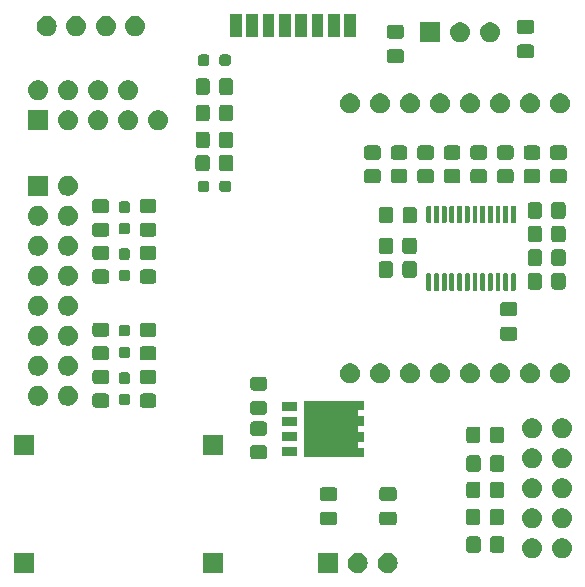
<source format=gbr>
%TF.GenerationSoftware,KiCad,Pcbnew,8.0.1*%
%TF.CreationDate,2024-03-29T13:37:13+01:00*%
%TF.ProjectId,EHealth_PCB,45486561-6c74-4685-9f50-43422e6b6963,rev?*%
%TF.SameCoordinates,Original*%
%TF.FileFunction,Soldermask,Top*%
%TF.FilePolarity,Negative*%
%FSLAX46Y46*%
G04 Gerber Fmt 4.6, Leading zero omitted, Abs format (unit mm)*
G04 Created by KiCad (PCBNEW 8.0.1) date 2024-03-29 13:37:13*
%MOMM*%
%LPD*%
G01*
G04 APERTURE LIST*
G04 APERTURE END LIST*
G36*
X181600000Y-105100000D02*
G01*
X179900000Y-105100000D01*
X179900000Y-103400000D01*
X181600000Y-103400000D01*
X181600000Y-105100000D01*
G37*
G36*
X197600000Y-105100000D02*
G01*
X195900000Y-105100000D01*
X195900000Y-103400000D01*
X197600000Y-103400000D01*
X197600000Y-105100000D01*
G37*
G36*
X207310000Y-105100000D02*
G01*
X205610000Y-105100000D01*
X205610000Y-103400000D01*
X207310000Y-103400000D01*
X207310000Y-105100000D01*
G37*
G36*
X209262664Y-103441602D02*
G01*
X209425000Y-103513878D01*
X209568761Y-103618327D01*
X209687664Y-103750383D01*
X209776514Y-103904274D01*
X209831425Y-104073275D01*
X209850000Y-104250000D01*
X209831425Y-104426725D01*
X209776514Y-104595726D01*
X209687664Y-104749617D01*
X209568761Y-104881673D01*
X209425000Y-104986122D01*
X209262664Y-105058398D01*
X209088849Y-105095344D01*
X208911151Y-105095344D01*
X208737336Y-105058398D01*
X208575000Y-104986122D01*
X208431239Y-104881673D01*
X208312336Y-104749617D01*
X208223486Y-104595726D01*
X208168575Y-104426725D01*
X208150000Y-104250000D01*
X208168575Y-104073275D01*
X208223486Y-103904274D01*
X208312336Y-103750383D01*
X208431239Y-103618327D01*
X208575000Y-103513878D01*
X208737336Y-103441602D01*
X208911151Y-103404656D01*
X209088849Y-103404656D01*
X209262664Y-103441602D01*
G37*
G36*
X211802664Y-103441602D02*
G01*
X211965000Y-103513878D01*
X212108761Y-103618327D01*
X212227664Y-103750383D01*
X212316514Y-103904274D01*
X212371425Y-104073275D01*
X212390000Y-104250000D01*
X212371425Y-104426725D01*
X212316514Y-104595726D01*
X212227664Y-104749617D01*
X212108761Y-104881673D01*
X211965000Y-104986122D01*
X211802664Y-105058398D01*
X211628849Y-105095344D01*
X211451151Y-105095344D01*
X211277336Y-105058398D01*
X211115000Y-104986122D01*
X210971239Y-104881673D01*
X210852336Y-104749617D01*
X210763486Y-104595726D01*
X210708575Y-104426725D01*
X210690000Y-104250000D01*
X210708575Y-104073275D01*
X210763486Y-103904274D01*
X210852336Y-103750383D01*
X210971239Y-103618327D01*
X211115000Y-103513878D01*
X211277336Y-103441602D01*
X211451151Y-103404656D01*
X211628849Y-103404656D01*
X211802664Y-103441602D01*
G37*
G36*
X223997664Y-102181602D02*
G01*
X224160000Y-102253878D01*
X224303761Y-102358327D01*
X224422664Y-102490383D01*
X224511514Y-102644274D01*
X224566425Y-102813275D01*
X224585000Y-102990000D01*
X224566425Y-103166725D01*
X224511514Y-103335726D01*
X224422664Y-103489617D01*
X224303761Y-103621673D01*
X224160000Y-103726122D01*
X223997664Y-103798398D01*
X223823849Y-103835344D01*
X223646151Y-103835344D01*
X223472336Y-103798398D01*
X223310000Y-103726122D01*
X223166239Y-103621673D01*
X223047336Y-103489617D01*
X222958486Y-103335726D01*
X222903575Y-103166725D01*
X222885000Y-102990000D01*
X222903575Y-102813275D01*
X222958486Y-102644274D01*
X223047336Y-102490383D01*
X223166239Y-102358327D01*
X223310000Y-102253878D01*
X223472336Y-102181602D01*
X223646151Y-102144656D01*
X223823849Y-102144656D01*
X223997664Y-102181602D01*
G37*
G36*
X226537664Y-102181602D02*
G01*
X226700000Y-102253878D01*
X226843761Y-102358327D01*
X226962664Y-102490383D01*
X227051514Y-102644274D01*
X227106425Y-102813275D01*
X227125000Y-102990000D01*
X227106425Y-103166725D01*
X227051514Y-103335726D01*
X226962664Y-103489617D01*
X226843761Y-103621673D01*
X226700000Y-103726122D01*
X226537664Y-103798398D01*
X226363849Y-103835344D01*
X226186151Y-103835344D01*
X226012336Y-103798398D01*
X225850000Y-103726122D01*
X225706239Y-103621673D01*
X225587336Y-103489617D01*
X225498486Y-103335726D01*
X225443575Y-103166725D01*
X225425000Y-102990000D01*
X225443575Y-102813275D01*
X225498486Y-102644274D01*
X225587336Y-102490383D01*
X225706239Y-102358327D01*
X225850000Y-102253878D01*
X226012336Y-102181602D01*
X226186151Y-102144656D01*
X226363849Y-102144656D01*
X226537664Y-102181602D01*
G37*
G36*
X219165625Y-101998918D02*
G01*
X219216888Y-102004866D01*
X219234401Y-102012599D01*
X219257180Y-102017130D01*
X219281566Y-102033424D01*
X219302297Y-102042578D01*
X219316455Y-102056736D01*
X219338286Y-102071323D01*
X219352872Y-102093153D01*
X219367030Y-102107311D01*
X219376182Y-102128039D01*
X219392479Y-102152429D01*
X219397010Y-102175209D01*
X219404742Y-102192720D01*
X219410687Y-102243972D01*
X219411509Y-102248100D01*
X219411509Y-103148100D01*
X219410687Y-103152228D01*
X219404742Y-103203479D01*
X219397010Y-103220988D01*
X219392479Y-103243771D01*
X219376181Y-103268162D01*
X219367030Y-103288888D01*
X219352874Y-103303043D01*
X219338286Y-103324877D01*
X219316452Y-103339465D01*
X219302297Y-103353621D01*
X219281571Y-103362772D01*
X219257180Y-103379070D01*
X219234397Y-103383601D01*
X219216888Y-103391333D01*
X219165638Y-103397278D01*
X219161509Y-103398100D01*
X218461509Y-103398100D01*
X218457382Y-103397279D01*
X218406129Y-103391333D01*
X218388618Y-103383601D01*
X218365838Y-103379070D01*
X218341448Y-103362773D01*
X218320720Y-103353621D01*
X218306562Y-103339463D01*
X218284732Y-103324877D01*
X218270145Y-103303046D01*
X218255987Y-103288888D01*
X218246833Y-103268157D01*
X218230539Y-103243771D01*
X218226008Y-103220992D01*
X218218275Y-103203479D01*
X218212327Y-103152217D01*
X218211509Y-103148100D01*
X218211509Y-102248100D01*
X218212327Y-102243985D01*
X218218275Y-102192720D01*
X218226008Y-102175205D01*
X218230539Y-102152429D01*
X218246832Y-102128044D01*
X218255987Y-102107311D01*
X218270147Y-102093150D01*
X218284732Y-102071323D01*
X218306559Y-102056738D01*
X218320720Y-102042578D01*
X218341453Y-102033423D01*
X218365838Y-102017130D01*
X218388614Y-102012599D01*
X218406129Y-102004866D01*
X218457393Y-101998918D01*
X218461509Y-101998100D01*
X219161509Y-101998100D01*
X219165625Y-101998918D01*
G37*
G36*
X221165625Y-101998918D02*
G01*
X221216888Y-102004866D01*
X221234401Y-102012599D01*
X221257180Y-102017130D01*
X221281566Y-102033424D01*
X221302297Y-102042578D01*
X221316455Y-102056736D01*
X221338286Y-102071323D01*
X221352872Y-102093153D01*
X221367030Y-102107311D01*
X221376182Y-102128039D01*
X221392479Y-102152429D01*
X221397010Y-102175209D01*
X221404742Y-102192720D01*
X221410687Y-102243972D01*
X221411509Y-102248100D01*
X221411509Y-103148100D01*
X221410687Y-103152228D01*
X221404742Y-103203479D01*
X221397010Y-103220988D01*
X221392479Y-103243771D01*
X221376181Y-103268162D01*
X221367030Y-103288888D01*
X221352874Y-103303043D01*
X221338286Y-103324877D01*
X221316452Y-103339465D01*
X221302297Y-103353621D01*
X221281571Y-103362772D01*
X221257180Y-103379070D01*
X221234397Y-103383601D01*
X221216888Y-103391333D01*
X221165638Y-103397278D01*
X221161509Y-103398100D01*
X220461509Y-103398100D01*
X220457382Y-103397279D01*
X220406129Y-103391333D01*
X220388618Y-103383601D01*
X220365838Y-103379070D01*
X220341448Y-103362773D01*
X220320720Y-103353621D01*
X220306562Y-103339463D01*
X220284732Y-103324877D01*
X220270145Y-103303046D01*
X220255987Y-103288888D01*
X220246833Y-103268157D01*
X220230539Y-103243771D01*
X220226008Y-103220992D01*
X220218275Y-103203479D01*
X220212327Y-103152217D01*
X220211509Y-103148100D01*
X220211509Y-102248100D01*
X220212327Y-102243985D01*
X220218275Y-102192720D01*
X220226008Y-102175205D01*
X220230539Y-102152429D01*
X220246832Y-102128044D01*
X220255987Y-102107311D01*
X220270147Y-102093150D01*
X220284732Y-102071323D01*
X220306559Y-102056738D01*
X220320720Y-102042578D01*
X220341453Y-102033423D01*
X220365838Y-102017130D01*
X220388614Y-102012599D01*
X220406129Y-102004866D01*
X220457393Y-101998918D01*
X220461509Y-101998100D01*
X221161509Y-101998100D01*
X221165625Y-101998918D01*
G37*
G36*
X223997664Y-99641602D02*
G01*
X224160000Y-99713878D01*
X224303761Y-99818327D01*
X224422664Y-99950383D01*
X224511514Y-100104274D01*
X224566425Y-100273275D01*
X224585000Y-100450000D01*
X224566425Y-100626725D01*
X224511514Y-100795726D01*
X224422664Y-100949617D01*
X224303761Y-101081673D01*
X224160000Y-101186122D01*
X223997664Y-101258398D01*
X223823849Y-101295344D01*
X223646151Y-101295344D01*
X223472336Y-101258398D01*
X223310000Y-101186122D01*
X223166239Y-101081673D01*
X223047336Y-100949617D01*
X222958486Y-100795726D01*
X222903575Y-100626725D01*
X222885000Y-100450000D01*
X222903575Y-100273275D01*
X222958486Y-100104274D01*
X223047336Y-99950383D01*
X223166239Y-99818327D01*
X223310000Y-99713878D01*
X223472336Y-99641602D01*
X223646151Y-99604656D01*
X223823849Y-99604656D01*
X223997664Y-99641602D01*
G37*
G36*
X226537664Y-99641602D02*
G01*
X226700000Y-99713878D01*
X226843761Y-99818327D01*
X226962664Y-99950383D01*
X227051514Y-100104274D01*
X227106425Y-100273275D01*
X227125000Y-100450000D01*
X227106425Y-100626725D01*
X227051514Y-100795726D01*
X226962664Y-100949617D01*
X226843761Y-101081673D01*
X226700000Y-101186122D01*
X226537664Y-101258398D01*
X226363849Y-101295344D01*
X226186151Y-101295344D01*
X226012336Y-101258398D01*
X225850000Y-101186122D01*
X225706239Y-101081673D01*
X225587336Y-100949617D01*
X225498486Y-100795726D01*
X225443575Y-100626725D01*
X225425000Y-100450000D01*
X225443575Y-100273275D01*
X225498486Y-100104274D01*
X225587336Y-99950383D01*
X225706239Y-99818327D01*
X225850000Y-99713878D01*
X226012336Y-99641602D01*
X226186151Y-99604656D01*
X226363849Y-99604656D01*
X226537664Y-99641602D01*
G37*
G36*
X207009116Y-99900818D02*
G01*
X207060379Y-99906766D01*
X207077892Y-99914499D01*
X207100671Y-99919030D01*
X207125057Y-99935324D01*
X207145788Y-99944478D01*
X207159946Y-99958636D01*
X207181777Y-99973223D01*
X207196363Y-99995053D01*
X207210521Y-100009211D01*
X207219673Y-100029939D01*
X207235970Y-100054329D01*
X207240501Y-100077109D01*
X207248233Y-100094620D01*
X207254178Y-100145872D01*
X207255000Y-100150000D01*
X207255000Y-100825000D01*
X207254178Y-100829128D01*
X207248233Y-100880379D01*
X207240501Y-100897888D01*
X207235970Y-100920671D01*
X207219672Y-100945062D01*
X207210521Y-100965788D01*
X207196365Y-100979943D01*
X207181777Y-101001777D01*
X207159943Y-101016365D01*
X207145788Y-101030521D01*
X207125062Y-101039672D01*
X207100671Y-101055970D01*
X207077888Y-101060501D01*
X207060379Y-101068233D01*
X207009129Y-101074178D01*
X207005000Y-101075000D01*
X206055000Y-101075000D01*
X206050873Y-101074179D01*
X205999620Y-101068233D01*
X205982109Y-101060501D01*
X205959329Y-101055970D01*
X205934939Y-101039673D01*
X205914211Y-101030521D01*
X205900053Y-101016363D01*
X205878223Y-101001777D01*
X205863636Y-100979946D01*
X205849478Y-100965788D01*
X205840324Y-100945057D01*
X205824030Y-100920671D01*
X205819499Y-100897892D01*
X205811766Y-100880379D01*
X205805818Y-100829117D01*
X205805000Y-100825000D01*
X205805000Y-100150000D01*
X205805818Y-100145885D01*
X205811766Y-100094620D01*
X205819499Y-100077105D01*
X205824030Y-100054329D01*
X205840323Y-100029944D01*
X205849478Y-100009211D01*
X205863638Y-99995050D01*
X205878223Y-99973223D01*
X205900050Y-99958638D01*
X205914211Y-99944478D01*
X205934944Y-99935323D01*
X205959329Y-99919030D01*
X205982105Y-99914499D01*
X205999620Y-99906766D01*
X206050884Y-99900818D01*
X206055000Y-99900000D01*
X207005000Y-99900000D01*
X207009116Y-99900818D01*
G37*
G36*
X212049116Y-99900818D02*
G01*
X212100379Y-99906766D01*
X212117892Y-99914499D01*
X212140671Y-99919030D01*
X212165057Y-99935324D01*
X212185788Y-99944478D01*
X212199946Y-99958636D01*
X212221777Y-99973223D01*
X212236363Y-99995053D01*
X212250521Y-100009211D01*
X212259673Y-100029939D01*
X212275970Y-100054329D01*
X212280501Y-100077109D01*
X212288233Y-100094620D01*
X212294178Y-100145872D01*
X212295000Y-100150000D01*
X212295000Y-100825000D01*
X212294178Y-100829128D01*
X212288233Y-100880379D01*
X212280501Y-100897888D01*
X212275970Y-100920671D01*
X212259672Y-100945062D01*
X212250521Y-100965788D01*
X212236365Y-100979943D01*
X212221777Y-101001777D01*
X212199943Y-101016365D01*
X212185788Y-101030521D01*
X212165062Y-101039672D01*
X212140671Y-101055970D01*
X212117888Y-101060501D01*
X212100379Y-101068233D01*
X212049129Y-101074178D01*
X212045000Y-101075000D01*
X211095000Y-101075000D01*
X211090873Y-101074179D01*
X211039620Y-101068233D01*
X211022109Y-101060501D01*
X210999329Y-101055970D01*
X210974939Y-101039673D01*
X210954211Y-101030521D01*
X210940053Y-101016363D01*
X210918223Y-101001777D01*
X210903636Y-100979946D01*
X210889478Y-100965788D01*
X210880324Y-100945057D01*
X210864030Y-100920671D01*
X210859499Y-100897892D01*
X210851766Y-100880379D01*
X210845818Y-100829117D01*
X210845000Y-100825000D01*
X210845000Y-100150000D01*
X210845818Y-100145885D01*
X210851766Y-100094620D01*
X210859499Y-100077105D01*
X210864030Y-100054329D01*
X210880323Y-100029944D01*
X210889478Y-100009211D01*
X210903638Y-99995050D01*
X210918223Y-99973223D01*
X210940050Y-99958638D01*
X210954211Y-99944478D01*
X210974944Y-99935323D01*
X210999329Y-99919030D01*
X211022105Y-99914499D01*
X211039620Y-99906766D01*
X211090884Y-99900818D01*
X211095000Y-99900000D01*
X212045000Y-99900000D01*
X212049116Y-99900818D01*
G37*
G36*
X219125732Y-99652493D02*
G01*
X219176995Y-99658441D01*
X219194508Y-99666174D01*
X219217287Y-99670705D01*
X219241673Y-99686999D01*
X219262404Y-99696153D01*
X219276562Y-99710311D01*
X219298393Y-99724898D01*
X219312979Y-99746728D01*
X219327137Y-99760886D01*
X219336289Y-99781614D01*
X219352586Y-99806004D01*
X219357117Y-99828784D01*
X219364849Y-99846295D01*
X219370794Y-99897547D01*
X219371616Y-99901675D01*
X219371616Y-100801675D01*
X219370794Y-100805803D01*
X219364849Y-100857054D01*
X219357117Y-100874563D01*
X219352586Y-100897346D01*
X219336288Y-100921737D01*
X219327137Y-100942463D01*
X219312981Y-100956618D01*
X219298393Y-100978452D01*
X219276559Y-100993040D01*
X219262404Y-101007196D01*
X219241678Y-101016347D01*
X219217287Y-101032645D01*
X219194504Y-101037176D01*
X219176995Y-101044908D01*
X219125745Y-101050853D01*
X219121616Y-101051675D01*
X218421616Y-101051675D01*
X218417489Y-101050854D01*
X218366236Y-101044908D01*
X218348725Y-101037176D01*
X218325945Y-101032645D01*
X218301555Y-101016348D01*
X218280827Y-101007196D01*
X218266669Y-100993038D01*
X218244839Y-100978452D01*
X218230252Y-100956621D01*
X218216094Y-100942463D01*
X218206940Y-100921732D01*
X218190646Y-100897346D01*
X218186115Y-100874567D01*
X218178382Y-100857054D01*
X218172434Y-100805792D01*
X218171616Y-100801675D01*
X218171616Y-99901675D01*
X218172434Y-99897560D01*
X218178382Y-99846295D01*
X218186115Y-99828780D01*
X218190646Y-99806004D01*
X218206939Y-99781619D01*
X218216094Y-99760886D01*
X218230254Y-99746725D01*
X218244839Y-99724898D01*
X218266666Y-99710313D01*
X218280827Y-99696153D01*
X218301560Y-99686998D01*
X218325945Y-99670705D01*
X218348721Y-99666174D01*
X218366236Y-99658441D01*
X218417500Y-99652493D01*
X218421616Y-99651675D01*
X219121616Y-99651675D01*
X219125732Y-99652493D01*
G37*
G36*
X221125732Y-99652493D02*
G01*
X221176995Y-99658441D01*
X221194508Y-99666174D01*
X221217287Y-99670705D01*
X221241673Y-99686999D01*
X221262404Y-99696153D01*
X221276562Y-99710311D01*
X221298393Y-99724898D01*
X221312979Y-99746728D01*
X221327137Y-99760886D01*
X221336289Y-99781614D01*
X221352586Y-99806004D01*
X221357117Y-99828784D01*
X221364849Y-99846295D01*
X221370794Y-99897547D01*
X221371616Y-99901675D01*
X221371616Y-100801675D01*
X221370794Y-100805803D01*
X221364849Y-100857054D01*
X221357117Y-100874563D01*
X221352586Y-100897346D01*
X221336288Y-100921737D01*
X221327137Y-100942463D01*
X221312981Y-100956618D01*
X221298393Y-100978452D01*
X221276559Y-100993040D01*
X221262404Y-101007196D01*
X221241678Y-101016347D01*
X221217287Y-101032645D01*
X221194504Y-101037176D01*
X221176995Y-101044908D01*
X221125745Y-101050853D01*
X221121616Y-101051675D01*
X220421616Y-101051675D01*
X220417489Y-101050854D01*
X220366236Y-101044908D01*
X220348725Y-101037176D01*
X220325945Y-101032645D01*
X220301555Y-101016348D01*
X220280827Y-101007196D01*
X220266669Y-100993038D01*
X220244839Y-100978452D01*
X220230252Y-100956621D01*
X220216094Y-100942463D01*
X220206940Y-100921732D01*
X220190646Y-100897346D01*
X220186115Y-100874567D01*
X220178382Y-100857054D01*
X220172434Y-100805792D01*
X220171616Y-100801675D01*
X220171616Y-99901675D01*
X220172434Y-99897560D01*
X220178382Y-99846295D01*
X220186115Y-99828780D01*
X220190646Y-99806004D01*
X220206939Y-99781619D01*
X220216094Y-99760886D01*
X220230254Y-99746725D01*
X220244839Y-99724898D01*
X220266666Y-99710313D01*
X220280827Y-99696153D01*
X220301560Y-99686998D01*
X220325945Y-99670705D01*
X220348721Y-99666174D01*
X220366236Y-99658441D01*
X220417500Y-99652493D01*
X220421616Y-99651675D01*
X221121616Y-99651675D01*
X221125732Y-99652493D01*
G37*
G36*
X207009116Y-97825818D02*
G01*
X207060379Y-97831766D01*
X207077892Y-97839499D01*
X207100671Y-97844030D01*
X207125057Y-97860324D01*
X207145788Y-97869478D01*
X207159946Y-97883636D01*
X207181777Y-97898223D01*
X207196363Y-97920053D01*
X207210521Y-97934211D01*
X207219673Y-97954939D01*
X207235970Y-97979329D01*
X207240501Y-98002109D01*
X207248233Y-98019620D01*
X207254178Y-98070872D01*
X207255000Y-98075000D01*
X207255000Y-98750000D01*
X207254178Y-98754128D01*
X207248233Y-98805379D01*
X207240501Y-98822888D01*
X207235970Y-98845671D01*
X207219672Y-98870062D01*
X207210521Y-98890788D01*
X207196365Y-98904943D01*
X207181777Y-98926777D01*
X207159943Y-98941365D01*
X207145788Y-98955521D01*
X207125062Y-98964672D01*
X207100671Y-98980970D01*
X207077888Y-98985501D01*
X207060379Y-98993233D01*
X207009129Y-98999178D01*
X207005000Y-99000000D01*
X206055000Y-99000000D01*
X206050873Y-98999179D01*
X205999620Y-98993233D01*
X205982109Y-98985501D01*
X205959329Y-98980970D01*
X205934939Y-98964673D01*
X205914211Y-98955521D01*
X205900053Y-98941363D01*
X205878223Y-98926777D01*
X205863636Y-98904946D01*
X205849478Y-98890788D01*
X205840324Y-98870057D01*
X205824030Y-98845671D01*
X205819499Y-98822892D01*
X205811766Y-98805379D01*
X205805818Y-98754117D01*
X205805000Y-98750000D01*
X205805000Y-98075000D01*
X205805818Y-98070885D01*
X205811766Y-98019620D01*
X205819499Y-98002105D01*
X205824030Y-97979329D01*
X205840323Y-97954944D01*
X205849478Y-97934211D01*
X205863638Y-97920050D01*
X205878223Y-97898223D01*
X205900050Y-97883638D01*
X205914211Y-97869478D01*
X205934944Y-97860323D01*
X205959329Y-97844030D01*
X205982105Y-97839499D01*
X205999620Y-97831766D01*
X206050884Y-97825818D01*
X206055000Y-97825000D01*
X207005000Y-97825000D01*
X207009116Y-97825818D01*
G37*
G36*
X212049116Y-97825818D02*
G01*
X212100379Y-97831766D01*
X212117892Y-97839499D01*
X212140671Y-97844030D01*
X212165057Y-97860324D01*
X212185788Y-97869478D01*
X212199946Y-97883636D01*
X212221777Y-97898223D01*
X212236363Y-97920053D01*
X212250521Y-97934211D01*
X212259673Y-97954939D01*
X212275970Y-97979329D01*
X212280501Y-98002109D01*
X212288233Y-98019620D01*
X212294178Y-98070872D01*
X212295000Y-98075000D01*
X212295000Y-98750000D01*
X212294178Y-98754128D01*
X212288233Y-98805379D01*
X212280501Y-98822888D01*
X212275970Y-98845671D01*
X212259672Y-98870062D01*
X212250521Y-98890788D01*
X212236365Y-98904943D01*
X212221777Y-98926777D01*
X212199943Y-98941365D01*
X212185788Y-98955521D01*
X212165062Y-98964672D01*
X212140671Y-98980970D01*
X212117888Y-98985501D01*
X212100379Y-98993233D01*
X212049129Y-98999178D01*
X212045000Y-99000000D01*
X211095000Y-99000000D01*
X211090873Y-98999179D01*
X211039620Y-98993233D01*
X211022109Y-98985501D01*
X210999329Y-98980970D01*
X210974939Y-98964673D01*
X210954211Y-98955521D01*
X210940053Y-98941363D01*
X210918223Y-98926777D01*
X210903636Y-98904946D01*
X210889478Y-98890788D01*
X210880324Y-98870057D01*
X210864030Y-98845671D01*
X210859499Y-98822892D01*
X210851766Y-98805379D01*
X210845818Y-98754117D01*
X210845000Y-98750000D01*
X210845000Y-98075000D01*
X210845818Y-98070885D01*
X210851766Y-98019620D01*
X210859499Y-98002105D01*
X210864030Y-97979329D01*
X210880323Y-97954944D01*
X210889478Y-97934211D01*
X210903638Y-97920050D01*
X210918223Y-97898223D01*
X210940050Y-97883638D01*
X210954211Y-97869478D01*
X210974944Y-97860323D01*
X210999329Y-97844030D01*
X211022105Y-97839499D01*
X211039620Y-97831766D01*
X211090884Y-97825818D01*
X211095000Y-97825000D01*
X212045000Y-97825000D01*
X212049116Y-97825818D01*
G37*
G36*
X219152396Y-97359396D02*
G01*
X219203659Y-97365344D01*
X219221172Y-97373077D01*
X219243951Y-97377608D01*
X219268337Y-97393902D01*
X219289068Y-97403056D01*
X219303226Y-97417214D01*
X219325057Y-97431801D01*
X219339643Y-97453631D01*
X219353801Y-97467789D01*
X219362953Y-97488517D01*
X219379250Y-97512907D01*
X219383781Y-97535687D01*
X219391513Y-97553198D01*
X219397458Y-97604450D01*
X219398280Y-97608578D01*
X219398280Y-98508578D01*
X219397458Y-98512706D01*
X219391513Y-98563957D01*
X219383781Y-98581466D01*
X219379250Y-98604249D01*
X219362952Y-98628640D01*
X219353801Y-98649366D01*
X219339645Y-98663521D01*
X219325057Y-98685355D01*
X219303223Y-98699943D01*
X219289068Y-98714099D01*
X219268342Y-98723250D01*
X219243951Y-98739548D01*
X219221168Y-98744079D01*
X219203659Y-98751811D01*
X219152409Y-98757756D01*
X219148280Y-98758578D01*
X218448280Y-98758578D01*
X218444153Y-98757757D01*
X218392900Y-98751811D01*
X218375389Y-98744079D01*
X218352609Y-98739548D01*
X218328219Y-98723251D01*
X218307491Y-98714099D01*
X218293333Y-98699941D01*
X218271503Y-98685355D01*
X218256916Y-98663524D01*
X218242758Y-98649366D01*
X218233604Y-98628635D01*
X218217310Y-98604249D01*
X218212779Y-98581470D01*
X218205046Y-98563957D01*
X218199098Y-98512695D01*
X218198280Y-98508578D01*
X218198280Y-97608578D01*
X218199098Y-97604463D01*
X218205046Y-97553198D01*
X218212779Y-97535683D01*
X218217310Y-97512907D01*
X218233603Y-97488522D01*
X218242758Y-97467789D01*
X218256918Y-97453628D01*
X218271503Y-97431801D01*
X218293330Y-97417216D01*
X218307491Y-97403056D01*
X218328224Y-97393901D01*
X218352609Y-97377608D01*
X218375385Y-97373077D01*
X218392900Y-97365344D01*
X218444164Y-97359396D01*
X218448280Y-97358578D01*
X219148280Y-97358578D01*
X219152396Y-97359396D01*
G37*
G36*
X221152396Y-97359396D02*
G01*
X221203659Y-97365344D01*
X221221172Y-97373077D01*
X221243951Y-97377608D01*
X221268337Y-97393902D01*
X221289068Y-97403056D01*
X221303226Y-97417214D01*
X221325057Y-97431801D01*
X221339643Y-97453631D01*
X221353801Y-97467789D01*
X221362953Y-97488517D01*
X221379250Y-97512907D01*
X221383781Y-97535687D01*
X221391513Y-97553198D01*
X221397458Y-97604450D01*
X221398280Y-97608578D01*
X221398280Y-98508578D01*
X221397458Y-98512706D01*
X221391513Y-98563957D01*
X221383781Y-98581466D01*
X221379250Y-98604249D01*
X221362952Y-98628640D01*
X221353801Y-98649366D01*
X221339645Y-98663521D01*
X221325057Y-98685355D01*
X221303223Y-98699943D01*
X221289068Y-98714099D01*
X221268342Y-98723250D01*
X221243951Y-98739548D01*
X221221168Y-98744079D01*
X221203659Y-98751811D01*
X221152409Y-98757756D01*
X221148280Y-98758578D01*
X220448280Y-98758578D01*
X220444153Y-98757757D01*
X220392900Y-98751811D01*
X220375389Y-98744079D01*
X220352609Y-98739548D01*
X220328219Y-98723251D01*
X220307491Y-98714099D01*
X220293333Y-98699941D01*
X220271503Y-98685355D01*
X220256916Y-98663524D01*
X220242758Y-98649366D01*
X220233604Y-98628635D01*
X220217310Y-98604249D01*
X220212779Y-98581470D01*
X220205046Y-98563957D01*
X220199098Y-98512695D01*
X220198280Y-98508578D01*
X220198280Y-97608578D01*
X220199098Y-97604463D01*
X220205046Y-97553198D01*
X220212779Y-97535683D01*
X220217310Y-97512907D01*
X220233603Y-97488522D01*
X220242758Y-97467789D01*
X220256918Y-97453628D01*
X220271503Y-97431801D01*
X220293330Y-97417216D01*
X220307491Y-97403056D01*
X220328224Y-97393901D01*
X220352609Y-97377608D01*
X220375385Y-97373077D01*
X220392900Y-97365344D01*
X220444164Y-97359396D01*
X220448280Y-97358578D01*
X221148280Y-97358578D01*
X221152396Y-97359396D01*
G37*
G36*
X223997664Y-97101602D02*
G01*
X224160000Y-97173878D01*
X224303761Y-97278327D01*
X224422664Y-97410383D01*
X224511514Y-97564274D01*
X224566425Y-97733275D01*
X224585000Y-97910000D01*
X224566425Y-98086725D01*
X224511514Y-98255726D01*
X224422664Y-98409617D01*
X224303761Y-98541673D01*
X224160000Y-98646122D01*
X223997664Y-98718398D01*
X223823849Y-98755344D01*
X223646151Y-98755344D01*
X223472336Y-98718398D01*
X223310000Y-98646122D01*
X223166239Y-98541673D01*
X223047336Y-98409617D01*
X222958486Y-98255726D01*
X222903575Y-98086725D01*
X222885000Y-97910000D01*
X222903575Y-97733275D01*
X222958486Y-97564274D01*
X223047336Y-97410383D01*
X223166239Y-97278327D01*
X223310000Y-97173878D01*
X223472336Y-97101602D01*
X223646151Y-97064656D01*
X223823849Y-97064656D01*
X223997664Y-97101602D01*
G37*
G36*
X226537664Y-97101602D02*
G01*
X226700000Y-97173878D01*
X226843761Y-97278327D01*
X226962664Y-97410383D01*
X227051514Y-97564274D01*
X227106425Y-97733275D01*
X227125000Y-97910000D01*
X227106425Y-98086725D01*
X227051514Y-98255726D01*
X226962664Y-98409617D01*
X226843761Y-98541673D01*
X226700000Y-98646122D01*
X226537664Y-98718398D01*
X226363849Y-98755344D01*
X226186151Y-98755344D01*
X226012336Y-98718398D01*
X225850000Y-98646122D01*
X225706239Y-98541673D01*
X225587336Y-98409617D01*
X225498486Y-98255726D01*
X225443575Y-98086725D01*
X225425000Y-97910000D01*
X225443575Y-97733275D01*
X225498486Y-97564274D01*
X225587336Y-97410383D01*
X225706239Y-97278327D01*
X225850000Y-97173878D01*
X226012336Y-97101602D01*
X226186151Y-97064656D01*
X226363849Y-97064656D01*
X226537664Y-97101602D01*
G37*
G36*
X219165625Y-95132856D02*
G01*
X219216888Y-95138804D01*
X219234401Y-95146537D01*
X219257180Y-95151068D01*
X219281566Y-95167362D01*
X219302297Y-95176516D01*
X219316455Y-95190674D01*
X219338286Y-95205261D01*
X219352872Y-95227091D01*
X219367030Y-95241249D01*
X219376182Y-95261977D01*
X219392479Y-95286367D01*
X219397010Y-95309147D01*
X219404742Y-95326658D01*
X219410687Y-95377910D01*
X219411509Y-95382038D01*
X219411509Y-96282038D01*
X219410687Y-96286166D01*
X219404742Y-96337417D01*
X219397010Y-96354926D01*
X219392479Y-96377709D01*
X219376181Y-96402100D01*
X219367030Y-96422826D01*
X219352874Y-96436981D01*
X219338286Y-96458815D01*
X219316452Y-96473403D01*
X219302297Y-96487559D01*
X219281571Y-96496710D01*
X219257180Y-96513008D01*
X219234397Y-96517539D01*
X219216888Y-96525271D01*
X219165638Y-96531216D01*
X219161509Y-96532038D01*
X218461509Y-96532038D01*
X218457382Y-96531217D01*
X218406129Y-96525271D01*
X218388618Y-96517539D01*
X218365838Y-96513008D01*
X218341448Y-96496711D01*
X218320720Y-96487559D01*
X218306562Y-96473401D01*
X218284732Y-96458815D01*
X218270145Y-96436984D01*
X218255987Y-96422826D01*
X218246833Y-96402095D01*
X218230539Y-96377709D01*
X218226008Y-96354930D01*
X218218275Y-96337417D01*
X218212327Y-96286155D01*
X218211509Y-96282038D01*
X218211509Y-95382038D01*
X218212327Y-95377923D01*
X218218275Y-95326658D01*
X218226008Y-95309143D01*
X218230539Y-95286367D01*
X218246832Y-95261982D01*
X218255987Y-95241249D01*
X218270147Y-95227088D01*
X218284732Y-95205261D01*
X218306559Y-95190676D01*
X218320720Y-95176516D01*
X218341453Y-95167361D01*
X218365838Y-95151068D01*
X218388614Y-95146537D01*
X218406129Y-95138804D01*
X218457393Y-95132856D01*
X218461509Y-95132038D01*
X219161509Y-95132038D01*
X219165625Y-95132856D01*
G37*
G36*
X221165625Y-95132856D02*
G01*
X221216888Y-95138804D01*
X221234401Y-95146537D01*
X221257180Y-95151068D01*
X221281566Y-95167362D01*
X221302297Y-95176516D01*
X221316455Y-95190674D01*
X221338286Y-95205261D01*
X221352872Y-95227091D01*
X221367030Y-95241249D01*
X221376182Y-95261977D01*
X221392479Y-95286367D01*
X221397010Y-95309147D01*
X221404742Y-95326658D01*
X221410687Y-95377910D01*
X221411509Y-95382038D01*
X221411509Y-96282038D01*
X221410687Y-96286166D01*
X221404742Y-96337417D01*
X221397010Y-96354926D01*
X221392479Y-96377709D01*
X221376181Y-96402100D01*
X221367030Y-96422826D01*
X221352874Y-96436981D01*
X221338286Y-96458815D01*
X221316452Y-96473403D01*
X221302297Y-96487559D01*
X221281571Y-96496710D01*
X221257180Y-96513008D01*
X221234397Y-96517539D01*
X221216888Y-96525271D01*
X221165638Y-96531216D01*
X221161509Y-96532038D01*
X220461509Y-96532038D01*
X220457382Y-96531217D01*
X220406129Y-96525271D01*
X220388618Y-96517539D01*
X220365838Y-96513008D01*
X220341448Y-96496711D01*
X220320720Y-96487559D01*
X220306562Y-96473401D01*
X220284732Y-96458815D01*
X220270145Y-96436984D01*
X220255987Y-96422826D01*
X220246833Y-96402095D01*
X220230539Y-96377709D01*
X220226008Y-96354930D01*
X220218275Y-96337417D01*
X220212327Y-96286155D01*
X220211509Y-96282038D01*
X220211509Y-95382038D01*
X220212327Y-95377923D01*
X220218275Y-95326658D01*
X220226008Y-95309143D01*
X220230539Y-95286367D01*
X220246832Y-95261982D01*
X220255987Y-95241249D01*
X220270147Y-95227088D01*
X220284732Y-95205261D01*
X220306559Y-95190676D01*
X220320720Y-95176516D01*
X220341453Y-95167361D01*
X220365838Y-95151068D01*
X220388614Y-95146537D01*
X220406129Y-95138804D01*
X220457393Y-95132856D01*
X220461509Y-95132038D01*
X221161509Y-95132038D01*
X221165625Y-95132856D01*
G37*
G36*
X223997664Y-94561602D02*
G01*
X224160000Y-94633878D01*
X224303761Y-94738327D01*
X224422664Y-94870383D01*
X224511514Y-95024274D01*
X224566425Y-95193275D01*
X224585000Y-95370000D01*
X224566425Y-95546725D01*
X224511514Y-95715726D01*
X224422664Y-95869617D01*
X224303761Y-96001673D01*
X224160000Y-96106122D01*
X223997664Y-96178398D01*
X223823849Y-96215344D01*
X223646151Y-96215344D01*
X223472336Y-96178398D01*
X223310000Y-96106122D01*
X223166239Y-96001673D01*
X223047336Y-95869617D01*
X222958486Y-95715726D01*
X222903575Y-95546725D01*
X222885000Y-95370000D01*
X222903575Y-95193275D01*
X222958486Y-95024274D01*
X223047336Y-94870383D01*
X223166239Y-94738327D01*
X223310000Y-94633878D01*
X223472336Y-94561602D01*
X223646151Y-94524656D01*
X223823849Y-94524656D01*
X223997664Y-94561602D01*
G37*
G36*
X226537664Y-94561602D02*
G01*
X226700000Y-94633878D01*
X226843761Y-94738327D01*
X226962664Y-94870383D01*
X227051514Y-95024274D01*
X227106425Y-95193275D01*
X227125000Y-95370000D01*
X227106425Y-95546725D01*
X227051514Y-95715726D01*
X226962664Y-95869617D01*
X226843761Y-96001673D01*
X226700000Y-96106122D01*
X226537664Y-96178398D01*
X226363849Y-96215344D01*
X226186151Y-96215344D01*
X226012336Y-96178398D01*
X225850000Y-96106122D01*
X225706239Y-96001673D01*
X225587336Y-95869617D01*
X225498486Y-95715726D01*
X225443575Y-95546725D01*
X225425000Y-95370000D01*
X225443575Y-95193275D01*
X225498486Y-95024274D01*
X225587336Y-94870383D01*
X225706239Y-94738327D01*
X225850000Y-94633878D01*
X226012336Y-94561602D01*
X226186151Y-94524656D01*
X226363849Y-94524656D01*
X226537664Y-94561602D01*
G37*
G36*
X201068785Y-94266802D02*
G01*
X201120048Y-94272750D01*
X201137561Y-94280483D01*
X201160340Y-94285014D01*
X201184726Y-94301308D01*
X201205457Y-94310462D01*
X201219615Y-94324620D01*
X201241446Y-94339207D01*
X201256032Y-94361037D01*
X201270190Y-94375195D01*
X201279342Y-94395923D01*
X201295639Y-94420313D01*
X201300170Y-94443093D01*
X201307902Y-94460604D01*
X201313847Y-94511856D01*
X201314669Y-94515984D01*
X201314669Y-95215984D01*
X201313847Y-95220112D01*
X201307902Y-95271363D01*
X201300170Y-95288872D01*
X201295639Y-95311655D01*
X201279341Y-95336046D01*
X201270190Y-95356772D01*
X201256034Y-95370927D01*
X201241446Y-95392761D01*
X201219612Y-95407349D01*
X201205457Y-95421505D01*
X201184731Y-95430656D01*
X201160340Y-95446954D01*
X201137557Y-95451485D01*
X201120048Y-95459217D01*
X201068798Y-95465162D01*
X201064669Y-95465984D01*
X200164669Y-95465984D01*
X200160542Y-95465163D01*
X200109289Y-95459217D01*
X200091778Y-95451485D01*
X200068998Y-95446954D01*
X200044608Y-95430657D01*
X200023880Y-95421505D01*
X200009722Y-95407347D01*
X199987892Y-95392761D01*
X199973305Y-95370930D01*
X199959147Y-95356772D01*
X199949993Y-95336041D01*
X199933699Y-95311655D01*
X199929168Y-95288876D01*
X199921435Y-95271363D01*
X199915487Y-95220101D01*
X199914669Y-95215984D01*
X199914669Y-94515984D01*
X199915487Y-94511869D01*
X199921435Y-94460604D01*
X199929168Y-94443089D01*
X199933699Y-94420313D01*
X199949992Y-94395928D01*
X199959147Y-94375195D01*
X199973307Y-94361034D01*
X199987892Y-94339207D01*
X200009719Y-94324622D01*
X200023880Y-94310462D01*
X200044613Y-94301307D01*
X200068998Y-94285014D01*
X200091774Y-94280483D01*
X200109289Y-94272750D01*
X200160553Y-94266802D01*
X200164669Y-94265984D01*
X201064669Y-94265984D01*
X201068785Y-94266802D01*
G37*
G36*
X209505681Y-90508806D02*
G01*
X209521902Y-90519645D01*
X209532741Y-90535866D01*
X209536547Y-90555000D01*
X209536547Y-91255000D01*
X209532741Y-91274134D01*
X209521902Y-91290355D01*
X209505681Y-91301194D01*
X209486547Y-91305000D01*
X209066302Y-91305000D01*
X209036547Y-91334755D01*
X209036547Y-91805244D01*
X209066303Y-91835000D01*
X209486547Y-91835000D01*
X209505681Y-91838806D01*
X209521902Y-91849645D01*
X209532741Y-91865866D01*
X209536547Y-91885000D01*
X209536547Y-92585000D01*
X209532741Y-92604134D01*
X209521902Y-92620355D01*
X209505681Y-92631194D01*
X209486547Y-92635000D01*
X209066302Y-92635000D01*
X209036547Y-92664755D01*
X209036547Y-92905000D01*
X209036547Y-93145244D01*
X209066303Y-93175000D01*
X209486547Y-93175000D01*
X209505681Y-93178806D01*
X209521902Y-93189645D01*
X209532741Y-93205866D01*
X209536547Y-93225000D01*
X209536547Y-93925000D01*
X209532741Y-93944134D01*
X209521902Y-93960355D01*
X209505681Y-93971194D01*
X209486547Y-93975000D01*
X209066302Y-93975000D01*
X209036547Y-94004755D01*
X209036547Y-94475244D01*
X209066303Y-94505000D01*
X209157960Y-94505000D01*
X209174275Y-94498243D01*
X209179879Y-94492640D01*
X209206915Y-94481441D01*
X209221547Y-94480000D01*
X209236179Y-94481441D01*
X209263215Y-94492640D01*
X209268816Y-94498241D01*
X209285131Y-94505000D01*
X209486547Y-94505000D01*
X209505681Y-94508806D01*
X209521902Y-94519645D01*
X209532741Y-94535866D01*
X209536547Y-94555000D01*
X209536547Y-95255000D01*
X209532741Y-95274134D01*
X209521902Y-95290355D01*
X209505681Y-95301194D01*
X209486547Y-95305000D01*
X208986547Y-95305000D01*
X206736547Y-95305000D01*
X204486547Y-95305000D01*
X204467413Y-95301194D01*
X204451192Y-95290355D01*
X204440353Y-95274134D01*
X204436547Y-95255000D01*
X204436547Y-92905000D01*
X204436547Y-90560004D01*
X204436547Y-90560002D01*
X204436547Y-90555000D01*
X204440353Y-90535866D01*
X204451192Y-90519645D01*
X204467413Y-90508806D01*
X204486547Y-90505000D01*
X206736547Y-90505000D01*
X209481543Y-90505000D01*
X209486547Y-90505000D01*
X209505681Y-90508806D01*
G37*
G36*
X203855681Y-94438806D02*
G01*
X203871902Y-94449645D01*
X203882741Y-94465866D01*
X203886547Y-94485000D01*
X203886547Y-95135000D01*
X203882741Y-95154134D01*
X203871902Y-95170355D01*
X203855681Y-95181194D01*
X203836547Y-95185000D01*
X202636547Y-95185000D01*
X202617413Y-95181194D01*
X202601192Y-95170355D01*
X202590353Y-95154134D01*
X202586547Y-95135000D01*
X202586547Y-94485000D01*
X202590353Y-94465866D01*
X202601192Y-94449645D01*
X202617413Y-94438806D01*
X202636547Y-94435000D01*
X203836547Y-94435000D01*
X203855681Y-94438806D01*
G37*
G36*
X181600000Y-95100000D02*
G01*
X179900000Y-95100000D01*
X179900000Y-93400000D01*
X181600000Y-93400000D01*
X181600000Y-95100000D01*
G37*
G36*
X197600000Y-95100000D02*
G01*
X195900000Y-95100000D01*
X195900000Y-93400000D01*
X197600000Y-93400000D01*
X197600000Y-95100000D01*
G37*
G36*
X219152809Y-92705409D02*
G01*
X219204072Y-92711357D01*
X219221585Y-92719090D01*
X219244364Y-92723621D01*
X219268750Y-92739915D01*
X219289481Y-92749069D01*
X219303639Y-92763227D01*
X219325470Y-92777814D01*
X219340056Y-92799644D01*
X219354214Y-92813802D01*
X219363366Y-92834530D01*
X219379663Y-92858920D01*
X219384194Y-92881700D01*
X219391926Y-92899211D01*
X219397871Y-92950463D01*
X219398693Y-92954591D01*
X219398693Y-93854591D01*
X219397871Y-93858719D01*
X219391926Y-93909970D01*
X219384194Y-93927479D01*
X219379663Y-93950262D01*
X219363365Y-93974653D01*
X219354214Y-93995379D01*
X219340058Y-94009534D01*
X219325470Y-94031368D01*
X219303636Y-94045956D01*
X219289481Y-94060112D01*
X219268755Y-94069263D01*
X219244364Y-94085561D01*
X219221581Y-94090092D01*
X219204072Y-94097824D01*
X219152822Y-94103769D01*
X219148693Y-94104591D01*
X218448693Y-94104591D01*
X218444566Y-94103770D01*
X218393313Y-94097824D01*
X218375802Y-94090092D01*
X218353022Y-94085561D01*
X218328632Y-94069264D01*
X218307904Y-94060112D01*
X218293746Y-94045954D01*
X218271916Y-94031368D01*
X218257329Y-94009537D01*
X218243171Y-93995379D01*
X218234017Y-93974648D01*
X218217723Y-93950262D01*
X218213192Y-93927483D01*
X218205459Y-93909970D01*
X218199511Y-93858708D01*
X218198693Y-93854591D01*
X218198693Y-92954591D01*
X218199511Y-92950476D01*
X218205459Y-92899211D01*
X218213192Y-92881696D01*
X218217723Y-92858920D01*
X218234016Y-92834535D01*
X218243171Y-92813802D01*
X218257331Y-92799641D01*
X218271916Y-92777814D01*
X218293743Y-92763229D01*
X218307904Y-92749069D01*
X218328637Y-92739914D01*
X218353022Y-92723621D01*
X218375798Y-92719090D01*
X218393313Y-92711357D01*
X218444577Y-92705409D01*
X218448693Y-92704591D01*
X219148693Y-92704591D01*
X219152809Y-92705409D01*
G37*
G36*
X221152809Y-92705409D02*
G01*
X221204072Y-92711357D01*
X221221585Y-92719090D01*
X221244364Y-92723621D01*
X221268750Y-92739915D01*
X221289481Y-92749069D01*
X221303639Y-92763227D01*
X221325470Y-92777814D01*
X221340056Y-92799644D01*
X221354214Y-92813802D01*
X221363366Y-92834530D01*
X221379663Y-92858920D01*
X221384194Y-92881700D01*
X221391926Y-92899211D01*
X221397871Y-92950463D01*
X221398693Y-92954591D01*
X221398693Y-93854591D01*
X221397871Y-93858719D01*
X221391926Y-93909970D01*
X221384194Y-93927479D01*
X221379663Y-93950262D01*
X221363365Y-93974653D01*
X221354214Y-93995379D01*
X221340058Y-94009534D01*
X221325470Y-94031368D01*
X221303636Y-94045956D01*
X221289481Y-94060112D01*
X221268755Y-94069263D01*
X221244364Y-94085561D01*
X221221581Y-94090092D01*
X221204072Y-94097824D01*
X221152822Y-94103769D01*
X221148693Y-94104591D01*
X220448693Y-94104591D01*
X220444566Y-94103770D01*
X220393313Y-94097824D01*
X220375802Y-94090092D01*
X220353022Y-94085561D01*
X220328632Y-94069264D01*
X220307904Y-94060112D01*
X220293746Y-94045954D01*
X220271916Y-94031368D01*
X220257329Y-94009537D01*
X220243171Y-93995379D01*
X220234017Y-93974648D01*
X220217723Y-93950262D01*
X220213192Y-93927483D01*
X220205459Y-93909970D01*
X220199511Y-93858708D01*
X220198693Y-93854591D01*
X220198693Y-92954591D01*
X220199511Y-92950476D01*
X220205459Y-92899211D01*
X220213192Y-92881696D01*
X220217723Y-92858920D01*
X220234016Y-92834535D01*
X220243171Y-92813802D01*
X220257331Y-92799641D01*
X220271916Y-92777814D01*
X220293743Y-92763229D01*
X220307904Y-92749069D01*
X220328637Y-92739914D01*
X220353022Y-92723621D01*
X220375798Y-92719090D01*
X220393313Y-92711357D01*
X220444577Y-92705409D01*
X220448693Y-92704591D01*
X221148693Y-92704591D01*
X221152809Y-92705409D01*
G37*
G36*
X203855681Y-93168806D02*
G01*
X203871902Y-93179645D01*
X203882741Y-93195866D01*
X203886547Y-93215000D01*
X203886547Y-93865000D01*
X203882741Y-93884134D01*
X203871902Y-93900355D01*
X203855681Y-93911194D01*
X203836547Y-93915000D01*
X202636547Y-93915000D01*
X202617413Y-93911194D01*
X202601192Y-93900355D01*
X202590353Y-93884134D01*
X202586547Y-93865000D01*
X202586547Y-93215000D01*
X202590353Y-93195866D01*
X202601192Y-93179645D01*
X202617413Y-93168806D01*
X202636547Y-93165000D01*
X203836547Y-93165000D01*
X203855681Y-93168806D01*
G37*
G36*
X223997664Y-92021602D02*
G01*
X224160000Y-92093878D01*
X224303761Y-92198327D01*
X224422664Y-92330383D01*
X224511514Y-92484274D01*
X224566425Y-92653275D01*
X224585000Y-92830000D01*
X224566425Y-93006725D01*
X224511514Y-93175726D01*
X224422664Y-93329617D01*
X224303761Y-93461673D01*
X224160000Y-93566122D01*
X223997664Y-93638398D01*
X223823849Y-93675344D01*
X223646151Y-93675344D01*
X223472336Y-93638398D01*
X223310000Y-93566122D01*
X223166239Y-93461673D01*
X223047336Y-93329617D01*
X222958486Y-93175726D01*
X222903575Y-93006725D01*
X222885000Y-92830000D01*
X222903575Y-92653275D01*
X222958486Y-92484274D01*
X223047336Y-92330383D01*
X223166239Y-92198327D01*
X223310000Y-92093878D01*
X223472336Y-92021602D01*
X223646151Y-91984656D01*
X223823849Y-91984656D01*
X223997664Y-92021602D01*
G37*
G36*
X226537664Y-92021602D02*
G01*
X226700000Y-92093878D01*
X226843761Y-92198327D01*
X226962664Y-92330383D01*
X227051514Y-92484274D01*
X227106425Y-92653275D01*
X227125000Y-92830000D01*
X227106425Y-93006725D01*
X227051514Y-93175726D01*
X226962664Y-93329617D01*
X226843761Y-93461673D01*
X226700000Y-93566122D01*
X226537664Y-93638398D01*
X226363849Y-93675344D01*
X226186151Y-93675344D01*
X226012336Y-93638398D01*
X225850000Y-93566122D01*
X225706239Y-93461673D01*
X225587336Y-93329617D01*
X225498486Y-93175726D01*
X225443575Y-93006725D01*
X225425000Y-92830000D01*
X225443575Y-92653275D01*
X225498486Y-92484274D01*
X225587336Y-92330383D01*
X225706239Y-92198327D01*
X225850000Y-92093878D01*
X226012336Y-92021602D01*
X226186151Y-91984656D01*
X226363849Y-91984656D01*
X226537664Y-92021602D01*
G37*
G36*
X201068785Y-92266802D02*
G01*
X201120048Y-92272750D01*
X201137561Y-92280483D01*
X201160340Y-92285014D01*
X201184726Y-92301308D01*
X201205457Y-92310462D01*
X201219615Y-92324620D01*
X201241446Y-92339207D01*
X201256032Y-92361037D01*
X201270190Y-92375195D01*
X201279342Y-92395923D01*
X201295639Y-92420313D01*
X201300170Y-92443093D01*
X201307902Y-92460604D01*
X201313847Y-92511856D01*
X201314669Y-92515984D01*
X201314669Y-93215984D01*
X201313847Y-93220112D01*
X201307902Y-93271363D01*
X201300170Y-93288872D01*
X201295639Y-93311655D01*
X201279341Y-93336046D01*
X201270190Y-93356772D01*
X201256034Y-93370927D01*
X201241446Y-93392761D01*
X201219612Y-93407349D01*
X201205457Y-93421505D01*
X201184731Y-93430656D01*
X201160340Y-93446954D01*
X201137557Y-93451485D01*
X201120048Y-93459217D01*
X201068798Y-93465162D01*
X201064669Y-93465984D01*
X200164669Y-93465984D01*
X200160542Y-93465163D01*
X200109289Y-93459217D01*
X200091778Y-93451485D01*
X200068998Y-93446954D01*
X200044608Y-93430657D01*
X200023880Y-93421505D01*
X200009722Y-93407347D01*
X199987892Y-93392761D01*
X199973305Y-93370930D01*
X199959147Y-93356772D01*
X199949993Y-93336041D01*
X199933699Y-93311655D01*
X199929168Y-93288876D01*
X199921435Y-93271363D01*
X199915487Y-93220101D01*
X199914669Y-93215984D01*
X199914669Y-92515984D01*
X199915487Y-92511869D01*
X199921435Y-92460604D01*
X199929168Y-92443089D01*
X199933699Y-92420313D01*
X199949992Y-92395928D01*
X199959147Y-92375195D01*
X199973307Y-92361034D01*
X199987892Y-92339207D01*
X200009719Y-92324622D01*
X200023880Y-92310462D01*
X200044613Y-92301307D01*
X200068998Y-92285014D01*
X200091774Y-92280483D01*
X200109289Y-92272750D01*
X200160553Y-92266802D01*
X200164669Y-92265984D01*
X201064669Y-92265984D01*
X201068785Y-92266802D01*
G37*
G36*
X203855681Y-91898806D02*
G01*
X203871902Y-91909645D01*
X203882741Y-91925866D01*
X203886547Y-91945000D01*
X203886547Y-92595000D01*
X203882741Y-92614134D01*
X203871902Y-92630355D01*
X203855681Y-92641194D01*
X203836547Y-92645000D01*
X202636547Y-92645000D01*
X202617413Y-92641194D01*
X202601192Y-92630355D01*
X202590353Y-92614134D01*
X202586547Y-92595000D01*
X202586547Y-91945000D01*
X202590353Y-91925866D01*
X202601192Y-91909645D01*
X202617413Y-91898806D01*
X202636547Y-91895000D01*
X203836547Y-91895000D01*
X203855681Y-91898806D01*
G37*
G36*
X201068785Y-90549864D02*
G01*
X201120048Y-90555812D01*
X201137561Y-90563545D01*
X201160340Y-90568076D01*
X201184726Y-90584370D01*
X201205457Y-90593524D01*
X201219615Y-90607682D01*
X201241446Y-90622269D01*
X201256032Y-90644099D01*
X201270190Y-90658257D01*
X201279342Y-90678985D01*
X201295639Y-90703375D01*
X201300170Y-90726155D01*
X201307902Y-90743666D01*
X201313847Y-90794918D01*
X201314669Y-90799046D01*
X201314669Y-91449046D01*
X201313847Y-91453174D01*
X201307902Y-91504425D01*
X201300170Y-91521934D01*
X201295639Y-91544717D01*
X201279341Y-91569108D01*
X201270190Y-91589834D01*
X201256034Y-91603989D01*
X201241446Y-91625823D01*
X201219612Y-91640411D01*
X201205457Y-91654567D01*
X201184731Y-91663718D01*
X201160340Y-91680016D01*
X201137557Y-91684547D01*
X201120048Y-91692279D01*
X201068798Y-91698224D01*
X201064669Y-91699046D01*
X200164669Y-91699046D01*
X200160542Y-91698225D01*
X200109289Y-91692279D01*
X200091778Y-91684547D01*
X200068998Y-91680016D01*
X200044608Y-91663719D01*
X200023880Y-91654567D01*
X200009722Y-91640409D01*
X199987892Y-91625823D01*
X199973305Y-91603992D01*
X199959147Y-91589834D01*
X199949993Y-91569103D01*
X199933699Y-91544717D01*
X199929168Y-91521938D01*
X199921435Y-91504425D01*
X199915487Y-91453163D01*
X199914669Y-91449046D01*
X199914669Y-90799046D01*
X199915487Y-90794931D01*
X199921435Y-90743666D01*
X199929168Y-90726151D01*
X199933699Y-90703375D01*
X199949992Y-90678990D01*
X199959147Y-90658257D01*
X199973307Y-90644096D01*
X199987892Y-90622269D01*
X200009719Y-90607684D01*
X200023880Y-90593524D01*
X200044613Y-90584369D01*
X200068998Y-90568076D01*
X200091774Y-90563545D01*
X200109289Y-90555812D01*
X200160553Y-90549864D01*
X200164669Y-90549046D01*
X201064669Y-90549046D01*
X201068785Y-90549864D01*
G37*
G36*
X203855681Y-90628806D02*
G01*
X203871902Y-90639645D01*
X203882741Y-90655866D01*
X203886547Y-90675000D01*
X203886547Y-91325000D01*
X203882741Y-91344134D01*
X203871902Y-91360355D01*
X203855681Y-91371194D01*
X203836547Y-91375000D01*
X202636547Y-91375000D01*
X202617413Y-91371194D01*
X202601192Y-91360355D01*
X202590353Y-91344134D01*
X202586547Y-91325000D01*
X202586547Y-90675000D01*
X202590353Y-90655866D01*
X202601192Y-90639645D01*
X202617413Y-90628806D01*
X202636547Y-90625000D01*
X203836547Y-90625000D01*
X203855681Y-90628806D01*
G37*
G36*
X187704116Y-89900818D02*
G01*
X187755379Y-89906766D01*
X187772892Y-89914499D01*
X187795671Y-89919030D01*
X187820057Y-89935324D01*
X187840788Y-89944478D01*
X187854946Y-89958636D01*
X187876777Y-89973223D01*
X187891363Y-89995053D01*
X187905521Y-90009211D01*
X187914673Y-90029939D01*
X187930970Y-90054329D01*
X187935501Y-90077109D01*
X187943233Y-90094620D01*
X187949178Y-90145872D01*
X187950000Y-90150000D01*
X187950000Y-90850000D01*
X187949178Y-90854128D01*
X187943233Y-90905379D01*
X187935501Y-90922888D01*
X187930970Y-90945671D01*
X187914672Y-90970062D01*
X187905521Y-90990788D01*
X187891365Y-91004943D01*
X187876777Y-91026777D01*
X187854943Y-91041365D01*
X187840788Y-91055521D01*
X187820062Y-91064672D01*
X187795671Y-91080970D01*
X187772888Y-91085501D01*
X187755379Y-91093233D01*
X187704129Y-91099178D01*
X187700000Y-91100000D01*
X186800000Y-91100000D01*
X186795873Y-91099179D01*
X186744620Y-91093233D01*
X186727109Y-91085501D01*
X186704329Y-91080970D01*
X186679939Y-91064673D01*
X186659211Y-91055521D01*
X186645053Y-91041363D01*
X186623223Y-91026777D01*
X186608636Y-91004946D01*
X186594478Y-90990788D01*
X186585324Y-90970057D01*
X186569030Y-90945671D01*
X186564499Y-90922892D01*
X186556766Y-90905379D01*
X186550818Y-90854117D01*
X186550000Y-90850000D01*
X186550000Y-90150000D01*
X186550818Y-90145885D01*
X186556766Y-90094620D01*
X186564499Y-90077105D01*
X186569030Y-90054329D01*
X186585323Y-90029944D01*
X186594478Y-90009211D01*
X186608638Y-89995050D01*
X186623223Y-89973223D01*
X186645050Y-89958638D01*
X186659211Y-89944478D01*
X186679944Y-89935323D01*
X186704329Y-89919030D01*
X186727105Y-89914499D01*
X186744620Y-89906766D01*
X186795884Y-89900818D01*
X186800000Y-89900000D01*
X187700000Y-89900000D01*
X187704116Y-89900818D01*
G37*
G36*
X191704116Y-89900818D02*
G01*
X191755379Y-89906766D01*
X191772892Y-89914499D01*
X191795671Y-89919030D01*
X191820057Y-89935324D01*
X191840788Y-89944478D01*
X191854946Y-89958636D01*
X191876777Y-89973223D01*
X191891363Y-89995053D01*
X191905521Y-90009211D01*
X191914673Y-90029939D01*
X191930970Y-90054329D01*
X191935501Y-90077109D01*
X191943233Y-90094620D01*
X191949178Y-90145872D01*
X191950000Y-90150000D01*
X191950000Y-90850000D01*
X191949178Y-90854128D01*
X191943233Y-90905379D01*
X191935501Y-90922888D01*
X191930970Y-90945671D01*
X191914672Y-90970062D01*
X191905521Y-90990788D01*
X191891365Y-91004943D01*
X191876777Y-91026777D01*
X191854943Y-91041365D01*
X191840788Y-91055521D01*
X191820062Y-91064672D01*
X191795671Y-91080970D01*
X191772888Y-91085501D01*
X191755379Y-91093233D01*
X191704129Y-91099178D01*
X191700000Y-91100000D01*
X190800000Y-91100000D01*
X190795873Y-91099179D01*
X190744620Y-91093233D01*
X190727109Y-91085501D01*
X190704329Y-91080970D01*
X190679939Y-91064673D01*
X190659211Y-91055521D01*
X190645053Y-91041363D01*
X190623223Y-91026777D01*
X190608636Y-91004946D01*
X190594478Y-90990788D01*
X190585324Y-90970057D01*
X190569030Y-90945671D01*
X190564499Y-90922892D01*
X190556766Y-90905379D01*
X190550818Y-90854117D01*
X190550000Y-90850000D01*
X190550000Y-90150000D01*
X190550818Y-90145885D01*
X190556766Y-90094620D01*
X190564499Y-90077105D01*
X190569030Y-90054329D01*
X190585323Y-90029944D01*
X190594478Y-90009211D01*
X190608638Y-89995050D01*
X190623223Y-89973223D01*
X190645050Y-89958638D01*
X190659211Y-89944478D01*
X190679944Y-89935323D01*
X190704329Y-89919030D01*
X190727105Y-89914499D01*
X190744620Y-89906766D01*
X190795884Y-89900818D01*
X190800000Y-89900000D01*
X191700000Y-89900000D01*
X191704116Y-89900818D01*
G37*
G36*
X182172664Y-89291602D02*
G01*
X182335000Y-89363878D01*
X182478761Y-89468327D01*
X182597664Y-89600383D01*
X182686514Y-89754274D01*
X182741425Y-89923275D01*
X182760000Y-90100000D01*
X182741425Y-90276725D01*
X182686514Y-90445726D01*
X182597664Y-90599617D01*
X182478761Y-90731673D01*
X182335000Y-90836122D01*
X182172664Y-90908398D01*
X181998849Y-90945344D01*
X181821151Y-90945344D01*
X181647336Y-90908398D01*
X181485000Y-90836122D01*
X181341239Y-90731673D01*
X181222336Y-90599617D01*
X181133486Y-90445726D01*
X181078575Y-90276725D01*
X181060000Y-90100000D01*
X181078575Y-89923275D01*
X181133486Y-89754274D01*
X181222336Y-89600383D01*
X181341239Y-89468327D01*
X181485000Y-89363878D01*
X181647336Y-89291602D01*
X181821151Y-89254656D01*
X181998849Y-89254656D01*
X182172664Y-89291602D01*
G37*
G36*
X184712664Y-89291602D02*
G01*
X184875000Y-89363878D01*
X185018761Y-89468327D01*
X185137664Y-89600383D01*
X185226514Y-89754274D01*
X185281425Y-89923275D01*
X185300000Y-90100000D01*
X185281425Y-90276725D01*
X185226514Y-90445726D01*
X185137664Y-90599617D01*
X185018761Y-90731673D01*
X184875000Y-90836122D01*
X184712664Y-90908398D01*
X184538849Y-90945344D01*
X184361151Y-90945344D01*
X184187336Y-90908398D01*
X184025000Y-90836122D01*
X183881239Y-90731673D01*
X183762336Y-90599617D01*
X183673486Y-90445726D01*
X183618575Y-90276725D01*
X183600000Y-90100000D01*
X183618575Y-89923275D01*
X183673486Y-89754274D01*
X183762336Y-89600383D01*
X183881239Y-89468327D01*
X184025000Y-89363878D01*
X184187336Y-89291602D01*
X184361151Y-89254656D01*
X184538849Y-89254656D01*
X184712664Y-89291602D01*
G37*
G36*
X189491615Y-89925818D02*
G01*
X189540017Y-89931434D01*
X189556555Y-89938736D01*
X189578387Y-89943079D01*
X189601759Y-89958695D01*
X189621224Y-89967290D01*
X189634517Y-89980583D01*
X189655438Y-89994562D01*
X189669416Y-90015482D01*
X189682709Y-90028775D01*
X189691302Y-90048238D01*
X189706921Y-90071613D01*
X189711264Y-90093446D01*
X189718565Y-90109982D01*
X189724178Y-90158372D01*
X189725000Y-90162500D01*
X189725000Y-90662500D01*
X189724178Y-90666627D01*
X189718565Y-90715017D01*
X189711264Y-90731551D01*
X189706921Y-90753387D01*
X189691301Y-90776763D01*
X189682709Y-90796224D01*
X189669418Y-90809514D01*
X189655438Y-90830438D01*
X189634514Y-90844418D01*
X189621224Y-90857709D01*
X189601763Y-90866301D01*
X189578387Y-90881921D01*
X189556551Y-90886264D01*
X189540017Y-90893565D01*
X189491629Y-90899178D01*
X189487500Y-90900000D01*
X189012500Y-90900000D01*
X189008373Y-90899179D01*
X188959982Y-90893565D01*
X188943446Y-90886264D01*
X188921613Y-90881921D01*
X188898238Y-90866302D01*
X188878775Y-90857709D01*
X188865482Y-90844416D01*
X188844562Y-90830438D01*
X188830583Y-90809517D01*
X188817290Y-90796224D01*
X188808695Y-90776759D01*
X188793079Y-90753387D01*
X188788736Y-90731555D01*
X188781434Y-90715017D01*
X188775818Y-90666616D01*
X188775000Y-90662500D01*
X188775000Y-90162500D01*
X188775818Y-90158385D01*
X188781434Y-90109982D01*
X188788736Y-90093442D01*
X188793079Y-90071613D01*
X188808694Y-90048242D01*
X188817290Y-90028775D01*
X188830585Y-90015479D01*
X188844562Y-89994562D01*
X188865479Y-89980585D01*
X188878775Y-89967290D01*
X188898242Y-89958694D01*
X188921613Y-89943079D01*
X188943442Y-89938736D01*
X188959982Y-89931434D01*
X189008384Y-89925818D01*
X189012500Y-89925000D01*
X189487500Y-89925000D01*
X189491615Y-89925818D01*
G37*
G36*
X201068785Y-88499864D02*
G01*
X201120048Y-88505812D01*
X201137561Y-88513545D01*
X201160340Y-88518076D01*
X201184726Y-88534370D01*
X201205457Y-88543524D01*
X201219615Y-88557682D01*
X201241446Y-88572269D01*
X201256032Y-88594099D01*
X201270190Y-88608257D01*
X201279342Y-88628985D01*
X201295639Y-88653375D01*
X201300170Y-88676155D01*
X201307902Y-88693666D01*
X201313847Y-88744918D01*
X201314669Y-88749046D01*
X201314669Y-89399046D01*
X201313847Y-89403174D01*
X201307902Y-89454425D01*
X201300170Y-89471934D01*
X201295639Y-89494717D01*
X201279341Y-89519108D01*
X201270190Y-89539834D01*
X201256034Y-89553989D01*
X201241446Y-89575823D01*
X201219612Y-89590411D01*
X201205457Y-89604567D01*
X201184731Y-89613718D01*
X201160340Y-89630016D01*
X201137557Y-89634547D01*
X201120048Y-89642279D01*
X201068798Y-89648224D01*
X201064669Y-89649046D01*
X200164669Y-89649046D01*
X200160542Y-89648225D01*
X200109289Y-89642279D01*
X200091778Y-89634547D01*
X200068998Y-89630016D01*
X200044608Y-89613719D01*
X200023880Y-89604567D01*
X200009722Y-89590409D01*
X199987892Y-89575823D01*
X199973305Y-89553992D01*
X199959147Y-89539834D01*
X199949993Y-89519103D01*
X199933699Y-89494717D01*
X199929168Y-89471938D01*
X199921435Y-89454425D01*
X199915487Y-89403163D01*
X199914669Y-89399046D01*
X199914669Y-88749046D01*
X199915487Y-88744931D01*
X199921435Y-88693666D01*
X199929168Y-88676151D01*
X199933699Y-88653375D01*
X199949992Y-88628990D01*
X199959147Y-88608257D01*
X199973307Y-88594096D01*
X199987892Y-88572269D01*
X200009719Y-88557684D01*
X200023880Y-88543524D01*
X200044613Y-88534369D01*
X200068998Y-88518076D01*
X200091774Y-88513545D01*
X200109289Y-88505812D01*
X200160553Y-88499864D01*
X200164669Y-88499046D01*
X201064669Y-88499046D01*
X201068785Y-88499864D01*
G37*
G36*
X187704116Y-87900818D02*
G01*
X187755379Y-87906766D01*
X187772892Y-87914499D01*
X187795671Y-87919030D01*
X187820057Y-87935324D01*
X187840788Y-87944478D01*
X187854946Y-87958636D01*
X187876777Y-87973223D01*
X187891363Y-87995053D01*
X187905521Y-88009211D01*
X187914673Y-88029939D01*
X187930970Y-88054329D01*
X187935501Y-88077109D01*
X187943233Y-88094620D01*
X187949178Y-88145872D01*
X187950000Y-88150000D01*
X187950000Y-88850000D01*
X187949178Y-88854128D01*
X187943233Y-88905379D01*
X187935501Y-88922888D01*
X187930970Y-88945671D01*
X187914672Y-88970062D01*
X187905521Y-88990788D01*
X187891365Y-89004943D01*
X187876777Y-89026777D01*
X187854943Y-89041365D01*
X187840788Y-89055521D01*
X187820062Y-89064672D01*
X187795671Y-89080970D01*
X187772888Y-89085501D01*
X187755379Y-89093233D01*
X187704129Y-89099178D01*
X187700000Y-89100000D01*
X186800000Y-89100000D01*
X186795873Y-89099179D01*
X186744620Y-89093233D01*
X186727109Y-89085501D01*
X186704329Y-89080970D01*
X186679939Y-89064673D01*
X186659211Y-89055521D01*
X186645053Y-89041363D01*
X186623223Y-89026777D01*
X186608636Y-89004946D01*
X186594478Y-88990788D01*
X186585324Y-88970057D01*
X186569030Y-88945671D01*
X186564499Y-88922892D01*
X186556766Y-88905379D01*
X186550818Y-88854117D01*
X186550000Y-88850000D01*
X186550000Y-88150000D01*
X186550818Y-88145885D01*
X186556766Y-88094620D01*
X186564499Y-88077105D01*
X186569030Y-88054329D01*
X186585323Y-88029944D01*
X186594478Y-88009211D01*
X186608638Y-87995050D01*
X186623223Y-87973223D01*
X186645050Y-87958638D01*
X186659211Y-87944478D01*
X186679944Y-87935323D01*
X186704329Y-87919030D01*
X186727105Y-87914499D01*
X186744620Y-87906766D01*
X186795884Y-87900818D01*
X186800000Y-87900000D01*
X187700000Y-87900000D01*
X187704116Y-87900818D01*
G37*
G36*
X191704116Y-87900818D02*
G01*
X191755379Y-87906766D01*
X191772892Y-87914499D01*
X191795671Y-87919030D01*
X191820057Y-87935324D01*
X191840788Y-87944478D01*
X191854946Y-87958636D01*
X191876777Y-87973223D01*
X191891363Y-87995053D01*
X191905521Y-88009211D01*
X191914673Y-88029939D01*
X191930970Y-88054329D01*
X191935501Y-88077109D01*
X191943233Y-88094620D01*
X191949178Y-88145872D01*
X191950000Y-88150000D01*
X191950000Y-88850000D01*
X191949178Y-88854128D01*
X191943233Y-88905379D01*
X191935501Y-88922888D01*
X191930970Y-88945671D01*
X191914672Y-88970062D01*
X191905521Y-88990788D01*
X191891365Y-89004943D01*
X191876777Y-89026777D01*
X191854943Y-89041365D01*
X191840788Y-89055521D01*
X191820062Y-89064672D01*
X191795671Y-89080970D01*
X191772888Y-89085501D01*
X191755379Y-89093233D01*
X191704129Y-89099178D01*
X191700000Y-89100000D01*
X190800000Y-89100000D01*
X190795873Y-89099179D01*
X190744620Y-89093233D01*
X190727109Y-89085501D01*
X190704329Y-89080970D01*
X190679939Y-89064673D01*
X190659211Y-89055521D01*
X190645053Y-89041363D01*
X190623223Y-89026777D01*
X190608636Y-89004946D01*
X190594478Y-88990788D01*
X190585324Y-88970057D01*
X190569030Y-88945671D01*
X190564499Y-88922892D01*
X190556766Y-88905379D01*
X190550818Y-88854117D01*
X190550000Y-88850000D01*
X190550000Y-88150000D01*
X190550818Y-88145885D01*
X190556766Y-88094620D01*
X190564499Y-88077105D01*
X190569030Y-88054329D01*
X190585323Y-88029944D01*
X190594478Y-88009211D01*
X190608638Y-87995050D01*
X190623223Y-87973223D01*
X190645050Y-87958638D01*
X190659211Y-87944478D01*
X190679944Y-87935323D01*
X190704329Y-87919030D01*
X190727105Y-87914499D01*
X190744620Y-87906766D01*
X190795884Y-87900818D01*
X190800000Y-87900000D01*
X191700000Y-87900000D01*
X191704116Y-87900818D01*
G37*
G36*
X189491615Y-88100818D02*
G01*
X189540017Y-88106434D01*
X189556555Y-88113736D01*
X189578387Y-88118079D01*
X189601759Y-88133695D01*
X189621224Y-88142290D01*
X189634517Y-88155583D01*
X189655438Y-88169562D01*
X189669416Y-88190482D01*
X189682709Y-88203775D01*
X189691302Y-88223238D01*
X189706921Y-88246613D01*
X189711264Y-88268446D01*
X189718565Y-88284982D01*
X189724178Y-88333372D01*
X189725000Y-88337500D01*
X189725000Y-88837500D01*
X189724178Y-88841627D01*
X189718565Y-88890017D01*
X189711264Y-88906551D01*
X189706921Y-88928387D01*
X189691301Y-88951763D01*
X189682709Y-88971224D01*
X189669418Y-88984514D01*
X189655438Y-89005438D01*
X189634514Y-89019418D01*
X189621224Y-89032709D01*
X189601763Y-89041301D01*
X189578387Y-89056921D01*
X189556551Y-89061264D01*
X189540017Y-89068565D01*
X189491629Y-89074178D01*
X189487500Y-89075000D01*
X189012500Y-89075000D01*
X189008373Y-89074179D01*
X188959982Y-89068565D01*
X188943446Y-89061264D01*
X188921613Y-89056921D01*
X188898238Y-89041302D01*
X188878775Y-89032709D01*
X188865482Y-89019416D01*
X188844562Y-89005438D01*
X188830583Y-88984517D01*
X188817290Y-88971224D01*
X188808695Y-88951759D01*
X188793079Y-88928387D01*
X188788736Y-88906555D01*
X188781434Y-88890017D01*
X188775818Y-88841616D01*
X188775000Y-88837500D01*
X188775000Y-88337500D01*
X188775818Y-88333385D01*
X188781434Y-88284982D01*
X188788736Y-88268442D01*
X188793079Y-88246613D01*
X188808694Y-88223242D01*
X188817290Y-88203775D01*
X188830585Y-88190479D01*
X188844562Y-88169562D01*
X188865479Y-88155585D01*
X188878775Y-88142290D01*
X188898242Y-88133694D01*
X188921613Y-88118079D01*
X188943442Y-88113736D01*
X188959982Y-88106434D01*
X189008384Y-88100818D01*
X189012500Y-88100000D01*
X189487500Y-88100000D01*
X189491615Y-88100818D01*
G37*
G36*
X208614587Y-87393446D02*
G01*
X208776923Y-87465722D01*
X208920684Y-87570171D01*
X209039587Y-87702227D01*
X209128437Y-87856118D01*
X209183348Y-88025119D01*
X209201923Y-88201844D01*
X209183348Y-88378569D01*
X209128437Y-88547570D01*
X209039587Y-88701461D01*
X208920684Y-88833517D01*
X208776923Y-88937966D01*
X208614587Y-89010242D01*
X208440772Y-89047188D01*
X208263074Y-89047188D01*
X208089259Y-89010242D01*
X207926923Y-88937966D01*
X207783162Y-88833517D01*
X207664259Y-88701461D01*
X207575409Y-88547570D01*
X207520498Y-88378569D01*
X207501923Y-88201844D01*
X207520498Y-88025119D01*
X207575409Y-87856118D01*
X207664259Y-87702227D01*
X207783162Y-87570171D01*
X207926923Y-87465722D01*
X208089259Y-87393446D01*
X208263074Y-87356500D01*
X208440772Y-87356500D01*
X208614587Y-87393446D01*
G37*
G36*
X211154587Y-87393446D02*
G01*
X211316923Y-87465722D01*
X211460684Y-87570171D01*
X211579587Y-87702227D01*
X211668437Y-87856118D01*
X211723348Y-88025119D01*
X211741923Y-88201844D01*
X211723348Y-88378569D01*
X211668437Y-88547570D01*
X211579587Y-88701461D01*
X211460684Y-88833517D01*
X211316923Y-88937966D01*
X211154587Y-89010242D01*
X210980772Y-89047188D01*
X210803074Y-89047188D01*
X210629259Y-89010242D01*
X210466923Y-88937966D01*
X210323162Y-88833517D01*
X210204259Y-88701461D01*
X210115409Y-88547570D01*
X210060498Y-88378569D01*
X210041923Y-88201844D01*
X210060498Y-88025119D01*
X210115409Y-87856118D01*
X210204259Y-87702227D01*
X210323162Y-87570171D01*
X210466923Y-87465722D01*
X210629259Y-87393446D01*
X210803074Y-87356500D01*
X210980772Y-87356500D01*
X211154587Y-87393446D01*
G37*
G36*
X213694587Y-87393446D02*
G01*
X213856923Y-87465722D01*
X214000684Y-87570171D01*
X214119587Y-87702227D01*
X214208437Y-87856118D01*
X214263348Y-88025119D01*
X214281923Y-88201844D01*
X214263348Y-88378569D01*
X214208437Y-88547570D01*
X214119587Y-88701461D01*
X214000684Y-88833517D01*
X213856923Y-88937966D01*
X213694587Y-89010242D01*
X213520772Y-89047188D01*
X213343074Y-89047188D01*
X213169259Y-89010242D01*
X213006923Y-88937966D01*
X212863162Y-88833517D01*
X212744259Y-88701461D01*
X212655409Y-88547570D01*
X212600498Y-88378569D01*
X212581923Y-88201844D01*
X212600498Y-88025119D01*
X212655409Y-87856118D01*
X212744259Y-87702227D01*
X212863162Y-87570171D01*
X213006923Y-87465722D01*
X213169259Y-87393446D01*
X213343074Y-87356500D01*
X213520772Y-87356500D01*
X213694587Y-87393446D01*
G37*
G36*
X216234587Y-87393446D02*
G01*
X216396923Y-87465722D01*
X216540684Y-87570171D01*
X216659587Y-87702227D01*
X216748437Y-87856118D01*
X216803348Y-88025119D01*
X216821923Y-88201844D01*
X216803348Y-88378569D01*
X216748437Y-88547570D01*
X216659587Y-88701461D01*
X216540684Y-88833517D01*
X216396923Y-88937966D01*
X216234587Y-89010242D01*
X216060772Y-89047188D01*
X215883074Y-89047188D01*
X215709259Y-89010242D01*
X215546923Y-88937966D01*
X215403162Y-88833517D01*
X215284259Y-88701461D01*
X215195409Y-88547570D01*
X215140498Y-88378569D01*
X215121923Y-88201844D01*
X215140498Y-88025119D01*
X215195409Y-87856118D01*
X215284259Y-87702227D01*
X215403162Y-87570171D01*
X215546923Y-87465722D01*
X215709259Y-87393446D01*
X215883074Y-87356500D01*
X216060772Y-87356500D01*
X216234587Y-87393446D01*
G37*
G36*
X218774587Y-87393446D02*
G01*
X218936923Y-87465722D01*
X219080684Y-87570171D01*
X219199587Y-87702227D01*
X219288437Y-87856118D01*
X219343348Y-88025119D01*
X219361923Y-88201844D01*
X219343348Y-88378569D01*
X219288437Y-88547570D01*
X219199587Y-88701461D01*
X219080684Y-88833517D01*
X218936923Y-88937966D01*
X218774587Y-89010242D01*
X218600772Y-89047188D01*
X218423074Y-89047188D01*
X218249259Y-89010242D01*
X218086923Y-88937966D01*
X217943162Y-88833517D01*
X217824259Y-88701461D01*
X217735409Y-88547570D01*
X217680498Y-88378569D01*
X217661923Y-88201844D01*
X217680498Y-88025119D01*
X217735409Y-87856118D01*
X217824259Y-87702227D01*
X217943162Y-87570171D01*
X218086923Y-87465722D01*
X218249259Y-87393446D01*
X218423074Y-87356500D01*
X218600772Y-87356500D01*
X218774587Y-87393446D01*
G37*
G36*
X221314587Y-87393446D02*
G01*
X221476923Y-87465722D01*
X221620684Y-87570171D01*
X221739587Y-87702227D01*
X221828437Y-87856118D01*
X221883348Y-88025119D01*
X221901923Y-88201844D01*
X221883348Y-88378569D01*
X221828437Y-88547570D01*
X221739587Y-88701461D01*
X221620684Y-88833517D01*
X221476923Y-88937966D01*
X221314587Y-89010242D01*
X221140772Y-89047188D01*
X220963074Y-89047188D01*
X220789259Y-89010242D01*
X220626923Y-88937966D01*
X220483162Y-88833517D01*
X220364259Y-88701461D01*
X220275409Y-88547570D01*
X220220498Y-88378569D01*
X220201923Y-88201844D01*
X220220498Y-88025119D01*
X220275409Y-87856118D01*
X220364259Y-87702227D01*
X220483162Y-87570171D01*
X220626923Y-87465722D01*
X220789259Y-87393446D01*
X220963074Y-87356500D01*
X221140772Y-87356500D01*
X221314587Y-87393446D01*
G37*
G36*
X223854587Y-87393446D02*
G01*
X224016923Y-87465722D01*
X224160684Y-87570171D01*
X224279587Y-87702227D01*
X224368437Y-87856118D01*
X224423348Y-88025119D01*
X224441923Y-88201844D01*
X224423348Y-88378569D01*
X224368437Y-88547570D01*
X224279587Y-88701461D01*
X224160684Y-88833517D01*
X224016923Y-88937966D01*
X223854587Y-89010242D01*
X223680772Y-89047188D01*
X223503074Y-89047188D01*
X223329259Y-89010242D01*
X223166923Y-88937966D01*
X223023162Y-88833517D01*
X222904259Y-88701461D01*
X222815409Y-88547570D01*
X222760498Y-88378569D01*
X222741923Y-88201844D01*
X222760498Y-88025119D01*
X222815409Y-87856118D01*
X222904259Y-87702227D01*
X223023162Y-87570171D01*
X223166923Y-87465722D01*
X223329259Y-87393446D01*
X223503074Y-87356500D01*
X223680772Y-87356500D01*
X223854587Y-87393446D01*
G37*
G36*
X226394587Y-87393446D02*
G01*
X226556923Y-87465722D01*
X226700684Y-87570171D01*
X226819587Y-87702227D01*
X226908437Y-87856118D01*
X226963348Y-88025119D01*
X226981923Y-88201844D01*
X226963348Y-88378569D01*
X226908437Y-88547570D01*
X226819587Y-88701461D01*
X226700684Y-88833517D01*
X226556923Y-88937966D01*
X226394587Y-89010242D01*
X226220772Y-89047188D01*
X226043074Y-89047188D01*
X225869259Y-89010242D01*
X225706923Y-88937966D01*
X225563162Y-88833517D01*
X225444259Y-88701461D01*
X225355409Y-88547570D01*
X225300498Y-88378569D01*
X225281923Y-88201844D01*
X225300498Y-88025119D01*
X225355409Y-87856118D01*
X225444259Y-87702227D01*
X225563162Y-87570171D01*
X225706923Y-87465722D01*
X225869259Y-87393446D01*
X226043074Y-87356500D01*
X226220772Y-87356500D01*
X226394587Y-87393446D01*
G37*
G36*
X182172664Y-86751602D02*
G01*
X182335000Y-86823878D01*
X182478761Y-86928327D01*
X182597664Y-87060383D01*
X182686514Y-87214274D01*
X182741425Y-87383275D01*
X182760000Y-87560000D01*
X182741425Y-87736725D01*
X182686514Y-87905726D01*
X182597664Y-88059617D01*
X182478761Y-88191673D01*
X182335000Y-88296122D01*
X182172664Y-88368398D01*
X181998849Y-88405344D01*
X181821151Y-88405344D01*
X181647336Y-88368398D01*
X181485000Y-88296122D01*
X181341239Y-88191673D01*
X181222336Y-88059617D01*
X181133486Y-87905726D01*
X181078575Y-87736725D01*
X181060000Y-87560000D01*
X181078575Y-87383275D01*
X181133486Y-87214274D01*
X181222336Y-87060383D01*
X181341239Y-86928327D01*
X181485000Y-86823878D01*
X181647336Y-86751602D01*
X181821151Y-86714656D01*
X181998849Y-86714656D01*
X182172664Y-86751602D01*
G37*
G36*
X184712664Y-86751602D02*
G01*
X184875000Y-86823878D01*
X185018761Y-86928327D01*
X185137664Y-87060383D01*
X185226514Y-87214274D01*
X185281425Y-87383275D01*
X185300000Y-87560000D01*
X185281425Y-87736725D01*
X185226514Y-87905726D01*
X185137664Y-88059617D01*
X185018761Y-88191673D01*
X184875000Y-88296122D01*
X184712664Y-88368398D01*
X184538849Y-88405344D01*
X184361151Y-88405344D01*
X184187336Y-88368398D01*
X184025000Y-88296122D01*
X183881239Y-88191673D01*
X183762336Y-88059617D01*
X183673486Y-87905726D01*
X183618575Y-87736725D01*
X183600000Y-87560000D01*
X183618575Y-87383275D01*
X183673486Y-87214274D01*
X183762336Y-87060383D01*
X183881239Y-86928327D01*
X184025000Y-86823878D01*
X184187336Y-86751602D01*
X184361151Y-86714656D01*
X184538849Y-86714656D01*
X184712664Y-86751602D01*
G37*
G36*
X187704116Y-85900818D02*
G01*
X187755379Y-85906766D01*
X187772892Y-85914499D01*
X187795671Y-85919030D01*
X187820057Y-85935324D01*
X187840788Y-85944478D01*
X187854946Y-85958636D01*
X187876777Y-85973223D01*
X187891363Y-85995053D01*
X187905521Y-86009211D01*
X187914673Y-86029939D01*
X187930970Y-86054329D01*
X187935501Y-86077109D01*
X187943233Y-86094620D01*
X187949178Y-86145872D01*
X187950000Y-86150000D01*
X187950000Y-86850000D01*
X187949178Y-86854128D01*
X187943233Y-86905379D01*
X187935501Y-86922888D01*
X187930970Y-86945671D01*
X187914672Y-86970062D01*
X187905521Y-86990788D01*
X187891365Y-87004943D01*
X187876777Y-87026777D01*
X187854943Y-87041365D01*
X187840788Y-87055521D01*
X187820062Y-87064672D01*
X187795671Y-87080970D01*
X187772888Y-87085501D01*
X187755379Y-87093233D01*
X187704129Y-87099178D01*
X187700000Y-87100000D01*
X186800000Y-87100000D01*
X186795873Y-87099179D01*
X186744620Y-87093233D01*
X186727109Y-87085501D01*
X186704329Y-87080970D01*
X186679939Y-87064673D01*
X186659211Y-87055521D01*
X186645053Y-87041363D01*
X186623223Y-87026777D01*
X186608636Y-87004946D01*
X186594478Y-86990788D01*
X186585324Y-86970057D01*
X186569030Y-86945671D01*
X186564499Y-86922892D01*
X186556766Y-86905379D01*
X186550818Y-86854117D01*
X186550000Y-86850000D01*
X186550000Y-86150000D01*
X186550818Y-86145885D01*
X186556766Y-86094620D01*
X186564499Y-86077105D01*
X186569030Y-86054329D01*
X186585323Y-86029944D01*
X186594478Y-86009211D01*
X186608638Y-85995050D01*
X186623223Y-85973223D01*
X186645050Y-85958638D01*
X186659211Y-85944478D01*
X186679944Y-85935323D01*
X186704329Y-85919030D01*
X186727105Y-85914499D01*
X186744620Y-85906766D01*
X186795884Y-85900818D01*
X186800000Y-85900000D01*
X187700000Y-85900000D01*
X187704116Y-85900818D01*
G37*
G36*
X191704116Y-85900818D02*
G01*
X191755379Y-85906766D01*
X191772892Y-85914499D01*
X191795671Y-85919030D01*
X191820057Y-85935324D01*
X191840788Y-85944478D01*
X191854946Y-85958636D01*
X191876777Y-85973223D01*
X191891363Y-85995053D01*
X191905521Y-86009211D01*
X191914673Y-86029939D01*
X191930970Y-86054329D01*
X191935501Y-86077109D01*
X191943233Y-86094620D01*
X191949178Y-86145872D01*
X191950000Y-86150000D01*
X191950000Y-86850000D01*
X191949178Y-86854128D01*
X191943233Y-86905379D01*
X191935501Y-86922888D01*
X191930970Y-86945671D01*
X191914672Y-86970062D01*
X191905521Y-86990788D01*
X191891365Y-87004943D01*
X191876777Y-87026777D01*
X191854943Y-87041365D01*
X191840788Y-87055521D01*
X191820062Y-87064672D01*
X191795671Y-87080970D01*
X191772888Y-87085501D01*
X191755379Y-87093233D01*
X191704129Y-87099178D01*
X191700000Y-87100000D01*
X190800000Y-87100000D01*
X190795873Y-87099179D01*
X190744620Y-87093233D01*
X190727109Y-87085501D01*
X190704329Y-87080970D01*
X190679939Y-87064673D01*
X190659211Y-87055521D01*
X190645053Y-87041363D01*
X190623223Y-87026777D01*
X190608636Y-87004946D01*
X190594478Y-86990788D01*
X190585324Y-86970057D01*
X190569030Y-86945671D01*
X190564499Y-86922892D01*
X190556766Y-86905379D01*
X190550818Y-86854117D01*
X190550000Y-86850000D01*
X190550000Y-86150000D01*
X190550818Y-86145885D01*
X190556766Y-86094620D01*
X190564499Y-86077105D01*
X190569030Y-86054329D01*
X190585323Y-86029944D01*
X190594478Y-86009211D01*
X190608638Y-85995050D01*
X190623223Y-85973223D01*
X190645050Y-85958638D01*
X190659211Y-85944478D01*
X190679944Y-85935323D01*
X190704329Y-85919030D01*
X190727105Y-85914499D01*
X190744620Y-85906766D01*
X190795884Y-85900818D01*
X190800000Y-85900000D01*
X191700000Y-85900000D01*
X191704116Y-85900818D01*
G37*
G36*
X189491615Y-85925818D02*
G01*
X189540017Y-85931434D01*
X189556555Y-85938736D01*
X189578387Y-85943079D01*
X189601759Y-85958695D01*
X189621224Y-85967290D01*
X189634517Y-85980583D01*
X189655438Y-85994562D01*
X189669416Y-86015482D01*
X189682709Y-86028775D01*
X189691302Y-86048238D01*
X189706921Y-86071613D01*
X189711264Y-86093446D01*
X189718565Y-86109982D01*
X189724178Y-86158372D01*
X189725000Y-86162500D01*
X189725000Y-86662500D01*
X189724178Y-86666627D01*
X189718565Y-86715017D01*
X189711264Y-86731551D01*
X189706921Y-86753387D01*
X189691301Y-86776763D01*
X189682709Y-86796224D01*
X189669418Y-86809514D01*
X189655438Y-86830438D01*
X189634514Y-86844418D01*
X189621224Y-86857709D01*
X189601763Y-86866301D01*
X189578387Y-86881921D01*
X189556551Y-86886264D01*
X189540017Y-86893565D01*
X189491629Y-86899178D01*
X189487500Y-86900000D01*
X189012500Y-86900000D01*
X189008373Y-86899179D01*
X188959982Y-86893565D01*
X188943446Y-86886264D01*
X188921613Y-86881921D01*
X188898238Y-86866302D01*
X188878775Y-86857709D01*
X188865482Y-86844416D01*
X188844562Y-86830438D01*
X188830583Y-86809517D01*
X188817290Y-86796224D01*
X188808695Y-86776759D01*
X188793079Y-86753387D01*
X188788736Y-86731555D01*
X188781434Y-86715017D01*
X188775818Y-86666616D01*
X188775000Y-86662500D01*
X188775000Y-86162500D01*
X188775818Y-86158385D01*
X188781434Y-86109982D01*
X188788736Y-86093442D01*
X188793079Y-86071613D01*
X188808694Y-86048242D01*
X188817290Y-86028775D01*
X188830585Y-86015479D01*
X188844562Y-85994562D01*
X188865479Y-85980585D01*
X188878775Y-85967290D01*
X188898242Y-85958694D01*
X188921613Y-85943079D01*
X188943442Y-85938736D01*
X188959982Y-85931434D01*
X189008384Y-85925818D01*
X189012500Y-85925000D01*
X189487500Y-85925000D01*
X189491615Y-85925818D01*
G37*
G36*
X182172664Y-84211602D02*
G01*
X182335000Y-84283878D01*
X182478761Y-84388327D01*
X182597664Y-84520383D01*
X182686514Y-84674274D01*
X182741425Y-84843275D01*
X182760000Y-85020000D01*
X182741425Y-85196725D01*
X182686514Y-85365726D01*
X182597664Y-85519617D01*
X182478761Y-85651673D01*
X182335000Y-85756122D01*
X182172664Y-85828398D01*
X181998849Y-85865344D01*
X181821151Y-85865344D01*
X181647336Y-85828398D01*
X181485000Y-85756122D01*
X181341239Y-85651673D01*
X181222336Y-85519617D01*
X181133486Y-85365726D01*
X181078575Y-85196725D01*
X181060000Y-85020000D01*
X181078575Y-84843275D01*
X181133486Y-84674274D01*
X181222336Y-84520383D01*
X181341239Y-84388327D01*
X181485000Y-84283878D01*
X181647336Y-84211602D01*
X181821151Y-84174656D01*
X181998849Y-84174656D01*
X182172664Y-84211602D01*
G37*
G36*
X184712664Y-84211602D02*
G01*
X184875000Y-84283878D01*
X185018761Y-84388327D01*
X185137664Y-84520383D01*
X185226514Y-84674274D01*
X185281425Y-84843275D01*
X185300000Y-85020000D01*
X185281425Y-85196725D01*
X185226514Y-85365726D01*
X185137664Y-85519617D01*
X185018761Y-85651673D01*
X184875000Y-85756122D01*
X184712664Y-85828398D01*
X184538849Y-85865344D01*
X184361151Y-85865344D01*
X184187336Y-85828398D01*
X184025000Y-85756122D01*
X183881239Y-85651673D01*
X183762336Y-85519617D01*
X183673486Y-85365726D01*
X183618575Y-85196725D01*
X183600000Y-85020000D01*
X183618575Y-84843275D01*
X183673486Y-84674274D01*
X183762336Y-84520383D01*
X183881239Y-84388327D01*
X184025000Y-84283878D01*
X184187336Y-84211602D01*
X184361151Y-84174656D01*
X184538849Y-84174656D01*
X184712664Y-84211602D01*
G37*
G36*
X222279116Y-84250818D02*
G01*
X222330379Y-84256766D01*
X222347892Y-84264499D01*
X222370671Y-84269030D01*
X222395057Y-84285324D01*
X222415788Y-84294478D01*
X222429946Y-84308636D01*
X222451777Y-84323223D01*
X222466363Y-84345053D01*
X222480521Y-84359211D01*
X222489673Y-84379939D01*
X222505970Y-84404329D01*
X222510501Y-84427109D01*
X222518233Y-84444620D01*
X222524178Y-84495872D01*
X222525000Y-84500000D01*
X222525000Y-85175000D01*
X222524178Y-85179128D01*
X222518233Y-85230379D01*
X222510501Y-85247888D01*
X222505970Y-85270671D01*
X222489672Y-85295062D01*
X222480521Y-85315788D01*
X222466365Y-85329943D01*
X222451777Y-85351777D01*
X222429943Y-85366365D01*
X222415788Y-85380521D01*
X222395062Y-85389672D01*
X222370671Y-85405970D01*
X222347888Y-85410501D01*
X222330379Y-85418233D01*
X222279129Y-85424178D01*
X222275000Y-85425000D01*
X221325000Y-85425000D01*
X221320873Y-85424179D01*
X221269620Y-85418233D01*
X221252109Y-85410501D01*
X221229329Y-85405970D01*
X221204939Y-85389673D01*
X221184211Y-85380521D01*
X221170053Y-85366363D01*
X221148223Y-85351777D01*
X221133636Y-85329946D01*
X221119478Y-85315788D01*
X221110324Y-85295057D01*
X221094030Y-85270671D01*
X221089499Y-85247892D01*
X221081766Y-85230379D01*
X221075818Y-85179117D01*
X221075000Y-85175000D01*
X221075000Y-84500000D01*
X221075818Y-84495885D01*
X221081766Y-84444620D01*
X221089499Y-84427105D01*
X221094030Y-84404329D01*
X221110323Y-84379944D01*
X221119478Y-84359211D01*
X221133638Y-84345050D01*
X221148223Y-84323223D01*
X221170050Y-84308638D01*
X221184211Y-84294478D01*
X221204944Y-84285323D01*
X221229329Y-84269030D01*
X221252105Y-84264499D01*
X221269620Y-84256766D01*
X221320884Y-84250818D01*
X221325000Y-84250000D01*
X222275000Y-84250000D01*
X222279116Y-84250818D01*
G37*
G36*
X187704116Y-83900818D02*
G01*
X187755379Y-83906766D01*
X187772892Y-83914499D01*
X187795671Y-83919030D01*
X187820057Y-83935324D01*
X187840788Y-83944478D01*
X187854946Y-83958636D01*
X187876777Y-83973223D01*
X187891363Y-83995053D01*
X187905521Y-84009211D01*
X187914673Y-84029939D01*
X187930970Y-84054329D01*
X187935501Y-84077109D01*
X187943233Y-84094620D01*
X187949178Y-84145872D01*
X187950000Y-84150000D01*
X187950000Y-84850000D01*
X187949178Y-84854128D01*
X187943233Y-84905379D01*
X187935501Y-84922888D01*
X187930970Y-84945671D01*
X187914672Y-84970062D01*
X187905521Y-84990788D01*
X187891365Y-85004943D01*
X187876777Y-85026777D01*
X187854943Y-85041365D01*
X187840788Y-85055521D01*
X187820062Y-85064672D01*
X187795671Y-85080970D01*
X187772888Y-85085501D01*
X187755379Y-85093233D01*
X187704129Y-85099178D01*
X187700000Y-85100000D01*
X186800000Y-85100000D01*
X186795873Y-85099179D01*
X186744620Y-85093233D01*
X186727109Y-85085501D01*
X186704329Y-85080970D01*
X186679939Y-85064673D01*
X186659211Y-85055521D01*
X186645053Y-85041363D01*
X186623223Y-85026777D01*
X186608636Y-85004946D01*
X186594478Y-84990788D01*
X186585324Y-84970057D01*
X186569030Y-84945671D01*
X186564499Y-84922892D01*
X186556766Y-84905379D01*
X186550818Y-84854117D01*
X186550000Y-84850000D01*
X186550000Y-84150000D01*
X186550818Y-84145885D01*
X186556766Y-84094620D01*
X186564499Y-84077105D01*
X186569030Y-84054329D01*
X186585323Y-84029944D01*
X186594478Y-84009211D01*
X186608638Y-83995050D01*
X186623223Y-83973223D01*
X186645050Y-83958638D01*
X186659211Y-83944478D01*
X186679944Y-83935323D01*
X186704329Y-83919030D01*
X186727105Y-83914499D01*
X186744620Y-83906766D01*
X186795884Y-83900818D01*
X186800000Y-83900000D01*
X187700000Y-83900000D01*
X187704116Y-83900818D01*
G37*
G36*
X191704116Y-83900818D02*
G01*
X191755379Y-83906766D01*
X191772892Y-83914499D01*
X191795671Y-83919030D01*
X191820057Y-83935324D01*
X191840788Y-83944478D01*
X191854946Y-83958636D01*
X191876777Y-83973223D01*
X191891363Y-83995053D01*
X191905521Y-84009211D01*
X191914673Y-84029939D01*
X191930970Y-84054329D01*
X191935501Y-84077109D01*
X191943233Y-84094620D01*
X191949178Y-84145872D01*
X191950000Y-84150000D01*
X191950000Y-84850000D01*
X191949178Y-84854128D01*
X191943233Y-84905379D01*
X191935501Y-84922888D01*
X191930970Y-84945671D01*
X191914672Y-84970062D01*
X191905521Y-84990788D01*
X191891365Y-85004943D01*
X191876777Y-85026777D01*
X191854943Y-85041365D01*
X191840788Y-85055521D01*
X191820062Y-85064672D01*
X191795671Y-85080970D01*
X191772888Y-85085501D01*
X191755379Y-85093233D01*
X191704129Y-85099178D01*
X191700000Y-85100000D01*
X190800000Y-85100000D01*
X190795873Y-85099179D01*
X190744620Y-85093233D01*
X190727109Y-85085501D01*
X190704329Y-85080970D01*
X190679939Y-85064673D01*
X190659211Y-85055521D01*
X190645053Y-85041363D01*
X190623223Y-85026777D01*
X190608636Y-85004946D01*
X190594478Y-84990788D01*
X190585324Y-84970057D01*
X190569030Y-84945671D01*
X190564499Y-84922892D01*
X190556766Y-84905379D01*
X190550818Y-84854117D01*
X190550000Y-84850000D01*
X190550000Y-84150000D01*
X190550818Y-84145885D01*
X190556766Y-84094620D01*
X190564499Y-84077105D01*
X190569030Y-84054329D01*
X190585323Y-84029944D01*
X190594478Y-84009211D01*
X190608638Y-83995050D01*
X190623223Y-83973223D01*
X190645050Y-83958638D01*
X190659211Y-83944478D01*
X190679944Y-83935323D01*
X190704329Y-83919030D01*
X190727105Y-83914499D01*
X190744620Y-83906766D01*
X190795884Y-83900818D01*
X190800000Y-83900000D01*
X191700000Y-83900000D01*
X191704116Y-83900818D01*
G37*
G36*
X189491615Y-84100818D02*
G01*
X189540017Y-84106434D01*
X189556555Y-84113736D01*
X189578387Y-84118079D01*
X189601759Y-84133695D01*
X189621224Y-84142290D01*
X189634517Y-84155583D01*
X189655438Y-84169562D01*
X189669416Y-84190482D01*
X189682709Y-84203775D01*
X189691302Y-84223238D01*
X189706921Y-84246613D01*
X189711264Y-84268446D01*
X189718565Y-84284982D01*
X189724178Y-84333372D01*
X189725000Y-84337500D01*
X189725000Y-84837500D01*
X189724178Y-84841627D01*
X189718565Y-84890017D01*
X189711264Y-84906551D01*
X189706921Y-84928387D01*
X189691301Y-84951763D01*
X189682709Y-84971224D01*
X189669418Y-84984514D01*
X189655438Y-85005438D01*
X189634514Y-85019418D01*
X189621224Y-85032709D01*
X189601763Y-85041301D01*
X189578387Y-85056921D01*
X189556551Y-85061264D01*
X189540017Y-85068565D01*
X189491629Y-85074178D01*
X189487500Y-85075000D01*
X189012500Y-85075000D01*
X189008373Y-85074179D01*
X188959982Y-85068565D01*
X188943446Y-85061264D01*
X188921613Y-85056921D01*
X188898238Y-85041302D01*
X188878775Y-85032709D01*
X188865482Y-85019416D01*
X188844562Y-85005438D01*
X188830583Y-84984517D01*
X188817290Y-84971224D01*
X188808695Y-84951759D01*
X188793079Y-84928387D01*
X188788736Y-84906555D01*
X188781434Y-84890017D01*
X188775818Y-84841616D01*
X188775000Y-84837500D01*
X188775000Y-84337500D01*
X188775818Y-84333385D01*
X188781434Y-84284982D01*
X188788736Y-84268442D01*
X188793079Y-84246613D01*
X188808694Y-84223242D01*
X188817290Y-84203775D01*
X188830585Y-84190479D01*
X188844562Y-84169562D01*
X188865479Y-84155585D01*
X188878775Y-84142290D01*
X188898242Y-84133694D01*
X188921613Y-84118079D01*
X188943442Y-84113736D01*
X188959982Y-84106434D01*
X189008384Y-84100818D01*
X189012500Y-84100000D01*
X189487500Y-84100000D01*
X189491615Y-84100818D01*
G37*
G36*
X222279116Y-82175818D02*
G01*
X222330379Y-82181766D01*
X222347892Y-82189499D01*
X222370671Y-82194030D01*
X222395057Y-82210324D01*
X222415788Y-82219478D01*
X222429946Y-82233636D01*
X222451777Y-82248223D01*
X222466363Y-82270053D01*
X222480521Y-82284211D01*
X222489673Y-82304939D01*
X222505970Y-82329329D01*
X222510501Y-82352109D01*
X222518233Y-82369620D01*
X222524178Y-82420872D01*
X222525000Y-82425000D01*
X222525000Y-83100000D01*
X222524178Y-83104128D01*
X222518233Y-83155379D01*
X222510501Y-83172888D01*
X222505970Y-83195671D01*
X222489672Y-83220062D01*
X222480521Y-83240788D01*
X222466365Y-83254943D01*
X222451777Y-83276777D01*
X222429943Y-83291365D01*
X222415788Y-83305521D01*
X222395062Y-83314672D01*
X222370671Y-83330970D01*
X222347888Y-83335501D01*
X222330379Y-83343233D01*
X222279129Y-83349178D01*
X222275000Y-83350000D01*
X221325000Y-83350000D01*
X221320873Y-83349179D01*
X221269620Y-83343233D01*
X221252109Y-83335501D01*
X221229329Y-83330970D01*
X221204939Y-83314673D01*
X221184211Y-83305521D01*
X221170053Y-83291363D01*
X221148223Y-83276777D01*
X221133636Y-83254946D01*
X221119478Y-83240788D01*
X221110324Y-83220057D01*
X221094030Y-83195671D01*
X221089499Y-83172892D01*
X221081766Y-83155379D01*
X221075818Y-83104117D01*
X221075000Y-83100000D01*
X221075000Y-82425000D01*
X221075818Y-82420885D01*
X221081766Y-82369620D01*
X221089499Y-82352105D01*
X221094030Y-82329329D01*
X221110323Y-82304944D01*
X221119478Y-82284211D01*
X221133638Y-82270050D01*
X221148223Y-82248223D01*
X221170050Y-82233638D01*
X221184211Y-82219478D01*
X221204944Y-82210323D01*
X221229329Y-82194030D01*
X221252105Y-82189499D01*
X221269620Y-82181766D01*
X221320884Y-82175818D01*
X221325000Y-82175000D01*
X222275000Y-82175000D01*
X222279116Y-82175818D01*
G37*
G36*
X182172664Y-81671602D02*
G01*
X182335000Y-81743878D01*
X182478761Y-81848327D01*
X182597664Y-81980383D01*
X182686514Y-82134274D01*
X182741425Y-82303275D01*
X182760000Y-82480000D01*
X182741425Y-82656725D01*
X182686514Y-82825726D01*
X182597664Y-82979617D01*
X182478761Y-83111673D01*
X182335000Y-83216122D01*
X182172664Y-83288398D01*
X181998849Y-83325344D01*
X181821151Y-83325344D01*
X181647336Y-83288398D01*
X181485000Y-83216122D01*
X181341239Y-83111673D01*
X181222336Y-82979617D01*
X181133486Y-82825726D01*
X181078575Y-82656725D01*
X181060000Y-82480000D01*
X181078575Y-82303275D01*
X181133486Y-82134274D01*
X181222336Y-81980383D01*
X181341239Y-81848327D01*
X181485000Y-81743878D01*
X181647336Y-81671602D01*
X181821151Y-81634656D01*
X181998849Y-81634656D01*
X182172664Y-81671602D01*
G37*
G36*
X184712664Y-81671602D02*
G01*
X184875000Y-81743878D01*
X185018761Y-81848327D01*
X185137664Y-81980383D01*
X185226514Y-82134274D01*
X185281425Y-82303275D01*
X185300000Y-82480000D01*
X185281425Y-82656725D01*
X185226514Y-82825726D01*
X185137664Y-82979617D01*
X185018761Y-83111673D01*
X184875000Y-83216122D01*
X184712664Y-83288398D01*
X184538849Y-83325344D01*
X184361151Y-83325344D01*
X184187336Y-83288398D01*
X184025000Y-83216122D01*
X183881239Y-83111673D01*
X183762336Y-82979617D01*
X183673486Y-82825726D01*
X183618575Y-82656725D01*
X183600000Y-82480000D01*
X183618575Y-82303275D01*
X183673486Y-82134274D01*
X183762336Y-81980383D01*
X183881239Y-81848327D01*
X184025000Y-81743878D01*
X184187336Y-81671602D01*
X184361151Y-81634656D01*
X184538849Y-81634656D01*
X184712664Y-81671602D01*
G37*
G36*
X215163268Y-79732612D02*
G01*
X215195711Y-79754289D01*
X215217388Y-79786732D01*
X215225000Y-79825000D01*
X215225000Y-81100000D01*
X215217388Y-81138268D01*
X215195711Y-81170711D01*
X215163268Y-81192388D01*
X215125000Y-81200000D01*
X214925000Y-81200000D01*
X214886732Y-81192388D01*
X214854289Y-81170711D01*
X214832612Y-81138268D01*
X214825000Y-81100000D01*
X214825000Y-79825000D01*
X214832612Y-79786732D01*
X214854289Y-79754289D01*
X214886732Y-79732612D01*
X214925000Y-79725000D01*
X215125000Y-79725000D01*
X215163268Y-79732612D01*
G37*
G36*
X215813268Y-79732612D02*
G01*
X215845711Y-79754289D01*
X215867388Y-79786732D01*
X215875000Y-79825000D01*
X215875000Y-81100000D01*
X215867388Y-81138268D01*
X215845711Y-81170711D01*
X215813268Y-81192388D01*
X215775000Y-81200000D01*
X215575000Y-81200000D01*
X215536732Y-81192388D01*
X215504289Y-81170711D01*
X215482612Y-81138268D01*
X215475000Y-81100000D01*
X215475000Y-79825000D01*
X215482612Y-79786732D01*
X215504289Y-79754289D01*
X215536732Y-79732612D01*
X215575000Y-79725000D01*
X215775000Y-79725000D01*
X215813268Y-79732612D01*
G37*
G36*
X216463268Y-79732612D02*
G01*
X216495711Y-79754289D01*
X216517388Y-79786732D01*
X216525000Y-79825000D01*
X216525000Y-81100000D01*
X216517388Y-81138268D01*
X216495711Y-81170711D01*
X216463268Y-81192388D01*
X216425000Y-81200000D01*
X216225000Y-81200000D01*
X216186732Y-81192388D01*
X216154289Y-81170711D01*
X216132612Y-81138268D01*
X216125000Y-81100000D01*
X216125000Y-79825000D01*
X216132612Y-79786732D01*
X216154289Y-79754289D01*
X216186732Y-79732612D01*
X216225000Y-79725000D01*
X216425000Y-79725000D01*
X216463268Y-79732612D01*
G37*
G36*
X217113268Y-79732612D02*
G01*
X217145711Y-79754289D01*
X217167388Y-79786732D01*
X217175000Y-79825000D01*
X217175000Y-81100000D01*
X217167388Y-81138268D01*
X217145711Y-81170711D01*
X217113268Y-81192388D01*
X217075000Y-81200000D01*
X216875000Y-81200000D01*
X216836732Y-81192388D01*
X216804289Y-81170711D01*
X216782612Y-81138268D01*
X216775000Y-81100000D01*
X216775000Y-79825000D01*
X216782612Y-79786732D01*
X216804289Y-79754289D01*
X216836732Y-79732612D01*
X216875000Y-79725000D01*
X217075000Y-79725000D01*
X217113268Y-79732612D01*
G37*
G36*
X217763268Y-79732612D02*
G01*
X217795711Y-79754289D01*
X217817388Y-79786732D01*
X217825000Y-79825000D01*
X217825000Y-81100000D01*
X217817388Y-81138268D01*
X217795711Y-81170711D01*
X217763268Y-81192388D01*
X217725000Y-81200000D01*
X217525000Y-81200000D01*
X217486732Y-81192388D01*
X217454289Y-81170711D01*
X217432612Y-81138268D01*
X217425000Y-81100000D01*
X217425000Y-79825000D01*
X217432612Y-79786732D01*
X217454289Y-79754289D01*
X217486732Y-79732612D01*
X217525000Y-79725000D01*
X217725000Y-79725000D01*
X217763268Y-79732612D01*
G37*
G36*
X218413268Y-79732612D02*
G01*
X218445711Y-79754289D01*
X218467388Y-79786732D01*
X218475000Y-79825000D01*
X218475000Y-81100000D01*
X218467388Y-81138268D01*
X218445711Y-81170711D01*
X218413268Y-81192388D01*
X218375000Y-81200000D01*
X218175000Y-81200000D01*
X218136732Y-81192388D01*
X218104289Y-81170711D01*
X218082612Y-81138268D01*
X218075000Y-81100000D01*
X218075000Y-79825000D01*
X218082612Y-79786732D01*
X218104289Y-79754289D01*
X218136732Y-79732612D01*
X218175000Y-79725000D01*
X218375000Y-79725000D01*
X218413268Y-79732612D01*
G37*
G36*
X219063268Y-79732612D02*
G01*
X219095711Y-79754289D01*
X219117388Y-79786732D01*
X219125000Y-79825000D01*
X219125000Y-81100000D01*
X219117388Y-81138268D01*
X219095711Y-81170711D01*
X219063268Y-81192388D01*
X219025000Y-81200000D01*
X218825000Y-81200000D01*
X218786732Y-81192388D01*
X218754289Y-81170711D01*
X218732612Y-81138268D01*
X218725000Y-81100000D01*
X218725000Y-79825000D01*
X218732612Y-79786732D01*
X218754289Y-79754289D01*
X218786732Y-79732612D01*
X218825000Y-79725000D01*
X219025000Y-79725000D01*
X219063268Y-79732612D01*
G37*
G36*
X219713268Y-79732612D02*
G01*
X219745711Y-79754289D01*
X219767388Y-79786732D01*
X219775000Y-79825000D01*
X219775000Y-81100000D01*
X219767388Y-81138268D01*
X219745711Y-81170711D01*
X219713268Y-81192388D01*
X219675000Y-81200000D01*
X219475000Y-81200000D01*
X219436732Y-81192388D01*
X219404289Y-81170711D01*
X219382612Y-81138268D01*
X219375000Y-81100000D01*
X219375000Y-79825000D01*
X219382612Y-79786732D01*
X219404289Y-79754289D01*
X219436732Y-79732612D01*
X219475000Y-79725000D01*
X219675000Y-79725000D01*
X219713268Y-79732612D01*
G37*
G36*
X220363268Y-79732612D02*
G01*
X220395711Y-79754289D01*
X220417388Y-79786732D01*
X220425000Y-79825000D01*
X220425000Y-81100000D01*
X220417388Y-81138268D01*
X220395711Y-81170711D01*
X220363268Y-81192388D01*
X220325000Y-81200000D01*
X220125000Y-81200000D01*
X220086732Y-81192388D01*
X220054289Y-81170711D01*
X220032612Y-81138268D01*
X220025000Y-81100000D01*
X220025000Y-79825000D01*
X220032612Y-79786732D01*
X220054289Y-79754289D01*
X220086732Y-79732612D01*
X220125000Y-79725000D01*
X220325000Y-79725000D01*
X220363268Y-79732612D01*
G37*
G36*
X221013268Y-79732612D02*
G01*
X221045711Y-79754289D01*
X221067388Y-79786732D01*
X221075000Y-79825000D01*
X221075000Y-81100000D01*
X221067388Y-81138268D01*
X221045711Y-81170711D01*
X221013268Y-81192388D01*
X220975000Y-81200000D01*
X220775000Y-81200000D01*
X220736732Y-81192388D01*
X220704289Y-81170711D01*
X220682612Y-81138268D01*
X220675000Y-81100000D01*
X220675000Y-79825000D01*
X220682612Y-79786732D01*
X220704289Y-79754289D01*
X220736732Y-79732612D01*
X220775000Y-79725000D01*
X220975000Y-79725000D01*
X221013268Y-79732612D01*
G37*
G36*
X221663268Y-79732612D02*
G01*
X221695711Y-79754289D01*
X221717388Y-79786732D01*
X221725000Y-79825000D01*
X221725000Y-81100000D01*
X221717388Y-81138268D01*
X221695711Y-81170711D01*
X221663268Y-81192388D01*
X221625000Y-81200000D01*
X221425000Y-81200000D01*
X221386732Y-81192388D01*
X221354289Y-81170711D01*
X221332612Y-81138268D01*
X221325000Y-81100000D01*
X221325000Y-79825000D01*
X221332612Y-79786732D01*
X221354289Y-79754289D01*
X221386732Y-79732612D01*
X221425000Y-79725000D01*
X221625000Y-79725000D01*
X221663268Y-79732612D01*
G37*
G36*
X222313268Y-79732612D02*
G01*
X222345711Y-79754289D01*
X222367388Y-79786732D01*
X222375000Y-79825000D01*
X222375000Y-81100000D01*
X222367388Y-81138268D01*
X222345711Y-81170711D01*
X222313268Y-81192388D01*
X222275000Y-81200000D01*
X222075000Y-81200000D01*
X222036732Y-81192388D01*
X222004289Y-81170711D01*
X221982612Y-81138268D01*
X221975000Y-81100000D01*
X221975000Y-79825000D01*
X221982612Y-79786732D01*
X222004289Y-79754289D01*
X222036732Y-79732612D01*
X222075000Y-79725000D01*
X222275000Y-79725000D01*
X222313268Y-79732612D01*
G37*
G36*
X224354116Y-79700818D02*
G01*
X224405379Y-79706766D01*
X224422892Y-79714499D01*
X224445671Y-79719030D01*
X224470057Y-79735324D01*
X224490788Y-79744478D01*
X224504946Y-79758636D01*
X224526777Y-79773223D01*
X224541363Y-79795053D01*
X224555521Y-79809211D01*
X224564673Y-79829939D01*
X224580970Y-79854329D01*
X224585501Y-79877109D01*
X224593233Y-79894620D01*
X224599178Y-79945872D01*
X224600000Y-79950000D01*
X224600000Y-80850000D01*
X224599178Y-80854128D01*
X224593233Y-80905379D01*
X224585501Y-80922888D01*
X224580970Y-80945671D01*
X224564672Y-80970062D01*
X224555521Y-80990788D01*
X224541365Y-81004943D01*
X224526777Y-81026777D01*
X224504943Y-81041365D01*
X224490788Y-81055521D01*
X224470062Y-81064672D01*
X224445671Y-81080970D01*
X224422888Y-81085501D01*
X224405379Y-81093233D01*
X224354129Y-81099178D01*
X224350000Y-81100000D01*
X223650000Y-81100000D01*
X223645873Y-81099179D01*
X223594620Y-81093233D01*
X223577109Y-81085501D01*
X223554329Y-81080970D01*
X223529939Y-81064673D01*
X223509211Y-81055521D01*
X223495053Y-81041363D01*
X223473223Y-81026777D01*
X223458636Y-81004946D01*
X223444478Y-80990788D01*
X223435324Y-80970057D01*
X223419030Y-80945671D01*
X223414499Y-80922892D01*
X223406766Y-80905379D01*
X223400818Y-80854117D01*
X223400000Y-80850000D01*
X223400000Y-79950000D01*
X223400818Y-79945885D01*
X223406766Y-79894620D01*
X223414499Y-79877105D01*
X223419030Y-79854329D01*
X223435323Y-79829944D01*
X223444478Y-79809211D01*
X223458638Y-79795050D01*
X223473223Y-79773223D01*
X223495050Y-79758638D01*
X223509211Y-79744478D01*
X223529944Y-79735323D01*
X223554329Y-79719030D01*
X223577105Y-79714499D01*
X223594620Y-79706766D01*
X223645884Y-79700818D01*
X223650000Y-79700000D01*
X224350000Y-79700000D01*
X224354116Y-79700818D01*
G37*
G36*
X226354116Y-79700818D02*
G01*
X226405379Y-79706766D01*
X226422892Y-79714499D01*
X226445671Y-79719030D01*
X226470057Y-79735324D01*
X226490788Y-79744478D01*
X226504946Y-79758636D01*
X226526777Y-79773223D01*
X226541363Y-79795053D01*
X226555521Y-79809211D01*
X226564673Y-79829939D01*
X226580970Y-79854329D01*
X226585501Y-79877109D01*
X226593233Y-79894620D01*
X226599178Y-79945872D01*
X226600000Y-79950000D01*
X226600000Y-80850000D01*
X226599178Y-80854128D01*
X226593233Y-80905379D01*
X226585501Y-80922888D01*
X226580970Y-80945671D01*
X226564672Y-80970062D01*
X226555521Y-80990788D01*
X226541365Y-81004943D01*
X226526777Y-81026777D01*
X226504943Y-81041365D01*
X226490788Y-81055521D01*
X226470062Y-81064672D01*
X226445671Y-81080970D01*
X226422888Y-81085501D01*
X226405379Y-81093233D01*
X226354129Y-81099178D01*
X226350000Y-81100000D01*
X225650000Y-81100000D01*
X225645873Y-81099179D01*
X225594620Y-81093233D01*
X225577109Y-81085501D01*
X225554329Y-81080970D01*
X225529939Y-81064673D01*
X225509211Y-81055521D01*
X225495053Y-81041363D01*
X225473223Y-81026777D01*
X225458636Y-81004946D01*
X225444478Y-80990788D01*
X225435324Y-80970057D01*
X225419030Y-80945671D01*
X225414499Y-80922892D01*
X225406766Y-80905379D01*
X225400818Y-80854117D01*
X225400000Y-80850000D01*
X225400000Y-79950000D01*
X225400818Y-79945885D01*
X225406766Y-79894620D01*
X225414499Y-79877105D01*
X225419030Y-79854329D01*
X225435323Y-79829944D01*
X225444478Y-79809211D01*
X225458638Y-79795050D01*
X225473223Y-79773223D01*
X225495050Y-79758638D01*
X225509211Y-79744478D01*
X225529944Y-79735323D01*
X225554329Y-79719030D01*
X225577105Y-79714499D01*
X225594620Y-79706766D01*
X225645884Y-79700818D01*
X225650000Y-79700000D01*
X226350000Y-79700000D01*
X226354116Y-79700818D01*
G37*
G36*
X182172664Y-79131602D02*
G01*
X182335000Y-79203878D01*
X182478761Y-79308327D01*
X182597664Y-79440383D01*
X182686514Y-79594274D01*
X182741425Y-79763275D01*
X182760000Y-79940000D01*
X182741425Y-80116725D01*
X182686514Y-80285726D01*
X182597664Y-80439617D01*
X182478761Y-80571673D01*
X182335000Y-80676122D01*
X182172664Y-80748398D01*
X181998849Y-80785344D01*
X181821151Y-80785344D01*
X181647336Y-80748398D01*
X181485000Y-80676122D01*
X181341239Y-80571673D01*
X181222336Y-80439617D01*
X181133486Y-80285726D01*
X181078575Y-80116725D01*
X181060000Y-79940000D01*
X181078575Y-79763275D01*
X181133486Y-79594274D01*
X181222336Y-79440383D01*
X181341239Y-79308327D01*
X181485000Y-79203878D01*
X181647336Y-79131602D01*
X181821151Y-79094656D01*
X181998849Y-79094656D01*
X182172664Y-79131602D01*
G37*
G36*
X184712664Y-79131602D02*
G01*
X184875000Y-79203878D01*
X185018761Y-79308327D01*
X185137664Y-79440383D01*
X185226514Y-79594274D01*
X185281425Y-79763275D01*
X185300000Y-79940000D01*
X185281425Y-80116725D01*
X185226514Y-80285726D01*
X185137664Y-80439617D01*
X185018761Y-80571673D01*
X184875000Y-80676122D01*
X184712664Y-80748398D01*
X184538849Y-80785344D01*
X184361151Y-80785344D01*
X184187336Y-80748398D01*
X184025000Y-80676122D01*
X183881239Y-80571673D01*
X183762336Y-80439617D01*
X183673486Y-80285726D01*
X183618575Y-80116725D01*
X183600000Y-79940000D01*
X183618575Y-79763275D01*
X183673486Y-79594274D01*
X183762336Y-79440383D01*
X183881239Y-79308327D01*
X184025000Y-79203878D01*
X184187336Y-79131602D01*
X184361151Y-79094656D01*
X184538849Y-79094656D01*
X184712664Y-79131602D01*
G37*
G36*
X187704116Y-79400818D02*
G01*
X187755379Y-79406766D01*
X187772892Y-79414499D01*
X187795671Y-79419030D01*
X187820057Y-79435324D01*
X187840788Y-79444478D01*
X187854946Y-79458636D01*
X187876777Y-79473223D01*
X187891363Y-79495053D01*
X187905521Y-79509211D01*
X187914673Y-79529939D01*
X187930970Y-79554329D01*
X187935501Y-79577109D01*
X187943233Y-79594620D01*
X187949178Y-79645872D01*
X187950000Y-79650000D01*
X187950000Y-80350000D01*
X187949178Y-80354128D01*
X187943233Y-80405379D01*
X187935501Y-80422888D01*
X187930970Y-80445671D01*
X187914672Y-80470062D01*
X187905521Y-80490788D01*
X187891365Y-80504943D01*
X187876777Y-80526777D01*
X187854943Y-80541365D01*
X187840788Y-80555521D01*
X187820062Y-80564672D01*
X187795671Y-80580970D01*
X187772888Y-80585501D01*
X187755379Y-80593233D01*
X187704129Y-80599178D01*
X187700000Y-80600000D01*
X186800000Y-80600000D01*
X186795873Y-80599179D01*
X186744620Y-80593233D01*
X186727109Y-80585501D01*
X186704329Y-80580970D01*
X186679939Y-80564673D01*
X186659211Y-80555521D01*
X186645053Y-80541363D01*
X186623223Y-80526777D01*
X186608636Y-80504946D01*
X186594478Y-80490788D01*
X186585324Y-80470057D01*
X186569030Y-80445671D01*
X186564499Y-80422892D01*
X186556766Y-80405379D01*
X186550818Y-80354117D01*
X186550000Y-80350000D01*
X186550000Y-79650000D01*
X186550818Y-79645885D01*
X186556766Y-79594620D01*
X186564499Y-79577105D01*
X186569030Y-79554329D01*
X186585323Y-79529944D01*
X186594478Y-79509211D01*
X186608638Y-79495050D01*
X186623223Y-79473223D01*
X186645050Y-79458638D01*
X186659211Y-79444478D01*
X186679944Y-79435323D01*
X186704329Y-79419030D01*
X186727105Y-79414499D01*
X186744620Y-79406766D01*
X186795884Y-79400818D01*
X186800000Y-79400000D01*
X187700000Y-79400000D01*
X187704116Y-79400818D01*
G37*
G36*
X191704116Y-79400818D02*
G01*
X191755379Y-79406766D01*
X191772892Y-79414499D01*
X191795671Y-79419030D01*
X191820057Y-79435324D01*
X191840788Y-79444478D01*
X191854946Y-79458636D01*
X191876777Y-79473223D01*
X191891363Y-79495053D01*
X191905521Y-79509211D01*
X191914673Y-79529939D01*
X191930970Y-79554329D01*
X191935501Y-79577109D01*
X191943233Y-79594620D01*
X191949178Y-79645872D01*
X191950000Y-79650000D01*
X191950000Y-80350000D01*
X191949178Y-80354128D01*
X191943233Y-80405379D01*
X191935501Y-80422888D01*
X191930970Y-80445671D01*
X191914672Y-80470062D01*
X191905521Y-80490788D01*
X191891365Y-80504943D01*
X191876777Y-80526777D01*
X191854943Y-80541365D01*
X191840788Y-80555521D01*
X191820062Y-80564672D01*
X191795671Y-80580970D01*
X191772888Y-80585501D01*
X191755379Y-80593233D01*
X191704129Y-80599178D01*
X191700000Y-80600000D01*
X190800000Y-80600000D01*
X190795873Y-80599179D01*
X190744620Y-80593233D01*
X190727109Y-80585501D01*
X190704329Y-80580970D01*
X190679939Y-80564673D01*
X190659211Y-80555521D01*
X190645053Y-80541363D01*
X190623223Y-80526777D01*
X190608636Y-80504946D01*
X190594478Y-80490788D01*
X190585324Y-80470057D01*
X190569030Y-80445671D01*
X190564499Y-80422892D01*
X190556766Y-80405379D01*
X190550818Y-80354117D01*
X190550000Y-80350000D01*
X190550000Y-79650000D01*
X190550818Y-79645885D01*
X190556766Y-79594620D01*
X190564499Y-79577105D01*
X190569030Y-79554329D01*
X190585323Y-79529944D01*
X190594478Y-79509211D01*
X190608638Y-79495050D01*
X190623223Y-79473223D01*
X190645050Y-79458638D01*
X190659211Y-79444478D01*
X190679944Y-79435323D01*
X190704329Y-79419030D01*
X190727105Y-79414499D01*
X190744620Y-79406766D01*
X190795884Y-79400818D01*
X190800000Y-79400000D01*
X191700000Y-79400000D01*
X191704116Y-79400818D01*
G37*
G36*
X189491615Y-79425818D02*
G01*
X189540017Y-79431434D01*
X189556555Y-79438736D01*
X189578387Y-79443079D01*
X189601759Y-79458695D01*
X189621224Y-79467290D01*
X189634517Y-79480583D01*
X189655438Y-79494562D01*
X189669416Y-79515482D01*
X189682709Y-79528775D01*
X189691302Y-79548238D01*
X189706921Y-79571613D01*
X189711264Y-79593446D01*
X189718565Y-79609982D01*
X189724178Y-79658372D01*
X189725000Y-79662500D01*
X189725000Y-80162500D01*
X189724178Y-80166627D01*
X189718565Y-80215017D01*
X189711264Y-80231551D01*
X189706921Y-80253387D01*
X189691301Y-80276763D01*
X189682709Y-80296224D01*
X189669418Y-80309514D01*
X189655438Y-80330438D01*
X189634514Y-80344418D01*
X189621224Y-80357709D01*
X189601763Y-80366301D01*
X189578387Y-80381921D01*
X189556551Y-80386264D01*
X189540017Y-80393565D01*
X189491629Y-80399178D01*
X189487500Y-80400000D01*
X189012500Y-80400000D01*
X189008373Y-80399179D01*
X188959982Y-80393565D01*
X188943446Y-80386264D01*
X188921613Y-80381921D01*
X188898238Y-80366302D01*
X188878775Y-80357709D01*
X188865482Y-80344416D01*
X188844562Y-80330438D01*
X188830583Y-80309517D01*
X188817290Y-80296224D01*
X188808695Y-80276759D01*
X188793079Y-80253387D01*
X188788736Y-80231555D01*
X188781434Y-80215017D01*
X188775818Y-80166616D01*
X188775000Y-80162500D01*
X188775000Y-79662500D01*
X188775818Y-79658385D01*
X188781434Y-79609982D01*
X188788736Y-79593442D01*
X188793079Y-79571613D01*
X188808694Y-79548242D01*
X188817290Y-79528775D01*
X188830585Y-79515479D01*
X188844562Y-79494562D01*
X188865479Y-79480585D01*
X188878775Y-79467290D01*
X188898242Y-79458694D01*
X188921613Y-79443079D01*
X188943442Y-79438736D01*
X188959982Y-79431434D01*
X189008384Y-79425818D01*
X189012500Y-79425000D01*
X189487500Y-79425000D01*
X189491615Y-79425818D01*
G37*
G36*
X211748775Y-78700818D02*
G01*
X211800038Y-78706766D01*
X211817551Y-78714499D01*
X211840330Y-78719030D01*
X211864716Y-78735324D01*
X211885447Y-78744478D01*
X211899605Y-78758636D01*
X211921436Y-78773223D01*
X211936022Y-78795053D01*
X211950180Y-78809211D01*
X211959332Y-78829939D01*
X211975629Y-78854329D01*
X211980160Y-78877109D01*
X211987892Y-78894620D01*
X211993837Y-78945872D01*
X211994659Y-78950000D01*
X211994659Y-79850000D01*
X211993837Y-79854128D01*
X211987892Y-79905379D01*
X211980160Y-79922888D01*
X211975629Y-79945671D01*
X211959331Y-79970062D01*
X211950180Y-79990788D01*
X211936024Y-80004943D01*
X211921436Y-80026777D01*
X211899602Y-80041365D01*
X211885447Y-80055521D01*
X211864721Y-80064672D01*
X211840330Y-80080970D01*
X211817547Y-80085501D01*
X211800038Y-80093233D01*
X211748788Y-80099178D01*
X211744659Y-80100000D01*
X211044659Y-80100000D01*
X211040532Y-80099179D01*
X210989279Y-80093233D01*
X210971768Y-80085501D01*
X210948988Y-80080970D01*
X210924598Y-80064673D01*
X210903870Y-80055521D01*
X210889712Y-80041363D01*
X210867882Y-80026777D01*
X210853295Y-80004946D01*
X210839137Y-79990788D01*
X210829983Y-79970057D01*
X210813689Y-79945671D01*
X210809158Y-79922892D01*
X210801425Y-79905379D01*
X210795477Y-79854117D01*
X210794659Y-79850000D01*
X210794659Y-78950000D01*
X210795477Y-78945885D01*
X210801425Y-78894620D01*
X210809158Y-78877105D01*
X210813689Y-78854329D01*
X210829982Y-78829944D01*
X210839137Y-78809211D01*
X210853297Y-78795050D01*
X210867882Y-78773223D01*
X210889709Y-78758638D01*
X210903870Y-78744478D01*
X210924603Y-78735323D01*
X210948988Y-78719030D01*
X210971764Y-78714499D01*
X210989279Y-78706766D01*
X211040543Y-78700818D01*
X211044659Y-78700000D01*
X211744659Y-78700000D01*
X211748775Y-78700818D01*
G37*
G36*
X213748775Y-78700818D02*
G01*
X213800038Y-78706766D01*
X213817551Y-78714499D01*
X213840330Y-78719030D01*
X213864716Y-78735324D01*
X213885447Y-78744478D01*
X213899605Y-78758636D01*
X213921436Y-78773223D01*
X213936022Y-78795053D01*
X213950180Y-78809211D01*
X213959332Y-78829939D01*
X213975629Y-78854329D01*
X213980160Y-78877109D01*
X213987892Y-78894620D01*
X213993837Y-78945872D01*
X213994659Y-78950000D01*
X213994659Y-79850000D01*
X213993837Y-79854128D01*
X213987892Y-79905379D01*
X213980160Y-79922888D01*
X213975629Y-79945671D01*
X213959331Y-79970062D01*
X213950180Y-79990788D01*
X213936024Y-80004943D01*
X213921436Y-80026777D01*
X213899602Y-80041365D01*
X213885447Y-80055521D01*
X213864721Y-80064672D01*
X213840330Y-80080970D01*
X213817547Y-80085501D01*
X213800038Y-80093233D01*
X213748788Y-80099178D01*
X213744659Y-80100000D01*
X213044659Y-80100000D01*
X213040532Y-80099179D01*
X212989279Y-80093233D01*
X212971768Y-80085501D01*
X212948988Y-80080970D01*
X212924598Y-80064673D01*
X212903870Y-80055521D01*
X212889712Y-80041363D01*
X212867882Y-80026777D01*
X212853295Y-80004946D01*
X212839137Y-79990788D01*
X212829983Y-79970057D01*
X212813689Y-79945671D01*
X212809158Y-79922892D01*
X212801425Y-79905379D01*
X212795477Y-79854117D01*
X212794659Y-79850000D01*
X212794659Y-78950000D01*
X212795477Y-78945885D01*
X212801425Y-78894620D01*
X212809158Y-78877105D01*
X212813689Y-78854329D01*
X212829982Y-78829944D01*
X212839137Y-78809211D01*
X212853297Y-78795050D01*
X212867882Y-78773223D01*
X212889709Y-78758638D01*
X212903870Y-78744478D01*
X212924603Y-78735323D01*
X212948988Y-78719030D01*
X212971764Y-78714499D01*
X212989279Y-78706766D01*
X213040543Y-78700818D01*
X213044659Y-78700000D01*
X213744659Y-78700000D01*
X213748775Y-78700818D01*
G37*
G36*
X224354116Y-77700818D02*
G01*
X224405379Y-77706766D01*
X224422892Y-77714499D01*
X224445671Y-77719030D01*
X224470057Y-77735324D01*
X224490788Y-77744478D01*
X224504946Y-77758636D01*
X224526777Y-77773223D01*
X224541363Y-77795053D01*
X224555521Y-77809211D01*
X224564673Y-77829939D01*
X224580970Y-77854329D01*
X224585501Y-77877109D01*
X224593233Y-77894620D01*
X224599178Y-77945872D01*
X224600000Y-77950000D01*
X224600000Y-78850000D01*
X224599178Y-78854128D01*
X224593233Y-78905379D01*
X224585501Y-78922888D01*
X224580970Y-78945671D01*
X224564672Y-78970062D01*
X224555521Y-78990788D01*
X224541365Y-79004943D01*
X224526777Y-79026777D01*
X224504943Y-79041365D01*
X224490788Y-79055521D01*
X224470062Y-79064672D01*
X224445671Y-79080970D01*
X224422888Y-79085501D01*
X224405379Y-79093233D01*
X224354129Y-79099178D01*
X224350000Y-79100000D01*
X223650000Y-79100000D01*
X223645873Y-79099179D01*
X223594620Y-79093233D01*
X223577109Y-79085501D01*
X223554329Y-79080970D01*
X223529939Y-79064673D01*
X223509211Y-79055521D01*
X223495053Y-79041363D01*
X223473223Y-79026777D01*
X223458636Y-79004946D01*
X223444478Y-78990788D01*
X223435324Y-78970057D01*
X223419030Y-78945671D01*
X223414499Y-78922892D01*
X223406766Y-78905379D01*
X223400818Y-78854117D01*
X223400000Y-78850000D01*
X223400000Y-77950000D01*
X223400818Y-77945885D01*
X223406766Y-77894620D01*
X223414499Y-77877105D01*
X223419030Y-77854329D01*
X223435323Y-77829944D01*
X223444478Y-77809211D01*
X223458638Y-77795050D01*
X223473223Y-77773223D01*
X223495050Y-77758638D01*
X223509211Y-77744478D01*
X223529944Y-77735323D01*
X223554329Y-77719030D01*
X223577105Y-77714499D01*
X223594620Y-77706766D01*
X223645884Y-77700818D01*
X223650000Y-77700000D01*
X224350000Y-77700000D01*
X224354116Y-77700818D01*
G37*
G36*
X226354116Y-77700818D02*
G01*
X226405379Y-77706766D01*
X226422892Y-77714499D01*
X226445671Y-77719030D01*
X226470057Y-77735324D01*
X226490788Y-77744478D01*
X226504946Y-77758636D01*
X226526777Y-77773223D01*
X226541363Y-77795053D01*
X226555521Y-77809211D01*
X226564673Y-77829939D01*
X226580970Y-77854329D01*
X226585501Y-77877109D01*
X226593233Y-77894620D01*
X226599178Y-77945872D01*
X226600000Y-77950000D01*
X226600000Y-78850000D01*
X226599178Y-78854128D01*
X226593233Y-78905379D01*
X226585501Y-78922888D01*
X226580970Y-78945671D01*
X226564672Y-78970062D01*
X226555521Y-78990788D01*
X226541365Y-79004943D01*
X226526777Y-79026777D01*
X226504943Y-79041365D01*
X226490788Y-79055521D01*
X226470062Y-79064672D01*
X226445671Y-79080970D01*
X226422888Y-79085501D01*
X226405379Y-79093233D01*
X226354129Y-79099178D01*
X226350000Y-79100000D01*
X225650000Y-79100000D01*
X225645873Y-79099179D01*
X225594620Y-79093233D01*
X225577109Y-79085501D01*
X225554329Y-79080970D01*
X225529939Y-79064673D01*
X225509211Y-79055521D01*
X225495053Y-79041363D01*
X225473223Y-79026777D01*
X225458636Y-79004946D01*
X225444478Y-78990788D01*
X225435324Y-78970057D01*
X225419030Y-78945671D01*
X225414499Y-78922892D01*
X225406766Y-78905379D01*
X225400818Y-78854117D01*
X225400000Y-78850000D01*
X225400000Y-77950000D01*
X225400818Y-77945885D01*
X225406766Y-77894620D01*
X225414499Y-77877105D01*
X225419030Y-77854329D01*
X225435323Y-77829944D01*
X225444478Y-77809211D01*
X225458638Y-77795050D01*
X225473223Y-77773223D01*
X225495050Y-77758638D01*
X225509211Y-77744478D01*
X225529944Y-77735323D01*
X225554329Y-77719030D01*
X225577105Y-77714499D01*
X225594620Y-77706766D01*
X225645884Y-77700818D01*
X225650000Y-77700000D01*
X226350000Y-77700000D01*
X226354116Y-77700818D01*
G37*
G36*
X187704116Y-77400818D02*
G01*
X187755379Y-77406766D01*
X187772892Y-77414499D01*
X187795671Y-77419030D01*
X187820057Y-77435324D01*
X187840788Y-77444478D01*
X187854946Y-77458636D01*
X187876777Y-77473223D01*
X187891363Y-77495053D01*
X187905521Y-77509211D01*
X187914673Y-77529939D01*
X187930970Y-77554329D01*
X187935501Y-77577109D01*
X187943233Y-77594620D01*
X187949178Y-77645872D01*
X187950000Y-77650000D01*
X187950000Y-78350000D01*
X187949178Y-78354128D01*
X187943233Y-78405379D01*
X187935501Y-78422888D01*
X187930970Y-78445671D01*
X187914672Y-78470062D01*
X187905521Y-78490788D01*
X187891365Y-78504943D01*
X187876777Y-78526777D01*
X187854943Y-78541365D01*
X187840788Y-78555521D01*
X187820062Y-78564672D01*
X187795671Y-78580970D01*
X187772888Y-78585501D01*
X187755379Y-78593233D01*
X187704129Y-78599178D01*
X187700000Y-78600000D01*
X186800000Y-78600000D01*
X186795873Y-78599179D01*
X186744620Y-78593233D01*
X186727109Y-78585501D01*
X186704329Y-78580970D01*
X186679939Y-78564673D01*
X186659211Y-78555521D01*
X186645053Y-78541363D01*
X186623223Y-78526777D01*
X186608636Y-78504946D01*
X186594478Y-78490788D01*
X186585324Y-78470057D01*
X186569030Y-78445671D01*
X186564499Y-78422892D01*
X186556766Y-78405379D01*
X186550818Y-78354117D01*
X186550000Y-78350000D01*
X186550000Y-77650000D01*
X186550818Y-77645885D01*
X186556766Y-77594620D01*
X186564499Y-77577105D01*
X186569030Y-77554329D01*
X186585323Y-77529944D01*
X186594478Y-77509211D01*
X186608638Y-77495050D01*
X186623223Y-77473223D01*
X186645050Y-77458638D01*
X186659211Y-77444478D01*
X186679944Y-77435323D01*
X186704329Y-77419030D01*
X186727105Y-77414499D01*
X186744620Y-77406766D01*
X186795884Y-77400818D01*
X186800000Y-77400000D01*
X187700000Y-77400000D01*
X187704116Y-77400818D01*
G37*
G36*
X191704116Y-77400818D02*
G01*
X191755379Y-77406766D01*
X191772892Y-77414499D01*
X191795671Y-77419030D01*
X191820057Y-77435324D01*
X191840788Y-77444478D01*
X191854946Y-77458636D01*
X191876777Y-77473223D01*
X191891363Y-77495053D01*
X191905521Y-77509211D01*
X191914673Y-77529939D01*
X191930970Y-77554329D01*
X191935501Y-77577109D01*
X191943233Y-77594620D01*
X191949178Y-77645872D01*
X191950000Y-77650000D01*
X191950000Y-78350000D01*
X191949178Y-78354128D01*
X191943233Y-78405379D01*
X191935501Y-78422888D01*
X191930970Y-78445671D01*
X191914672Y-78470062D01*
X191905521Y-78490788D01*
X191891365Y-78504943D01*
X191876777Y-78526777D01*
X191854943Y-78541365D01*
X191840788Y-78555521D01*
X191820062Y-78564672D01*
X191795671Y-78580970D01*
X191772888Y-78585501D01*
X191755379Y-78593233D01*
X191704129Y-78599178D01*
X191700000Y-78600000D01*
X190800000Y-78600000D01*
X190795873Y-78599179D01*
X190744620Y-78593233D01*
X190727109Y-78585501D01*
X190704329Y-78580970D01*
X190679939Y-78564673D01*
X190659211Y-78555521D01*
X190645053Y-78541363D01*
X190623223Y-78526777D01*
X190608636Y-78504946D01*
X190594478Y-78490788D01*
X190585324Y-78470057D01*
X190569030Y-78445671D01*
X190564499Y-78422892D01*
X190556766Y-78405379D01*
X190550818Y-78354117D01*
X190550000Y-78350000D01*
X190550000Y-77650000D01*
X190550818Y-77645885D01*
X190556766Y-77594620D01*
X190564499Y-77577105D01*
X190569030Y-77554329D01*
X190585323Y-77529944D01*
X190594478Y-77509211D01*
X190608638Y-77495050D01*
X190623223Y-77473223D01*
X190645050Y-77458638D01*
X190659211Y-77444478D01*
X190679944Y-77435323D01*
X190704329Y-77419030D01*
X190727105Y-77414499D01*
X190744620Y-77406766D01*
X190795884Y-77400818D01*
X190800000Y-77400000D01*
X191700000Y-77400000D01*
X191704116Y-77400818D01*
G37*
G36*
X189491615Y-77600818D02*
G01*
X189540017Y-77606434D01*
X189556555Y-77613736D01*
X189578387Y-77618079D01*
X189601759Y-77633695D01*
X189621224Y-77642290D01*
X189634517Y-77655583D01*
X189655438Y-77669562D01*
X189669416Y-77690482D01*
X189682709Y-77703775D01*
X189691302Y-77723238D01*
X189706921Y-77746613D01*
X189711264Y-77768446D01*
X189718565Y-77784982D01*
X189724178Y-77833372D01*
X189725000Y-77837500D01*
X189725000Y-78337500D01*
X189724178Y-78341627D01*
X189718565Y-78390017D01*
X189711264Y-78406551D01*
X189706921Y-78428387D01*
X189691301Y-78451763D01*
X189682709Y-78471224D01*
X189669418Y-78484514D01*
X189655438Y-78505438D01*
X189634514Y-78519418D01*
X189621224Y-78532709D01*
X189601763Y-78541301D01*
X189578387Y-78556921D01*
X189556551Y-78561264D01*
X189540017Y-78568565D01*
X189491629Y-78574178D01*
X189487500Y-78575000D01*
X189012500Y-78575000D01*
X189008373Y-78574179D01*
X188959982Y-78568565D01*
X188943446Y-78561264D01*
X188921613Y-78556921D01*
X188898238Y-78541302D01*
X188878775Y-78532709D01*
X188865482Y-78519416D01*
X188844562Y-78505438D01*
X188830583Y-78484517D01*
X188817290Y-78471224D01*
X188808695Y-78451759D01*
X188793079Y-78428387D01*
X188788736Y-78406555D01*
X188781434Y-78390017D01*
X188775818Y-78341616D01*
X188775000Y-78337500D01*
X188775000Y-77837500D01*
X188775818Y-77833385D01*
X188781434Y-77784982D01*
X188788736Y-77768442D01*
X188793079Y-77746613D01*
X188808694Y-77723242D01*
X188817290Y-77703775D01*
X188830585Y-77690479D01*
X188844562Y-77669562D01*
X188865479Y-77655585D01*
X188878775Y-77642290D01*
X188898242Y-77633694D01*
X188921613Y-77618079D01*
X188943442Y-77613736D01*
X188959982Y-77606434D01*
X189008384Y-77600818D01*
X189012500Y-77600000D01*
X189487500Y-77600000D01*
X189491615Y-77600818D01*
G37*
G36*
X182172664Y-76591602D02*
G01*
X182335000Y-76663878D01*
X182478761Y-76768327D01*
X182597664Y-76900383D01*
X182686514Y-77054274D01*
X182741425Y-77223275D01*
X182760000Y-77400000D01*
X182741425Y-77576725D01*
X182686514Y-77745726D01*
X182597664Y-77899617D01*
X182478761Y-78031673D01*
X182335000Y-78136122D01*
X182172664Y-78208398D01*
X181998849Y-78245344D01*
X181821151Y-78245344D01*
X181647336Y-78208398D01*
X181485000Y-78136122D01*
X181341239Y-78031673D01*
X181222336Y-77899617D01*
X181133486Y-77745726D01*
X181078575Y-77576725D01*
X181060000Y-77400000D01*
X181078575Y-77223275D01*
X181133486Y-77054274D01*
X181222336Y-76900383D01*
X181341239Y-76768327D01*
X181485000Y-76663878D01*
X181647336Y-76591602D01*
X181821151Y-76554656D01*
X181998849Y-76554656D01*
X182172664Y-76591602D01*
G37*
G36*
X184712664Y-76591602D02*
G01*
X184875000Y-76663878D01*
X185018761Y-76768327D01*
X185137664Y-76900383D01*
X185226514Y-77054274D01*
X185281425Y-77223275D01*
X185300000Y-77400000D01*
X185281425Y-77576725D01*
X185226514Y-77745726D01*
X185137664Y-77899617D01*
X185018761Y-78031673D01*
X184875000Y-78136122D01*
X184712664Y-78208398D01*
X184538849Y-78245344D01*
X184361151Y-78245344D01*
X184187336Y-78208398D01*
X184025000Y-78136122D01*
X183881239Y-78031673D01*
X183762336Y-77899617D01*
X183673486Y-77745726D01*
X183618575Y-77576725D01*
X183600000Y-77400000D01*
X183618575Y-77223275D01*
X183673486Y-77054274D01*
X183762336Y-76900383D01*
X183881239Y-76768327D01*
X184025000Y-76663878D01*
X184187336Y-76591602D01*
X184361151Y-76554656D01*
X184538849Y-76554656D01*
X184712664Y-76591602D01*
G37*
G36*
X211748775Y-76700818D02*
G01*
X211800038Y-76706766D01*
X211817551Y-76714499D01*
X211840330Y-76719030D01*
X211864716Y-76735324D01*
X211885447Y-76744478D01*
X211899605Y-76758636D01*
X211921436Y-76773223D01*
X211936022Y-76795053D01*
X211950180Y-76809211D01*
X211959332Y-76829939D01*
X211975629Y-76854329D01*
X211980160Y-76877109D01*
X211987892Y-76894620D01*
X211993837Y-76945872D01*
X211994659Y-76950000D01*
X211994659Y-77850000D01*
X211993837Y-77854128D01*
X211987892Y-77905379D01*
X211980160Y-77922888D01*
X211975629Y-77945671D01*
X211959331Y-77970062D01*
X211950180Y-77990788D01*
X211936024Y-78004943D01*
X211921436Y-78026777D01*
X211899602Y-78041365D01*
X211885447Y-78055521D01*
X211864721Y-78064672D01*
X211840330Y-78080970D01*
X211817547Y-78085501D01*
X211800038Y-78093233D01*
X211748788Y-78099178D01*
X211744659Y-78100000D01*
X211044659Y-78100000D01*
X211040532Y-78099179D01*
X210989279Y-78093233D01*
X210971768Y-78085501D01*
X210948988Y-78080970D01*
X210924598Y-78064673D01*
X210903870Y-78055521D01*
X210889712Y-78041363D01*
X210867882Y-78026777D01*
X210853295Y-78004946D01*
X210839137Y-77990788D01*
X210829983Y-77970057D01*
X210813689Y-77945671D01*
X210809158Y-77922892D01*
X210801425Y-77905379D01*
X210795477Y-77854117D01*
X210794659Y-77850000D01*
X210794659Y-76950000D01*
X210795477Y-76945885D01*
X210801425Y-76894620D01*
X210809158Y-76877105D01*
X210813689Y-76854329D01*
X210829982Y-76829944D01*
X210839137Y-76809211D01*
X210853297Y-76795050D01*
X210867882Y-76773223D01*
X210889709Y-76758638D01*
X210903870Y-76744478D01*
X210924603Y-76735323D01*
X210948988Y-76719030D01*
X210971764Y-76714499D01*
X210989279Y-76706766D01*
X211040543Y-76700818D01*
X211044659Y-76700000D01*
X211744659Y-76700000D01*
X211748775Y-76700818D01*
G37*
G36*
X213748775Y-76700818D02*
G01*
X213800038Y-76706766D01*
X213817551Y-76714499D01*
X213840330Y-76719030D01*
X213864716Y-76735324D01*
X213885447Y-76744478D01*
X213899605Y-76758636D01*
X213921436Y-76773223D01*
X213936022Y-76795053D01*
X213950180Y-76809211D01*
X213959332Y-76829939D01*
X213975629Y-76854329D01*
X213980160Y-76877109D01*
X213987892Y-76894620D01*
X213993837Y-76945872D01*
X213994659Y-76950000D01*
X213994659Y-77850000D01*
X213993837Y-77854128D01*
X213987892Y-77905379D01*
X213980160Y-77922888D01*
X213975629Y-77945671D01*
X213959331Y-77970062D01*
X213950180Y-77990788D01*
X213936024Y-78004943D01*
X213921436Y-78026777D01*
X213899602Y-78041365D01*
X213885447Y-78055521D01*
X213864721Y-78064672D01*
X213840330Y-78080970D01*
X213817547Y-78085501D01*
X213800038Y-78093233D01*
X213748788Y-78099178D01*
X213744659Y-78100000D01*
X213044659Y-78100000D01*
X213040532Y-78099179D01*
X212989279Y-78093233D01*
X212971768Y-78085501D01*
X212948988Y-78080970D01*
X212924598Y-78064673D01*
X212903870Y-78055521D01*
X212889712Y-78041363D01*
X212867882Y-78026777D01*
X212853295Y-78004946D01*
X212839137Y-77990788D01*
X212829983Y-77970057D01*
X212813689Y-77945671D01*
X212809158Y-77922892D01*
X212801425Y-77905379D01*
X212795477Y-77854117D01*
X212794659Y-77850000D01*
X212794659Y-76950000D01*
X212795477Y-76945885D01*
X212801425Y-76894620D01*
X212809158Y-76877105D01*
X212813689Y-76854329D01*
X212829982Y-76829944D01*
X212839137Y-76809211D01*
X212853297Y-76795050D01*
X212867882Y-76773223D01*
X212889709Y-76758638D01*
X212903870Y-76744478D01*
X212924603Y-76735323D01*
X212948988Y-76719030D01*
X212971764Y-76714499D01*
X212989279Y-76706766D01*
X213040543Y-76700818D01*
X213044659Y-76700000D01*
X213744659Y-76700000D01*
X213748775Y-76700818D01*
G37*
G36*
X224354116Y-75700818D02*
G01*
X224405379Y-75706766D01*
X224422892Y-75714499D01*
X224445671Y-75719030D01*
X224470057Y-75735324D01*
X224490788Y-75744478D01*
X224504946Y-75758636D01*
X224526777Y-75773223D01*
X224541363Y-75795053D01*
X224555521Y-75809211D01*
X224564673Y-75829939D01*
X224580970Y-75854329D01*
X224585501Y-75877109D01*
X224593233Y-75894620D01*
X224599178Y-75945872D01*
X224600000Y-75950000D01*
X224600000Y-76850000D01*
X224599178Y-76854128D01*
X224593233Y-76905379D01*
X224585501Y-76922888D01*
X224580970Y-76945671D01*
X224564672Y-76970062D01*
X224555521Y-76990788D01*
X224541365Y-77004943D01*
X224526777Y-77026777D01*
X224504943Y-77041365D01*
X224490788Y-77055521D01*
X224470062Y-77064672D01*
X224445671Y-77080970D01*
X224422888Y-77085501D01*
X224405379Y-77093233D01*
X224354129Y-77099178D01*
X224350000Y-77100000D01*
X223650000Y-77100000D01*
X223645873Y-77099179D01*
X223594620Y-77093233D01*
X223577109Y-77085501D01*
X223554329Y-77080970D01*
X223529939Y-77064673D01*
X223509211Y-77055521D01*
X223495053Y-77041363D01*
X223473223Y-77026777D01*
X223458636Y-77004946D01*
X223444478Y-76990788D01*
X223435324Y-76970057D01*
X223419030Y-76945671D01*
X223414499Y-76922892D01*
X223406766Y-76905379D01*
X223400818Y-76854117D01*
X223400000Y-76850000D01*
X223400000Y-75950000D01*
X223400818Y-75945885D01*
X223406766Y-75894620D01*
X223414499Y-75877105D01*
X223419030Y-75854329D01*
X223435323Y-75829944D01*
X223444478Y-75809211D01*
X223458638Y-75795050D01*
X223473223Y-75773223D01*
X223495050Y-75758638D01*
X223509211Y-75744478D01*
X223529944Y-75735323D01*
X223554329Y-75719030D01*
X223577105Y-75714499D01*
X223594620Y-75706766D01*
X223645884Y-75700818D01*
X223650000Y-75700000D01*
X224350000Y-75700000D01*
X224354116Y-75700818D01*
G37*
G36*
X226354116Y-75700818D02*
G01*
X226405379Y-75706766D01*
X226422892Y-75714499D01*
X226445671Y-75719030D01*
X226470057Y-75735324D01*
X226490788Y-75744478D01*
X226504946Y-75758636D01*
X226526777Y-75773223D01*
X226541363Y-75795053D01*
X226555521Y-75809211D01*
X226564673Y-75829939D01*
X226580970Y-75854329D01*
X226585501Y-75877109D01*
X226593233Y-75894620D01*
X226599178Y-75945872D01*
X226600000Y-75950000D01*
X226600000Y-76850000D01*
X226599178Y-76854128D01*
X226593233Y-76905379D01*
X226585501Y-76922888D01*
X226580970Y-76945671D01*
X226564672Y-76970062D01*
X226555521Y-76990788D01*
X226541365Y-77004943D01*
X226526777Y-77026777D01*
X226504943Y-77041365D01*
X226490788Y-77055521D01*
X226470062Y-77064672D01*
X226445671Y-77080970D01*
X226422888Y-77085501D01*
X226405379Y-77093233D01*
X226354129Y-77099178D01*
X226350000Y-77100000D01*
X225650000Y-77100000D01*
X225645873Y-77099179D01*
X225594620Y-77093233D01*
X225577109Y-77085501D01*
X225554329Y-77080970D01*
X225529939Y-77064673D01*
X225509211Y-77055521D01*
X225495053Y-77041363D01*
X225473223Y-77026777D01*
X225458636Y-77004946D01*
X225444478Y-76990788D01*
X225435324Y-76970057D01*
X225419030Y-76945671D01*
X225414499Y-76922892D01*
X225406766Y-76905379D01*
X225400818Y-76854117D01*
X225400000Y-76850000D01*
X225400000Y-75950000D01*
X225400818Y-75945885D01*
X225406766Y-75894620D01*
X225414499Y-75877105D01*
X225419030Y-75854329D01*
X225435323Y-75829944D01*
X225444478Y-75809211D01*
X225458638Y-75795050D01*
X225473223Y-75773223D01*
X225495050Y-75758638D01*
X225509211Y-75744478D01*
X225529944Y-75735323D01*
X225554329Y-75719030D01*
X225577105Y-75714499D01*
X225594620Y-75706766D01*
X225645884Y-75700818D01*
X225650000Y-75700000D01*
X226350000Y-75700000D01*
X226354116Y-75700818D01*
G37*
G36*
X187696644Y-75437397D02*
G01*
X187747907Y-75443345D01*
X187765420Y-75451078D01*
X187788199Y-75455609D01*
X187812585Y-75471903D01*
X187833316Y-75481057D01*
X187847474Y-75495215D01*
X187869305Y-75509802D01*
X187883891Y-75531632D01*
X187898049Y-75545790D01*
X187907201Y-75566518D01*
X187923498Y-75590908D01*
X187928029Y-75613688D01*
X187935761Y-75631199D01*
X187941706Y-75682451D01*
X187942528Y-75686579D01*
X187942528Y-76386579D01*
X187941706Y-76390707D01*
X187935761Y-76441958D01*
X187928029Y-76459467D01*
X187923498Y-76482250D01*
X187907200Y-76506641D01*
X187898049Y-76527367D01*
X187883893Y-76541522D01*
X187869305Y-76563356D01*
X187847471Y-76577944D01*
X187833316Y-76592100D01*
X187812590Y-76601251D01*
X187788199Y-76617549D01*
X187765416Y-76622080D01*
X187747907Y-76629812D01*
X187696657Y-76635757D01*
X187692528Y-76636579D01*
X186792528Y-76636579D01*
X186788401Y-76635758D01*
X186737148Y-76629812D01*
X186719637Y-76622080D01*
X186696857Y-76617549D01*
X186672467Y-76601252D01*
X186651739Y-76592100D01*
X186637581Y-76577942D01*
X186615751Y-76563356D01*
X186601164Y-76541525D01*
X186587006Y-76527367D01*
X186577852Y-76506636D01*
X186561558Y-76482250D01*
X186557027Y-76459471D01*
X186549294Y-76441958D01*
X186543346Y-76390696D01*
X186542528Y-76386579D01*
X186542528Y-75686579D01*
X186543346Y-75682464D01*
X186549294Y-75631199D01*
X186557027Y-75613684D01*
X186561558Y-75590908D01*
X186577851Y-75566523D01*
X186587006Y-75545790D01*
X186601166Y-75531629D01*
X186615751Y-75509802D01*
X186637578Y-75495217D01*
X186651739Y-75481057D01*
X186672472Y-75471902D01*
X186696857Y-75455609D01*
X186719633Y-75451078D01*
X186737148Y-75443345D01*
X186788412Y-75437397D01*
X186792528Y-75436579D01*
X187692528Y-75436579D01*
X187696644Y-75437397D01*
G37*
G36*
X191704116Y-75425977D02*
G01*
X191755379Y-75431925D01*
X191772892Y-75439658D01*
X191795671Y-75444189D01*
X191820057Y-75460483D01*
X191840788Y-75469637D01*
X191854946Y-75483795D01*
X191876777Y-75498382D01*
X191891363Y-75520212D01*
X191905521Y-75534370D01*
X191914673Y-75555098D01*
X191930970Y-75579488D01*
X191935501Y-75602268D01*
X191943233Y-75619779D01*
X191949178Y-75671031D01*
X191950000Y-75675159D01*
X191950000Y-76375159D01*
X191949178Y-76379287D01*
X191943233Y-76430538D01*
X191935501Y-76448047D01*
X191930970Y-76470830D01*
X191914672Y-76495221D01*
X191905521Y-76515947D01*
X191891365Y-76530102D01*
X191876777Y-76551936D01*
X191854943Y-76566524D01*
X191840788Y-76580680D01*
X191820062Y-76589831D01*
X191795671Y-76606129D01*
X191772888Y-76610660D01*
X191755379Y-76618392D01*
X191704129Y-76624337D01*
X191700000Y-76625159D01*
X190800000Y-76625159D01*
X190795873Y-76624338D01*
X190744620Y-76618392D01*
X190727109Y-76610660D01*
X190704329Y-76606129D01*
X190679939Y-76589832D01*
X190659211Y-76580680D01*
X190645053Y-76566522D01*
X190623223Y-76551936D01*
X190608636Y-76530105D01*
X190594478Y-76515947D01*
X190585324Y-76495216D01*
X190569030Y-76470830D01*
X190564499Y-76448051D01*
X190556766Y-76430538D01*
X190550818Y-76379276D01*
X190550000Y-76375159D01*
X190550000Y-75675159D01*
X190550818Y-75671044D01*
X190556766Y-75619779D01*
X190564499Y-75602264D01*
X190569030Y-75579488D01*
X190585323Y-75555103D01*
X190594478Y-75534370D01*
X190608638Y-75520209D01*
X190623223Y-75498382D01*
X190645050Y-75483797D01*
X190659211Y-75469637D01*
X190679944Y-75460482D01*
X190704329Y-75444189D01*
X190727105Y-75439658D01*
X190744620Y-75431925D01*
X190795884Y-75425977D01*
X190800000Y-75425159D01*
X191700000Y-75425159D01*
X191704116Y-75425977D01*
G37*
G36*
X189484143Y-75462397D02*
G01*
X189532545Y-75468013D01*
X189549083Y-75475315D01*
X189570915Y-75479658D01*
X189594287Y-75495274D01*
X189613752Y-75503869D01*
X189627045Y-75517162D01*
X189647966Y-75531141D01*
X189661944Y-75552061D01*
X189675237Y-75565354D01*
X189683830Y-75584817D01*
X189699449Y-75608192D01*
X189703792Y-75630025D01*
X189711093Y-75646561D01*
X189716706Y-75694951D01*
X189717528Y-75699079D01*
X189717528Y-76199079D01*
X189716706Y-76203206D01*
X189711093Y-76251596D01*
X189703792Y-76268130D01*
X189699449Y-76289966D01*
X189683829Y-76313342D01*
X189675237Y-76332803D01*
X189661946Y-76346093D01*
X189647966Y-76367017D01*
X189627042Y-76380997D01*
X189613752Y-76394288D01*
X189594291Y-76402880D01*
X189570915Y-76418500D01*
X189549079Y-76422843D01*
X189532545Y-76430144D01*
X189484157Y-76435757D01*
X189480028Y-76436579D01*
X189005028Y-76436579D01*
X189000901Y-76435758D01*
X188952510Y-76430144D01*
X188935974Y-76422843D01*
X188914141Y-76418500D01*
X188890766Y-76402881D01*
X188871303Y-76394288D01*
X188858010Y-76380995D01*
X188837090Y-76367017D01*
X188823111Y-76346096D01*
X188809818Y-76332803D01*
X188801223Y-76313338D01*
X188785607Y-76289966D01*
X188781264Y-76268134D01*
X188773962Y-76251596D01*
X188768346Y-76203195D01*
X188767528Y-76199079D01*
X188767528Y-75699079D01*
X188768346Y-75694964D01*
X188773962Y-75646561D01*
X188781264Y-75630021D01*
X188785607Y-75608192D01*
X188801222Y-75584821D01*
X188809818Y-75565354D01*
X188823113Y-75552058D01*
X188837090Y-75531141D01*
X188858007Y-75517164D01*
X188871303Y-75503869D01*
X188890770Y-75495273D01*
X188914141Y-75479658D01*
X188935970Y-75475315D01*
X188952510Y-75468013D01*
X189000912Y-75462397D01*
X189005028Y-75461579D01*
X189480028Y-75461579D01*
X189484143Y-75462397D01*
G37*
G36*
X182172664Y-74051602D02*
G01*
X182335000Y-74123878D01*
X182478761Y-74228327D01*
X182597664Y-74360383D01*
X182686514Y-74514274D01*
X182741425Y-74683275D01*
X182760000Y-74860000D01*
X182741425Y-75036725D01*
X182686514Y-75205726D01*
X182597664Y-75359617D01*
X182478761Y-75491673D01*
X182335000Y-75596122D01*
X182172664Y-75668398D01*
X181998849Y-75705344D01*
X181821151Y-75705344D01*
X181647336Y-75668398D01*
X181485000Y-75596122D01*
X181341239Y-75491673D01*
X181222336Y-75359617D01*
X181133486Y-75205726D01*
X181078575Y-75036725D01*
X181060000Y-74860000D01*
X181078575Y-74683275D01*
X181133486Y-74514274D01*
X181222336Y-74360383D01*
X181341239Y-74228327D01*
X181485000Y-74123878D01*
X181647336Y-74051602D01*
X181821151Y-74014656D01*
X181998849Y-74014656D01*
X182172664Y-74051602D01*
G37*
G36*
X184712664Y-74051602D02*
G01*
X184875000Y-74123878D01*
X185018761Y-74228327D01*
X185137664Y-74360383D01*
X185226514Y-74514274D01*
X185281425Y-74683275D01*
X185300000Y-74860000D01*
X185281425Y-75036725D01*
X185226514Y-75205726D01*
X185137664Y-75359617D01*
X185018761Y-75491673D01*
X184875000Y-75596122D01*
X184712664Y-75668398D01*
X184538849Y-75705344D01*
X184361151Y-75705344D01*
X184187336Y-75668398D01*
X184025000Y-75596122D01*
X183881239Y-75491673D01*
X183762336Y-75359617D01*
X183673486Y-75205726D01*
X183618575Y-75036725D01*
X183600000Y-74860000D01*
X183618575Y-74683275D01*
X183673486Y-74514274D01*
X183762336Y-74360383D01*
X183881239Y-74228327D01*
X184025000Y-74123878D01*
X184187336Y-74051602D01*
X184361151Y-74014656D01*
X184538849Y-74014656D01*
X184712664Y-74051602D01*
G37*
G36*
X211754116Y-74100818D02*
G01*
X211805379Y-74106766D01*
X211822892Y-74114499D01*
X211845671Y-74119030D01*
X211870057Y-74135324D01*
X211890788Y-74144478D01*
X211904946Y-74158636D01*
X211926777Y-74173223D01*
X211941363Y-74195053D01*
X211955521Y-74209211D01*
X211964673Y-74229939D01*
X211980970Y-74254329D01*
X211985501Y-74277109D01*
X211993233Y-74294620D01*
X211999178Y-74345872D01*
X212000000Y-74350000D01*
X212000000Y-75250000D01*
X211999178Y-75254128D01*
X211993233Y-75305379D01*
X211985501Y-75322888D01*
X211980970Y-75345671D01*
X211964672Y-75370062D01*
X211955521Y-75390788D01*
X211941365Y-75404943D01*
X211926777Y-75426777D01*
X211904943Y-75441365D01*
X211890788Y-75455521D01*
X211870062Y-75464672D01*
X211845671Y-75480970D01*
X211822888Y-75485501D01*
X211805379Y-75493233D01*
X211754129Y-75499178D01*
X211750000Y-75500000D01*
X211050000Y-75500000D01*
X211045873Y-75499179D01*
X210994620Y-75493233D01*
X210977109Y-75485501D01*
X210954329Y-75480970D01*
X210929939Y-75464673D01*
X210909211Y-75455521D01*
X210895053Y-75441363D01*
X210873223Y-75426777D01*
X210858636Y-75404946D01*
X210844478Y-75390788D01*
X210835324Y-75370057D01*
X210819030Y-75345671D01*
X210814499Y-75322892D01*
X210806766Y-75305379D01*
X210800818Y-75254117D01*
X210800000Y-75250000D01*
X210800000Y-74350000D01*
X210800818Y-74345885D01*
X210806766Y-74294620D01*
X210814499Y-74277105D01*
X210819030Y-74254329D01*
X210835323Y-74229944D01*
X210844478Y-74209211D01*
X210858638Y-74195050D01*
X210873223Y-74173223D01*
X210895050Y-74158638D01*
X210909211Y-74144478D01*
X210929944Y-74135323D01*
X210954329Y-74119030D01*
X210977105Y-74114499D01*
X210994620Y-74106766D01*
X211045884Y-74100818D01*
X211050000Y-74100000D01*
X211750000Y-74100000D01*
X211754116Y-74100818D01*
G37*
G36*
X213754116Y-74100818D02*
G01*
X213805379Y-74106766D01*
X213822892Y-74114499D01*
X213845671Y-74119030D01*
X213870057Y-74135324D01*
X213890788Y-74144478D01*
X213904946Y-74158636D01*
X213926777Y-74173223D01*
X213941363Y-74195053D01*
X213955521Y-74209211D01*
X213964673Y-74229939D01*
X213980970Y-74254329D01*
X213985501Y-74277109D01*
X213993233Y-74294620D01*
X213999178Y-74345872D01*
X214000000Y-74350000D01*
X214000000Y-75250000D01*
X213999178Y-75254128D01*
X213993233Y-75305379D01*
X213985501Y-75322888D01*
X213980970Y-75345671D01*
X213964672Y-75370062D01*
X213955521Y-75390788D01*
X213941365Y-75404943D01*
X213926777Y-75426777D01*
X213904943Y-75441365D01*
X213890788Y-75455521D01*
X213870062Y-75464672D01*
X213845671Y-75480970D01*
X213822888Y-75485501D01*
X213805379Y-75493233D01*
X213754129Y-75499178D01*
X213750000Y-75500000D01*
X213050000Y-75500000D01*
X213045873Y-75499179D01*
X212994620Y-75493233D01*
X212977109Y-75485501D01*
X212954329Y-75480970D01*
X212929939Y-75464673D01*
X212909211Y-75455521D01*
X212895053Y-75441363D01*
X212873223Y-75426777D01*
X212858636Y-75404946D01*
X212844478Y-75390788D01*
X212835324Y-75370057D01*
X212819030Y-75345671D01*
X212814499Y-75322892D01*
X212806766Y-75305379D01*
X212800818Y-75254117D01*
X212800000Y-75250000D01*
X212800000Y-74350000D01*
X212800818Y-74345885D01*
X212806766Y-74294620D01*
X212814499Y-74277105D01*
X212819030Y-74254329D01*
X212835323Y-74229944D01*
X212844478Y-74209211D01*
X212858638Y-74195050D01*
X212873223Y-74173223D01*
X212895050Y-74158638D01*
X212909211Y-74144478D01*
X212929944Y-74135323D01*
X212954329Y-74119030D01*
X212977105Y-74114499D01*
X212994620Y-74106766D01*
X213045884Y-74100818D01*
X213050000Y-74100000D01*
X213750000Y-74100000D01*
X213754116Y-74100818D01*
G37*
G36*
X215163268Y-74007612D02*
G01*
X215195711Y-74029289D01*
X215217388Y-74061732D01*
X215225000Y-74100000D01*
X215225000Y-75375000D01*
X215217388Y-75413268D01*
X215195711Y-75445711D01*
X215163268Y-75467388D01*
X215125000Y-75475000D01*
X214925000Y-75475000D01*
X214886732Y-75467388D01*
X214854289Y-75445711D01*
X214832612Y-75413268D01*
X214825000Y-75375000D01*
X214825000Y-74100000D01*
X214832612Y-74061732D01*
X214854289Y-74029289D01*
X214886732Y-74007612D01*
X214925000Y-74000000D01*
X215125000Y-74000000D01*
X215163268Y-74007612D01*
G37*
G36*
X215813268Y-74007612D02*
G01*
X215845711Y-74029289D01*
X215867388Y-74061732D01*
X215875000Y-74100000D01*
X215875000Y-75375000D01*
X215867388Y-75413268D01*
X215845711Y-75445711D01*
X215813268Y-75467388D01*
X215775000Y-75475000D01*
X215575000Y-75475000D01*
X215536732Y-75467388D01*
X215504289Y-75445711D01*
X215482612Y-75413268D01*
X215475000Y-75375000D01*
X215475000Y-74100000D01*
X215482612Y-74061732D01*
X215504289Y-74029289D01*
X215536732Y-74007612D01*
X215575000Y-74000000D01*
X215775000Y-74000000D01*
X215813268Y-74007612D01*
G37*
G36*
X216463268Y-74007612D02*
G01*
X216495711Y-74029289D01*
X216517388Y-74061732D01*
X216525000Y-74100000D01*
X216525000Y-75375000D01*
X216517388Y-75413268D01*
X216495711Y-75445711D01*
X216463268Y-75467388D01*
X216425000Y-75475000D01*
X216225000Y-75475000D01*
X216186732Y-75467388D01*
X216154289Y-75445711D01*
X216132612Y-75413268D01*
X216125000Y-75375000D01*
X216125000Y-74100000D01*
X216132612Y-74061732D01*
X216154289Y-74029289D01*
X216186732Y-74007612D01*
X216225000Y-74000000D01*
X216425000Y-74000000D01*
X216463268Y-74007612D01*
G37*
G36*
X217113268Y-74007612D02*
G01*
X217145711Y-74029289D01*
X217167388Y-74061732D01*
X217175000Y-74100000D01*
X217175000Y-75375000D01*
X217167388Y-75413268D01*
X217145711Y-75445711D01*
X217113268Y-75467388D01*
X217075000Y-75475000D01*
X216875000Y-75475000D01*
X216836732Y-75467388D01*
X216804289Y-75445711D01*
X216782612Y-75413268D01*
X216775000Y-75375000D01*
X216775000Y-74100000D01*
X216782612Y-74061732D01*
X216804289Y-74029289D01*
X216836732Y-74007612D01*
X216875000Y-74000000D01*
X217075000Y-74000000D01*
X217113268Y-74007612D01*
G37*
G36*
X217763268Y-74007612D02*
G01*
X217795711Y-74029289D01*
X217817388Y-74061732D01*
X217825000Y-74100000D01*
X217825000Y-75375000D01*
X217817388Y-75413268D01*
X217795711Y-75445711D01*
X217763268Y-75467388D01*
X217725000Y-75475000D01*
X217525000Y-75475000D01*
X217486732Y-75467388D01*
X217454289Y-75445711D01*
X217432612Y-75413268D01*
X217425000Y-75375000D01*
X217425000Y-74100000D01*
X217432612Y-74061732D01*
X217454289Y-74029289D01*
X217486732Y-74007612D01*
X217525000Y-74000000D01*
X217725000Y-74000000D01*
X217763268Y-74007612D01*
G37*
G36*
X218413268Y-74007612D02*
G01*
X218445711Y-74029289D01*
X218467388Y-74061732D01*
X218475000Y-74100000D01*
X218475000Y-75375000D01*
X218467388Y-75413268D01*
X218445711Y-75445711D01*
X218413268Y-75467388D01*
X218375000Y-75475000D01*
X218175000Y-75475000D01*
X218136732Y-75467388D01*
X218104289Y-75445711D01*
X218082612Y-75413268D01*
X218075000Y-75375000D01*
X218075000Y-74100000D01*
X218082612Y-74061732D01*
X218104289Y-74029289D01*
X218136732Y-74007612D01*
X218175000Y-74000000D01*
X218375000Y-74000000D01*
X218413268Y-74007612D01*
G37*
G36*
X219063268Y-74007612D02*
G01*
X219095711Y-74029289D01*
X219117388Y-74061732D01*
X219125000Y-74100000D01*
X219125000Y-75375000D01*
X219117388Y-75413268D01*
X219095711Y-75445711D01*
X219063268Y-75467388D01*
X219025000Y-75475000D01*
X218825000Y-75475000D01*
X218786732Y-75467388D01*
X218754289Y-75445711D01*
X218732612Y-75413268D01*
X218725000Y-75375000D01*
X218725000Y-74100000D01*
X218732612Y-74061732D01*
X218754289Y-74029289D01*
X218786732Y-74007612D01*
X218825000Y-74000000D01*
X219025000Y-74000000D01*
X219063268Y-74007612D01*
G37*
G36*
X219713268Y-74007612D02*
G01*
X219745711Y-74029289D01*
X219767388Y-74061732D01*
X219775000Y-74100000D01*
X219775000Y-75375000D01*
X219767388Y-75413268D01*
X219745711Y-75445711D01*
X219713268Y-75467388D01*
X219675000Y-75475000D01*
X219475000Y-75475000D01*
X219436732Y-75467388D01*
X219404289Y-75445711D01*
X219382612Y-75413268D01*
X219375000Y-75375000D01*
X219375000Y-74100000D01*
X219382612Y-74061732D01*
X219404289Y-74029289D01*
X219436732Y-74007612D01*
X219475000Y-74000000D01*
X219675000Y-74000000D01*
X219713268Y-74007612D01*
G37*
G36*
X220363268Y-74007612D02*
G01*
X220395711Y-74029289D01*
X220417388Y-74061732D01*
X220425000Y-74100000D01*
X220425000Y-75375000D01*
X220417388Y-75413268D01*
X220395711Y-75445711D01*
X220363268Y-75467388D01*
X220325000Y-75475000D01*
X220125000Y-75475000D01*
X220086732Y-75467388D01*
X220054289Y-75445711D01*
X220032612Y-75413268D01*
X220025000Y-75375000D01*
X220025000Y-74100000D01*
X220032612Y-74061732D01*
X220054289Y-74029289D01*
X220086732Y-74007612D01*
X220125000Y-74000000D01*
X220325000Y-74000000D01*
X220363268Y-74007612D01*
G37*
G36*
X221013268Y-74007612D02*
G01*
X221045711Y-74029289D01*
X221067388Y-74061732D01*
X221075000Y-74100000D01*
X221075000Y-75375000D01*
X221067388Y-75413268D01*
X221045711Y-75445711D01*
X221013268Y-75467388D01*
X220975000Y-75475000D01*
X220775000Y-75475000D01*
X220736732Y-75467388D01*
X220704289Y-75445711D01*
X220682612Y-75413268D01*
X220675000Y-75375000D01*
X220675000Y-74100000D01*
X220682612Y-74061732D01*
X220704289Y-74029289D01*
X220736732Y-74007612D01*
X220775000Y-74000000D01*
X220975000Y-74000000D01*
X221013268Y-74007612D01*
G37*
G36*
X221663268Y-74007612D02*
G01*
X221695711Y-74029289D01*
X221717388Y-74061732D01*
X221725000Y-74100000D01*
X221725000Y-75375000D01*
X221717388Y-75413268D01*
X221695711Y-75445711D01*
X221663268Y-75467388D01*
X221625000Y-75475000D01*
X221425000Y-75475000D01*
X221386732Y-75467388D01*
X221354289Y-75445711D01*
X221332612Y-75413268D01*
X221325000Y-75375000D01*
X221325000Y-74100000D01*
X221332612Y-74061732D01*
X221354289Y-74029289D01*
X221386732Y-74007612D01*
X221425000Y-74000000D01*
X221625000Y-74000000D01*
X221663268Y-74007612D01*
G37*
G36*
X222313268Y-74007612D02*
G01*
X222345711Y-74029289D01*
X222367388Y-74061732D01*
X222375000Y-74100000D01*
X222375000Y-75375000D01*
X222367388Y-75413268D01*
X222345711Y-75445711D01*
X222313268Y-75467388D01*
X222275000Y-75475000D01*
X222075000Y-75475000D01*
X222036732Y-75467388D01*
X222004289Y-75445711D01*
X221982612Y-75413268D01*
X221975000Y-75375000D01*
X221975000Y-74100000D01*
X221982612Y-74061732D01*
X222004289Y-74029289D01*
X222036732Y-74007612D01*
X222075000Y-74000000D01*
X222275000Y-74000000D01*
X222313268Y-74007612D01*
G37*
G36*
X224354116Y-73700818D02*
G01*
X224405379Y-73706766D01*
X224422892Y-73714499D01*
X224445671Y-73719030D01*
X224470057Y-73735324D01*
X224490788Y-73744478D01*
X224504946Y-73758636D01*
X224526777Y-73773223D01*
X224541363Y-73795053D01*
X224555521Y-73809211D01*
X224564673Y-73829939D01*
X224580970Y-73854329D01*
X224585501Y-73877109D01*
X224593233Y-73894620D01*
X224599178Y-73945872D01*
X224600000Y-73950000D01*
X224600000Y-74850000D01*
X224599178Y-74854128D01*
X224593233Y-74905379D01*
X224585501Y-74922888D01*
X224580970Y-74945671D01*
X224564672Y-74970062D01*
X224555521Y-74990788D01*
X224541365Y-75004943D01*
X224526777Y-75026777D01*
X224504943Y-75041365D01*
X224490788Y-75055521D01*
X224470062Y-75064672D01*
X224445671Y-75080970D01*
X224422888Y-75085501D01*
X224405379Y-75093233D01*
X224354129Y-75099178D01*
X224350000Y-75100000D01*
X223650000Y-75100000D01*
X223645873Y-75099179D01*
X223594620Y-75093233D01*
X223577109Y-75085501D01*
X223554329Y-75080970D01*
X223529939Y-75064673D01*
X223509211Y-75055521D01*
X223495053Y-75041363D01*
X223473223Y-75026777D01*
X223458636Y-75004946D01*
X223444478Y-74990788D01*
X223435324Y-74970057D01*
X223419030Y-74945671D01*
X223414499Y-74922892D01*
X223406766Y-74905379D01*
X223400818Y-74854117D01*
X223400000Y-74850000D01*
X223400000Y-73950000D01*
X223400818Y-73945885D01*
X223406766Y-73894620D01*
X223414499Y-73877105D01*
X223419030Y-73854329D01*
X223435323Y-73829944D01*
X223444478Y-73809211D01*
X223458638Y-73795050D01*
X223473223Y-73773223D01*
X223495050Y-73758638D01*
X223509211Y-73744478D01*
X223529944Y-73735323D01*
X223554329Y-73719030D01*
X223577105Y-73714499D01*
X223594620Y-73706766D01*
X223645884Y-73700818D01*
X223650000Y-73700000D01*
X224350000Y-73700000D01*
X224354116Y-73700818D01*
G37*
G36*
X226354116Y-73700818D02*
G01*
X226405379Y-73706766D01*
X226422892Y-73714499D01*
X226445671Y-73719030D01*
X226470057Y-73735324D01*
X226490788Y-73744478D01*
X226504946Y-73758636D01*
X226526777Y-73773223D01*
X226541363Y-73795053D01*
X226555521Y-73809211D01*
X226564673Y-73829939D01*
X226580970Y-73854329D01*
X226585501Y-73877109D01*
X226593233Y-73894620D01*
X226599178Y-73945872D01*
X226600000Y-73950000D01*
X226600000Y-74850000D01*
X226599178Y-74854128D01*
X226593233Y-74905379D01*
X226585501Y-74922888D01*
X226580970Y-74945671D01*
X226564672Y-74970062D01*
X226555521Y-74990788D01*
X226541365Y-75004943D01*
X226526777Y-75026777D01*
X226504943Y-75041365D01*
X226490788Y-75055521D01*
X226470062Y-75064672D01*
X226445671Y-75080970D01*
X226422888Y-75085501D01*
X226405379Y-75093233D01*
X226354129Y-75099178D01*
X226350000Y-75100000D01*
X225650000Y-75100000D01*
X225645873Y-75099179D01*
X225594620Y-75093233D01*
X225577109Y-75085501D01*
X225554329Y-75080970D01*
X225529939Y-75064673D01*
X225509211Y-75055521D01*
X225495053Y-75041363D01*
X225473223Y-75026777D01*
X225458636Y-75004946D01*
X225444478Y-74990788D01*
X225435324Y-74970057D01*
X225419030Y-74945671D01*
X225414499Y-74922892D01*
X225406766Y-74905379D01*
X225400818Y-74854117D01*
X225400000Y-74850000D01*
X225400000Y-73950000D01*
X225400818Y-73945885D01*
X225406766Y-73894620D01*
X225414499Y-73877105D01*
X225419030Y-73854329D01*
X225435323Y-73829944D01*
X225444478Y-73809211D01*
X225458638Y-73795050D01*
X225473223Y-73773223D01*
X225495050Y-73758638D01*
X225509211Y-73744478D01*
X225529944Y-73735323D01*
X225554329Y-73719030D01*
X225577105Y-73714499D01*
X225594620Y-73706766D01*
X225645884Y-73700818D01*
X225650000Y-73700000D01*
X226350000Y-73700000D01*
X226354116Y-73700818D01*
G37*
G36*
X187696644Y-73437397D02*
G01*
X187747907Y-73443345D01*
X187765420Y-73451078D01*
X187788199Y-73455609D01*
X187812585Y-73471903D01*
X187833316Y-73481057D01*
X187847474Y-73495215D01*
X187869305Y-73509802D01*
X187883891Y-73531632D01*
X187898049Y-73545790D01*
X187907201Y-73566518D01*
X187923498Y-73590908D01*
X187928029Y-73613688D01*
X187935761Y-73631199D01*
X187941706Y-73682451D01*
X187942528Y-73686579D01*
X187942528Y-74386579D01*
X187941706Y-74390707D01*
X187935761Y-74441958D01*
X187928029Y-74459467D01*
X187923498Y-74482250D01*
X187907200Y-74506641D01*
X187898049Y-74527367D01*
X187883893Y-74541522D01*
X187869305Y-74563356D01*
X187847471Y-74577944D01*
X187833316Y-74592100D01*
X187812590Y-74601251D01*
X187788199Y-74617549D01*
X187765416Y-74622080D01*
X187747907Y-74629812D01*
X187696657Y-74635757D01*
X187692528Y-74636579D01*
X186792528Y-74636579D01*
X186788401Y-74635758D01*
X186737148Y-74629812D01*
X186719637Y-74622080D01*
X186696857Y-74617549D01*
X186672467Y-74601252D01*
X186651739Y-74592100D01*
X186637581Y-74577942D01*
X186615751Y-74563356D01*
X186601164Y-74541525D01*
X186587006Y-74527367D01*
X186577852Y-74506636D01*
X186561558Y-74482250D01*
X186557027Y-74459471D01*
X186549294Y-74441958D01*
X186543346Y-74390696D01*
X186542528Y-74386579D01*
X186542528Y-73686579D01*
X186543346Y-73682464D01*
X186549294Y-73631199D01*
X186557027Y-73613684D01*
X186561558Y-73590908D01*
X186577851Y-73566523D01*
X186587006Y-73545790D01*
X186601166Y-73531629D01*
X186615751Y-73509802D01*
X186637578Y-73495217D01*
X186651739Y-73481057D01*
X186672472Y-73471902D01*
X186696857Y-73455609D01*
X186719633Y-73451078D01*
X186737148Y-73443345D01*
X186788412Y-73437397D01*
X186792528Y-73436579D01*
X187692528Y-73436579D01*
X187696644Y-73437397D01*
G37*
G36*
X191704116Y-73425977D02*
G01*
X191755379Y-73431925D01*
X191772892Y-73439658D01*
X191795671Y-73444189D01*
X191820057Y-73460483D01*
X191840788Y-73469637D01*
X191854946Y-73483795D01*
X191876777Y-73498382D01*
X191891363Y-73520212D01*
X191905521Y-73534370D01*
X191914673Y-73555098D01*
X191930970Y-73579488D01*
X191935501Y-73602268D01*
X191943233Y-73619779D01*
X191949178Y-73671031D01*
X191950000Y-73675159D01*
X191950000Y-74375159D01*
X191949178Y-74379287D01*
X191943233Y-74430538D01*
X191935501Y-74448047D01*
X191930970Y-74470830D01*
X191914672Y-74495221D01*
X191905521Y-74515947D01*
X191891365Y-74530102D01*
X191876777Y-74551936D01*
X191854943Y-74566524D01*
X191840788Y-74580680D01*
X191820062Y-74589831D01*
X191795671Y-74606129D01*
X191772888Y-74610660D01*
X191755379Y-74618392D01*
X191704129Y-74624337D01*
X191700000Y-74625159D01*
X190800000Y-74625159D01*
X190795873Y-74624338D01*
X190744620Y-74618392D01*
X190727109Y-74610660D01*
X190704329Y-74606129D01*
X190679939Y-74589832D01*
X190659211Y-74580680D01*
X190645053Y-74566522D01*
X190623223Y-74551936D01*
X190608636Y-74530105D01*
X190594478Y-74515947D01*
X190585324Y-74495216D01*
X190569030Y-74470830D01*
X190564499Y-74448051D01*
X190556766Y-74430538D01*
X190550818Y-74379276D01*
X190550000Y-74375159D01*
X190550000Y-73675159D01*
X190550818Y-73671044D01*
X190556766Y-73619779D01*
X190564499Y-73602264D01*
X190569030Y-73579488D01*
X190585323Y-73555103D01*
X190594478Y-73534370D01*
X190608638Y-73520209D01*
X190623223Y-73498382D01*
X190645050Y-73483797D01*
X190659211Y-73469637D01*
X190679944Y-73460482D01*
X190704329Y-73444189D01*
X190727105Y-73439658D01*
X190744620Y-73431925D01*
X190795884Y-73425977D01*
X190800000Y-73425159D01*
X191700000Y-73425159D01*
X191704116Y-73425977D01*
G37*
G36*
X189484143Y-73637397D02*
G01*
X189532545Y-73643013D01*
X189549083Y-73650315D01*
X189570915Y-73654658D01*
X189594287Y-73670274D01*
X189613752Y-73678869D01*
X189627045Y-73692162D01*
X189647966Y-73706141D01*
X189661944Y-73727061D01*
X189675237Y-73740354D01*
X189683830Y-73759817D01*
X189699449Y-73783192D01*
X189703792Y-73805025D01*
X189711093Y-73821561D01*
X189716706Y-73869951D01*
X189717528Y-73874079D01*
X189717528Y-74374079D01*
X189716706Y-74378206D01*
X189711093Y-74426596D01*
X189703792Y-74443130D01*
X189699449Y-74464966D01*
X189683829Y-74488342D01*
X189675237Y-74507803D01*
X189661946Y-74521093D01*
X189647966Y-74542017D01*
X189627042Y-74555997D01*
X189613752Y-74569288D01*
X189594291Y-74577880D01*
X189570915Y-74593500D01*
X189549079Y-74597843D01*
X189532545Y-74605144D01*
X189484157Y-74610757D01*
X189480028Y-74611579D01*
X189005028Y-74611579D01*
X189000901Y-74610758D01*
X188952510Y-74605144D01*
X188935974Y-74597843D01*
X188914141Y-74593500D01*
X188890766Y-74577881D01*
X188871303Y-74569288D01*
X188858010Y-74555995D01*
X188837090Y-74542017D01*
X188823111Y-74521096D01*
X188809818Y-74507803D01*
X188801223Y-74488338D01*
X188785607Y-74464966D01*
X188781264Y-74443134D01*
X188773962Y-74426596D01*
X188768346Y-74378195D01*
X188767528Y-74374079D01*
X188767528Y-73874079D01*
X188768346Y-73869964D01*
X188773962Y-73821561D01*
X188781264Y-73805021D01*
X188785607Y-73783192D01*
X188801222Y-73759821D01*
X188809818Y-73740354D01*
X188823113Y-73727058D01*
X188837090Y-73706141D01*
X188858007Y-73692164D01*
X188871303Y-73678869D01*
X188890770Y-73670273D01*
X188914141Y-73654658D01*
X188935970Y-73650315D01*
X188952510Y-73643013D01*
X189000912Y-73637397D01*
X189005028Y-73636579D01*
X189480028Y-73636579D01*
X189484143Y-73637397D01*
G37*
G36*
X182760000Y-73170000D02*
G01*
X181060000Y-73170000D01*
X181060000Y-71470000D01*
X182760000Y-71470000D01*
X182760000Y-73170000D01*
G37*
G36*
X184712664Y-71511602D02*
G01*
X184875000Y-71583878D01*
X185018761Y-71688327D01*
X185137664Y-71820383D01*
X185226514Y-71974274D01*
X185281425Y-72143275D01*
X185300000Y-72320000D01*
X185281425Y-72496725D01*
X185226514Y-72665726D01*
X185137664Y-72819617D01*
X185018761Y-72951673D01*
X184875000Y-73056122D01*
X184712664Y-73128398D01*
X184538849Y-73165344D01*
X184361151Y-73165344D01*
X184187336Y-73128398D01*
X184025000Y-73056122D01*
X183881239Y-72951673D01*
X183762336Y-72819617D01*
X183673486Y-72665726D01*
X183618575Y-72496725D01*
X183600000Y-72320000D01*
X183618575Y-72143275D01*
X183673486Y-71974274D01*
X183762336Y-71820383D01*
X183881239Y-71688327D01*
X184025000Y-71583878D01*
X184187336Y-71511602D01*
X184361151Y-71474656D01*
X184538849Y-71474656D01*
X184712664Y-71511602D01*
G37*
G36*
X196208564Y-71888818D02*
G01*
X196256966Y-71894434D01*
X196273504Y-71901736D01*
X196295336Y-71906079D01*
X196318708Y-71921695D01*
X196338173Y-71930290D01*
X196351466Y-71943583D01*
X196372387Y-71957562D01*
X196386365Y-71978482D01*
X196399658Y-71991775D01*
X196408251Y-72011238D01*
X196423870Y-72034613D01*
X196428213Y-72056446D01*
X196435514Y-72072982D01*
X196441127Y-72121372D01*
X196441949Y-72125500D01*
X196441949Y-72600500D01*
X196441127Y-72604627D01*
X196435514Y-72653017D01*
X196428213Y-72669551D01*
X196423870Y-72691387D01*
X196408250Y-72714763D01*
X196399658Y-72734224D01*
X196386367Y-72747514D01*
X196372387Y-72768438D01*
X196351463Y-72782418D01*
X196338173Y-72795709D01*
X196318712Y-72804301D01*
X196295336Y-72819921D01*
X196273500Y-72824264D01*
X196256966Y-72831565D01*
X196208578Y-72837178D01*
X196204449Y-72838000D01*
X195704449Y-72838000D01*
X195700322Y-72837179D01*
X195651931Y-72831565D01*
X195635395Y-72824264D01*
X195613562Y-72819921D01*
X195590187Y-72804302D01*
X195570724Y-72795709D01*
X195557431Y-72782416D01*
X195536511Y-72768438D01*
X195522532Y-72747517D01*
X195509239Y-72734224D01*
X195500644Y-72714759D01*
X195485028Y-72691387D01*
X195480685Y-72669555D01*
X195473383Y-72653017D01*
X195467767Y-72604616D01*
X195466949Y-72600500D01*
X195466949Y-72125500D01*
X195467767Y-72121385D01*
X195473383Y-72072982D01*
X195480685Y-72056442D01*
X195485028Y-72034613D01*
X195500643Y-72011242D01*
X195509239Y-71991775D01*
X195522534Y-71978479D01*
X195536511Y-71957562D01*
X195557428Y-71943585D01*
X195570724Y-71930290D01*
X195590191Y-71921694D01*
X195613562Y-71906079D01*
X195635391Y-71901736D01*
X195651931Y-71894434D01*
X195700333Y-71888818D01*
X195704449Y-71888000D01*
X196204449Y-71888000D01*
X196208564Y-71888818D01*
G37*
G36*
X198033564Y-71888818D02*
G01*
X198081966Y-71894434D01*
X198098504Y-71901736D01*
X198120336Y-71906079D01*
X198143708Y-71921695D01*
X198163173Y-71930290D01*
X198176466Y-71943583D01*
X198197387Y-71957562D01*
X198211365Y-71978482D01*
X198224658Y-71991775D01*
X198233251Y-72011238D01*
X198248870Y-72034613D01*
X198253213Y-72056446D01*
X198260514Y-72072982D01*
X198266127Y-72121372D01*
X198266949Y-72125500D01*
X198266949Y-72600500D01*
X198266127Y-72604627D01*
X198260514Y-72653017D01*
X198253213Y-72669551D01*
X198248870Y-72691387D01*
X198233250Y-72714763D01*
X198224658Y-72734224D01*
X198211367Y-72747514D01*
X198197387Y-72768438D01*
X198176463Y-72782418D01*
X198163173Y-72795709D01*
X198143712Y-72804301D01*
X198120336Y-72819921D01*
X198098500Y-72824264D01*
X198081966Y-72831565D01*
X198033578Y-72837178D01*
X198029449Y-72838000D01*
X197529449Y-72838000D01*
X197525322Y-72837179D01*
X197476931Y-72831565D01*
X197460395Y-72824264D01*
X197438562Y-72819921D01*
X197415187Y-72804302D01*
X197395724Y-72795709D01*
X197382431Y-72782416D01*
X197361511Y-72768438D01*
X197347532Y-72747517D01*
X197334239Y-72734224D01*
X197325644Y-72714759D01*
X197310028Y-72691387D01*
X197305685Y-72669555D01*
X197298383Y-72653017D01*
X197292767Y-72604616D01*
X197291949Y-72600500D01*
X197291949Y-72125500D01*
X197292767Y-72121385D01*
X197298383Y-72072982D01*
X197305685Y-72056442D01*
X197310028Y-72034613D01*
X197325643Y-72011242D01*
X197334239Y-71991775D01*
X197347534Y-71978479D01*
X197361511Y-71957562D01*
X197382428Y-71943585D01*
X197395724Y-71930290D01*
X197415191Y-71921694D01*
X197438562Y-71906079D01*
X197460391Y-71901736D01*
X197476931Y-71894434D01*
X197525333Y-71888818D01*
X197529449Y-71888000D01*
X198029449Y-71888000D01*
X198033564Y-71888818D01*
G37*
G36*
X210704116Y-70900818D02*
G01*
X210755379Y-70906766D01*
X210772892Y-70914499D01*
X210795671Y-70919030D01*
X210820057Y-70935324D01*
X210840788Y-70944478D01*
X210854946Y-70958636D01*
X210876777Y-70973223D01*
X210891363Y-70995053D01*
X210905521Y-71009211D01*
X210914673Y-71029939D01*
X210930970Y-71054329D01*
X210935501Y-71077109D01*
X210943233Y-71094620D01*
X210949178Y-71145872D01*
X210950000Y-71150000D01*
X210950000Y-71850000D01*
X210949178Y-71854128D01*
X210943233Y-71905379D01*
X210935501Y-71922888D01*
X210930970Y-71945671D01*
X210914672Y-71970062D01*
X210905521Y-71990788D01*
X210891365Y-72004943D01*
X210876777Y-72026777D01*
X210854943Y-72041365D01*
X210840788Y-72055521D01*
X210820062Y-72064672D01*
X210795671Y-72080970D01*
X210772888Y-72085501D01*
X210755379Y-72093233D01*
X210704129Y-72099178D01*
X210700000Y-72100000D01*
X209800000Y-72100000D01*
X209795873Y-72099179D01*
X209744620Y-72093233D01*
X209727109Y-72085501D01*
X209704329Y-72080970D01*
X209679939Y-72064673D01*
X209659211Y-72055521D01*
X209645053Y-72041363D01*
X209623223Y-72026777D01*
X209608636Y-72004946D01*
X209594478Y-71990788D01*
X209585324Y-71970057D01*
X209569030Y-71945671D01*
X209564499Y-71922892D01*
X209556766Y-71905379D01*
X209550818Y-71854117D01*
X209550000Y-71850000D01*
X209550000Y-71150000D01*
X209550818Y-71145885D01*
X209556766Y-71094620D01*
X209564499Y-71077105D01*
X209569030Y-71054329D01*
X209585323Y-71029944D01*
X209594478Y-71009211D01*
X209608638Y-70995050D01*
X209623223Y-70973223D01*
X209645050Y-70958638D01*
X209659211Y-70944478D01*
X209679944Y-70935323D01*
X209704329Y-70919030D01*
X209727105Y-70914499D01*
X209744620Y-70906766D01*
X209795884Y-70900818D01*
X209800000Y-70900000D01*
X210700000Y-70900000D01*
X210704116Y-70900818D01*
G37*
G36*
X212954116Y-70900818D02*
G01*
X213005379Y-70906766D01*
X213022892Y-70914499D01*
X213045671Y-70919030D01*
X213070057Y-70935324D01*
X213090788Y-70944478D01*
X213104946Y-70958636D01*
X213126777Y-70973223D01*
X213141363Y-70995053D01*
X213155521Y-71009211D01*
X213164673Y-71029939D01*
X213180970Y-71054329D01*
X213185501Y-71077109D01*
X213193233Y-71094620D01*
X213199178Y-71145872D01*
X213200000Y-71150000D01*
X213200000Y-71850000D01*
X213199178Y-71854128D01*
X213193233Y-71905379D01*
X213185501Y-71922888D01*
X213180970Y-71945671D01*
X213164672Y-71970062D01*
X213155521Y-71990788D01*
X213141365Y-72004943D01*
X213126777Y-72026777D01*
X213104943Y-72041365D01*
X213090788Y-72055521D01*
X213070062Y-72064672D01*
X213045671Y-72080970D01*
X213022888Y-72085501D01*
X213005379Y-72093233D01*
X212954129Y-72099178D01*
X212950000Y-72100000D01*
X212050000Y-72100000D01*
X212045873Y-72099179D01*
X211994620Y-72093233D01*
X211977109Y-72085501D01*
X211954329Y-72080970D01*
X211929939Y-72064673D01*
X211909211Y-72055521D01*
X211895053Y-72041363D01*
X211873223Y-72026777D01*
X211858636Y-72004946D01*
X211844478Y-71990788D01*
X211835324Y-71970057D01*
X211819030Y-71945671D01*
X211814499Y-71922892D01*
X211806766Y-71905379D01*
X211800818Y-71854117D01*
X211800000Y-71850000D01*
X211800000Y-71150000D01*
X211800818Y-71145885D01*
X211806766Y-71094620D01*
X211814499Y-71077105D01*
X211819030Y-71054329D01*
X211835323Y-71029944D01*
X211844478Y-71009211D01*
X211858638Y-70995050D01*
X211873223Y-70973223D01*
X211895050Y-70958638D01*
X211909211Y-70944478D01*
X211929944Y-70935323D01*
X211954329Y-70919030D01*
X211977105Y-70914499D01*
X211994620Y-70906766D01*
X212045884Y-70900818D01*
X212050000Y-70900000D01*
X212950000Y-70900000D01*
X212954116Y-70900818D01*
G37*
G36*
X215204116Y-70900818D02*
G01*
X215255379Y-70906766D01*
X215272892Y-70914499D01*
X215295671Y-70919030D01*
X215320057Y-70935324D01*
X215340788Y-70944478D01*
X215354946Y-70958636D01*
X215376777Y-70973223D01*
X215391363Y-70995053D01*
X215405521Y-71009211D01*
X215414673Y-71029939D01*
X215430970Y-71054329D01*
X215435501Y-71077109D01*
X215443233Y-71094620D01*
X215449178Y-71145872D01*
X215450000Y-71150000D01*
X215450000Y-71850000D01*
X215449178Y-71854128D01*
X215443233Y-71905379D01*
X215435501Y-71922888D01*
X215430970Y-71945671D01*
X215414672Y-71970062D01*
X215405521Y-71990788D01*
X215391365Y-72004943D01*
X215376777Y-72026777D01*
X215354943Y-72041365D01*
X215340788Y-72055521D01*
X215320062Y-72064672D01*
X215295671Y-72080970D01*
X215272888Y-72085501D01*
X215255379Y-72093233D01*
X215204129Y-72099178D01*
X215200000Y-72100000D01*
X214300000Y-72100000D01*
X214295873Y-72099179D01*
X214244620Y-72093233D01*
X214227109Y-72085501D01*
X214204329Y-72080970D01*
X214179939Y-72064673D01*
X214159211Y-72055521D01*
X214145053Y-72041363D01*
X214123223Y-72026777D01*
X214108636Y-72004946D01*
X214094478Y-71990788D01*
X214085324Y-71970057D01*
X214069030Y-71945671D01*
X214064499Y-71922892D01*
X214056766Y-71905379D01*
X214050818Y-71854117D01*
X214050000Y-71850000D01*
X214050000Y-71150000D01*
X214050818Y-71145885D01*
X214056766Y-71094620D01*
X214064499Y-71077105D01*
X214069030Y-71054329D01*
X214085323Y-71029944D01*
X214094478Y-71009211D01*
X214108638Y-70995050D01*
X214123223Y-70973223D01*
X214145050Y-70958638D01*
X214159211Y-70944478D01*
X214179944Y-70935323D01*
X214204329Y-70919030D01*
X214227105Y-70914499D01*
X214244620Y-70906766D01*
X214295884Y-70900818D01*
X214300000Y-70900000D01*
X215200000Y-70900000D01*
X215204116Y-70900818D01*
G37*
G36*
X217454116Y-70900818D02*
G01*
X217505379Y-70906766D01*
X217522892Y-70914499D01*
X217545671Y-70919030D01*
X217570057Y-70935324D01*
X217590788Y-70944478D01*
X217604946Y-70958636D01*
X217626777Y-70973223D01*
X217641363Y-70995053D01*
X217655521Y-71009211D01*
X217664673Y-71029939D01*
X217680970Y-71054329D01*
X217685501Y-71077109D01*
X217693233Y-71094620D01*
X217699178Y-71145872D01*
X217700000Y-71150000D01*
X217700000Y-71850000D01*
X217699178Y-71854128D01*
X217693233Y-71905379D01*
X217685501Y-71922888D01*
X217680970Y-71945671D01*
X217664672Y-71970062D01*
X217655521Y-71990788D01*
X217641365Y-72004943D01*
X217626777Y-72026777D01*
X217604943Y-72041365D01*
X217590788Y-72055521D01*
X217570062Y-72064672D01*
X217545671Y-72080970D01*
X217522888Y-72085501D01*
X217505379Y-72093233D01*
X217454129Y-72099178D01*
X217450000Y-72100000D01*
X216550000Y-72100000D01*
X216545873Y-72099179D01*
X216494620Y-72093233D01*
X216477109Y-72085501D01*
X216454329Y-72080970D01*
X216429939Y-72064673D01*
X216409211Y-72055521D01*
X216395053Y-72041363D01*
X216373223Y-72026777D01*
X216358636Y-72004946D01*
X216344478Y-71990788D01*
X216335324Y-71970057D01*
X216319030Y-71945671D01*
X216314499Y-71922892D01*
X216306766Y-71905379D01*
X216300818Y-71854117D01*
X216300000Y-71850000D01*
X216300000Y-71150000D01*
X216300818Y-71145885D01*
X216306766Y-71094620D01*
X216314499Y-71077105D01*
X216319030Y-71054329D01*
X216335323Y-71029944D01*
X216344478Y-71009211D01*
X216358638Y-70995050D01*
X216373223Y-70973223D01*
X216395050Y-70958638D01*
X216409211Y-70944478D01*
X216429944Y-70935323D01*
X216454329Y-70919030D01*
X216477105Y-70914499D01*
X216494620Y-70906766D01*
X216545884Y-70900818D01*
X216550000Y-70900000D01*
X217450000Y-70900000D01*
X217454116Y-70900818D01*
G37*
G36*
X219704116Y-70900818D02*
G01*
X219755379Y-70906766D01*
X219772892Y-70914499D01*
X219795671Y-70919030D01*
X219820057Y-70935324D01*
X219840788Y-70944478D01*
X219854946Y-70958636D01*
X219876777Y-70973223D01*
X219891363Y-70995053D01*
X219905521Y-71009211D01*
X219914673Y-71029939D01*
X219930970Y-71054329D01*
X219935501Y-71077109D01*
X219943233Y-71094620D01*
X219949178Y-71145872D01*
X219950000Y-71150000D01*
X219950000Y-71850000D01*
X219949178Y-71854128D01*
X219943233Y-71905379D01*
X219935501Y-71922888D01*
X219930970Y-71945671D01*
X219914672Y-71970062D01*
X219905521Y-71990788D01*
X219891365Y-72004943D01*
X219876777Y-72026777D01*
X219854943Y-72041365D01*
X219840788Y-72055521D01*
X219820062Y-72064672D01*
X219795671Y-72080970D01*
X219772888Y-72085501D01*
X219755379Y-72093233D01*
X219704129Y-72099178D01*
X219700000Y-72100000D01*
X218800000Y-72100000D01*
X218795873Y-72099179D01*
X218744620Y-72093233D01*
X218727109Y-72085501D01*
X218704329Y-72080970D01*
X218679939Y-72064673D01*
X218659211Y-72055521D01*
X218645053Y-72041363D01*
X218623223Y-72026777D01*
X218608636Y-72004946D01*
X218594478Y-71990788D01*
X218585324Y-71970057D01*
X218569030Y-71945671D01*
X218564499Y-71922892D01*
X218556766Y-71905379D01*
X218550818Y-71854117D01*
X218550000Y-71850000D01*
X218550000Y-71150000D01*
X218550818Y-71145885D01*
X218556766Y-71094620D01*
X218564499Y-71077105D01*
X218569030Y-71054329D01*
X218585323Y-71029944D01*
X218594478Y-71009211D01*
X218608638Y-70995050D01*
X218623223Y-70973223D01*
X218645050Y-70958638D01*
X218659211Y-70944478D01*
X218679944Y-70935323D01*
X218704329Y-70919030D01*
X218727105Y-70914499D01*
X218744620Y-70906766D01*
X218795884Y-70900818D01*
X218800000Y-70900000D01*
X219700000Y-70900000D01*
X219704116Y-70900818D01*
G37*
G36*
X221954116Y-70900818D02*
G01*
X222005379Y-70906766D01*
X222022892Y-70914499D01*
X222045671Y-70919030D01*
X222070057Y-70935324D01*
X222090788Y-70944478D01*
X222104946Y-70958636D01*
X222126777Y-70973223D01*
X222141363Y-70995053D01*
X222155521Y-71009211D01*
X222164673Y-71029939D01*
X222180970Y-71054329D01*
X222185501Y-71077109D01*
X222193233Y-71094620D01*
X222199178Y-71145872D01*
X222200000Y-71150000D01*
X222200000Y-71850000D01*
X222199178Y-71854128D01*
X222193233Y-71905379D01*
X222185501Y-71922888D01*
X222180970Y-71945671D01*
X222164672Y-71970062D01*
X222155521Y-71990788D01*
X222141365Y-72004943D01*
X222126777Y-72026777D01*
X222104943Y-72041365D01*
X222090788Y-72055521D01*
X222070062Y-72064672D01*
X222045671Y-72080970D01*
X222022888Y-72085501D01*
X222005379Y-72093233D01*
X221954129Y-72099178D01*
X221950000Y-72100000D01*
X221050000Y-72100000D01*
X221045873Y-72099179D01*
X220994620Y-72093233D01*
X220977109Y-72085501D01*
X220954329Y-72080970D01*
X220929939Y-72064673D01*
X220909211Y-72055521D01*
X220895053Y-72041363D01*
X220873223Y-72026777D01*
X220858636Y-72004946D01*
X220844478Y-71990788D01*
X220835324Y-71970057D01*
X220819030Y-71945671D01*
X220814499Y-71922892D01*
X220806766Y-71905379D01*
X220800818Y-71854117D01*
X220800000Y-71850000D01*
X220800000Y-71150000D01*
X220800818Y-71145885D01*
X220806766Y-71094620D01*
X220814499Y-71077105D01*
X220819030Y-71054329D01*
X220835323Y-71029944D01*
X220844478Y-71009211D01*
X220858638Y-70995050D01*
X220873223Y-70973223D01*
X220895050Y-70958638D01*
X220909211Y-70944478D01*
X220929944Y-70935323D01*
X220954329Y-70919030D01*
X220977105Y-70914499D01*
X220994620Y-70906766D01*
X221045884Y-70900818D01*
X221050000Y-70900000D01*
X221950000Y-70900000D01*
X221954116Y-70900818D01*
G37*
G36*
X224204116Y-70900818D02*
G01*
X224255379Y-70906766D01*
X224272892Y-70914499D01*
X224295671Y-70919030D01*
X224320057Y-70935324D01*
X224340788Y-70944478D01*
X224354946Y-70958636D01*
X224376777Y-70973223D01*
X224391363Y-70995053D01*
X224405521Y-71009211D01*
X224414673Y-71029939D01*
X224430970Y-71054329D01*
X224435501Y-71077109D01*
X224443233Y-71094620D01*
X224449178Y-71145872D01*
X224450000Y-71150000D01*
X224450000Y-71850000D01*
X224449178Y-71854128D01*
X224443233Y-71905379D01*
X224435501Y-71922888D01*
X224430970Y-71945671D01*
X224414672Y-71970062D01*
X224405521Y-71990788D01*
X224391365Y-72004943D01*
X224376777Y-72026777D01*
X224354943Y-72041365D01*
X224340788Y-72055521D01*
X224320062Y-72064672D01*
X224295671Y-72080970D01*
X224272888Y-72085501D01*
X224255379Y-72093233D01*
X224204129Y-72099178D01*
X224200000Y-72100000D01*
X223300000Y-72100000D01*
X223295873Y-72099179D01*
X223244620Y-72093233D01*
X223227109Y-72085501D01*
X223204329Y-72080970D01*
X223179939Y-72064673D01*
X223159211Y-72055521D01*
X223145053Y-72041363D01*
X223123223Y-72026777D01*
X223108636Y-72004946D01*
X223094478Y-71990788D01*
X223085324Y-71970057D01*
X223069030Y-71945671D01*
X223064499Y-71922892D01*
X223056766Y-71905379D01*
X223050818Y-71854117D01*
X223050000Y-71850000D01*
X223050000Y-71150000D01*
X223050818Y-71145885D01*
X223056766Y-71094620D01*
X223064499Y-71077105D01*
X223069030Y-71054329D01*
X223085323Y-71029944D01*
X223094478Y-71009211D01*
X223108638Y-70995050D01*
X223123223Y-70973223D01*
X223145050Y-70958638D01*
X223159211Y-70944478D01*
X223179944Y-70935323D01*
X223204329Y-70919030D01*
X223227105Y-70914499D01*
X223244620Y-70906766D01*
X223295884Y-70900818D01*
X223300000Y-70900000D01*
X224200000Y-70900000D01*
X224204116Y-70900818D01*
G37*
G36*
X226454116Y-70900818D02*
G01*
X226505379Y-70906766D01*
X226522892Y-70914499D01*
X226545671Y-70919030D01*
X226570057Y-70935324D01*
X226590788Y-70944478D01*
X226604946Y-70958636D01*
X226626777Y-70973223D01*
X226641363Y-70995053D01*
X226655521Y-71009211D01*
X226664673Y-71029939D01*
X226680970Y-71054329D01*
X226685501Y-71077109D01*
X226693233Y-71094620D01*
X226699178Y-71145872D01*
X226700000Y-71150000D01*
X226700000Y-71850000D01*
X226699178Y-71854128D01*
X226693233Y-71905379D01*
X226685501Y-71922888D01*
X226680970Y-71945671D01*
X226664672Y-71970062D01*
X226655521Y-71990788D01*
X226641365Y-72004943D01*
X226626777Y-72026777D01*
X226604943Y-72041365D01*
X226590788Y-72055521D01*
X226570062Y-72064672D01*
X226545671Y-72080970D01*
X226522888Y-72085501D01*
X226505379Y-72093233D01*
X226454129Y-72099178D01*
X226450000Y-72100000D01*
X225550000Y-72100000D01*
X225545873Y-72099179D01*
X225494620Y-72093233D01*
X225477109Y-72085501D01*
X225454329Y-72080970D01*
X225429939Y-72064673D01*
X225409211Y-72055521D01*
X225395053Y-72041363D01*
X225373223Y-72026777D01*
X225358636Y-72004946D01*
X225344478Y-71990788D01*
X225335324Y-71970057D01*
X225319030Y-71945671D01*
X225314499Y-71922892D01*
X225306766Y-71905379D01*
X225300818Y-71854117D01*
X225300000Y-71850000D01*
X225300000Y-71150000D01*
X225300818Y-71145885D01*
X225306766Y-71094620D01*
X225314499Y-71077105D01*
X225319030Y-71054329D01*
X225335323Y-71029944D01*
X225344478Y-71009211D01*
X225358638Y-70995050D01*
X225373223Y-70973223D01*
X225395050Y-70958638D01*
X225409211Y-70944478D01*
X225429944Y-70935323D01*
X225454329Y-70919030D01*
X225477105Y-70914499D01*
X225494620Y-70906766D01*
X225545884Y-70900818D01*
X225550000Y-70900000D01*
X226450000Y-70900000D01*
X226454116Y-70900818D01*
G37*
G36*
X196221065Y-69695975D02*
G01*
X196272328Y-69701923D01*
X196289841Y-69709656D01*
X196312620Y-69714187D01*
X196337006Y-69730481D01*
X196357737Y-69739635D01*
X196371895Y-69753793D01*
X196393726Y-69768380D01*
X196408312Y-69790210D01*
X196422470Y-69804368D01*
X196431622Y-69825096D01*
X196447919Y-69849486D01*
X196452450Y-69872266D01*
X196460182Y-69889777D01*
X196466127Y-69941029D01*
X196466949Y-69945157D01*
X196466949Y-70845157D01*
X196466127Y-70849285D01*
X196460182Y-70900536D01*
X196452450Y-70918045D01*
X196447919Y-70940828D01*
X196431621Y-70965219D01*
X196422470Y-70985945D01*
X196408314Y-71000100D01*
X196393726Y-71021934D01*
X196371892Y-71036522D01*
X196357737Y-71050678D01*
X196337011Y-71059829D01*
X196312620Y-71076127D01*
X196289837Y-71080658D01*
X196272328Y-71088390D01*
X196221078Y-71094335D01*
X196216949Y-71095157D01*
X195516949Y-71095157D01*
X195512822Y-71094336D01*
X195461569Y-71088390D01*
X195444058Y-71080658D01*
X195421278Y-71076127D01*
X195396888Y-71059830D01*
X195376160Y-71050678D01*
X195362002Y-71036520D01*
X195340172Y-71021934D01*
X195325585Y-71000103D01*
X195311427Y-70985945D01*
X195302273Y-70965214D01*
X195285979Y-70940828D01*
X195281448Y-70918049D01*
X195273715Y-70900536D01*
X195267767Y-70849274D01*
X195266949Y-70845157D01*
X195266949Y-69945157D01*
X195267767Y-69941042D01*
X195273715Y-69889777D01*
X195281448Y-69872262D01*
X195285979Y-69849486D01*
X195302272Y-69825101D01*
X195311427Y-69804368D01*
X195325587Y-69790207D01*
X195340172Y-69768380D01*
X195361999Y-69753795D01*
X195376160Y-69739635D01*
X195396893Y-69730480D01*
X195421278Y-69714187D01*
X195444054Y-69709656D01*
X195461569Y-69701923D01*
X195512833Y-69695975D01*
X195516949Y-69695157D01*
X196216949Y-69695157D01*
X196221065Y-69695975D01*
G37*
G36*
X198221065Y-69695975D02*
G01*
X198272328Y-69701923D01*
X198289841Y-69709656D01*
X198312620Y-69714187D01*
X198337006Y-69730481D01*
X198357737Y-69739635D01*
X198371895Y-69753793D01*
X198393726Y-69768380D01*
X198408312Y-69790210D01*
X198422470Y-69804368D01*
X198431622Y-69825096D01*
X198447919Y-69849486D01*
X198452450Y-69872266D01*
X198460182Y-69889777D01*
X198466127Y-69941029D01*
X198466949Y-69945157D01*
X198466949Y-70845157D01*
X198466127Y-70849285D01*
X198460182Y-70900536D01*
X198452450Y-70918045D01*
X198447919Y-70940828D01*
X198431621Y-70965219D01*
X198422470Y-70985945D01*
X198408314Y-71000100D01*
X198393726Y-71021934D01*
X198371892Y-71036522D01*
X198357737Y-71050678D01*
X198337011Y-71059829D01*
X198312620Y-71076127D01*
X198289837Y-71080658D01*
X198272328Y-71088390D01*
X198221078Y-71094335D01*
X198216949Y-71095157D01*
X197516949Y-71095157D01*
X197512822Y-71094336D01*
X197461569Y-71088390D01*
X197444058Y-71080658D01*
X197421278Y-71076127D01*
X197396888Y-71059830D01*
X197376160Y-71050678D01*
X197362002Y-71036520D01*
X197340172Y-71021934D01*
X197325585Y-71000103D01*
X197311427Y-70985945D01*
X197302273Y-70965214D01*
X197285979Y-70940828D01*
X197281448Y-70918049D01*
X197273715Y-70900536D01*
X197267767Y-70849274D01*
X197266949Y-70845157D01*
X197266949Y-69945157D01*
X197267767Y-69941042D01*
X197273715Y-69889777D01*
X197281448Y-69872262D01*
X197285979Y-69849486D01*
X197302272Y-69825101D01*
X197311427Y-69804368D01*
X197325587Y-69790207D01*
X197340172Y-69768380D01*
X197361999Y-69753795D01*
X197376160Y-69739635D01*
X197396893Y-69730480D01*
X197421278Y-69714187D01*
X197444054Y-69709656D01*
X197461569Y-69701923D01*
X197512833Y-69695975D01*
X197516949Y-69695157D01*
X198216949Y-69695157D01*
X198221065Y-69695975D01*
G37*
G36*
X210704116Y-68900818D02*
G01*
X210755379Y-68906766D01*
X210772892Y-68914499D01*
X210795671Y-68919030D01*
X210820057Y-68935324D01*
X210840788Y-68944478D01*
X210854946Y-68958636D01*
X210876777Y-68973223D01*
X210891363Y-68995053D01*
X210905521Y-69009211D01*
X210914673Y-69029939D01*
X210930970Y-69054329D01*
X210935501Y-69077109D01*
X210943233Y-69094620D01*
X210949178Y-69145872D01*
X210950000Y-69150000D01*
X210950000Y-69850000D01*
X210949178Y-69854128D01*
X210943233Y-69905379D01*
X210935501Y-69922888D01*
X210930970Y-69945671D01*
X210914672Y-69970062D01*
X210905521Y-69990788D01*
X210891365Y-70004943D01*
X210876777Y-70026777D01*
X210854943Y-70041365D01*
X210840788Y-70055521D01*
X210820062Y-70064672D01*
X210795671Y-70080970D01*
X210772888Y-70085501D01*
X210755379Y-70093233D01*
X210704129Y-70099178D01*
X210700000Y-70100000D01*
X209800000Y-70100000D01*
X209795873Y-70099179D01*
X209744620Y-70093233D01*
X209727109Y-70085501D01*
X209704329Y-70080970D01*
X209679939Y-70064673D01*
X209659211Y-70055521D01*
X209645053Y-70041363D01*
X209623223Y-70026777D01*
X209608636Y-70004946D01*
X209594478Y-69990788D01*
X209585324Y-69970057D01*
X209569030Y-69945671D01*
X209564499Y-69922892D01*
X209556766Y-69905379D01*
X209550818Y-69854117D01*
X209550000Y-69850000D01*
X209550000Y-69150000D01*
X209550818Y-69145885D01*
X209556766Y-69094620D01*
X209564499Y-69077105D01*
X209569030Y-69054329D01*
X209585323Y-69029944D01*
X209594478Y-69009211D01*
X209608638Y-68995050D01*
X209623223Y-68973223D01*
X209645050Y-68958638D01*
X209659211Y-68944478D01*
X209679944Y-68935323D01*
X209704329Y-68919030D01*
X209727105Y-68914499D01*
X209744620Y-68906766D01*
X209795884Y-68900818D01*
X209800000Y-68900000D01*
X210700000Y-68900000D01*
X210704116Y-68900818D01*
G37*
G36*
X212954116Y-68900818D02*
G01*
X213005379Y-68906766D01*
X213022892Y-68914499D01*
X213045671Y-68919030D01*
X213070057Y-68935324D01*
X213090788Y-68944478D01*
X213104946Y-68958636D01*
X213126777Y-68973223D01*
X213141363Y-68995053D01*
X213155521Y-69009211D01*
X213164673Y-69029939D01*
X213180970Y-69054329D01*
X213185501Y-69077109D01*
X213193233Y-69094620D01*
X213199178Y-69145872D01*
X213200000Y-69150000D01*
X213200000Y-69850000D01*
X213199178Y-69854128D01*
X213193233Y-69905379D01*
X213185501Y-69922888D01*
X213180970Y-69945671D01*
X213164672Y-69970062D01*
X213155521Y-69990788D01*
X213141365Y-70004943D01*
X213126777Y-70026777D01*
X213104943Y-70041365D01*
X213090788Y-70055521D01*
X213070062Y-70064672D01*
X213045671Y-70080970D01*
X213022888Y-70085501D01*
X213005379Y-70093233D01*
X212954129Y-70099178D01*
X212950000Y-70100000D01*
X212050000Y-70100000D01*
X212045873Y-70099179D01*
X211994620Y-70093233D01*
X211977109Y-70085501D01*
X211954329Y-70080970D01*
X211929939Y-70064673D01*
X211909211Y-70055521D01*
X211895053Y-70041363D01*
X211873223Y-70026777D01*
X211858636Y-70004946D01*
X211844478Y-69990788D01*
X211835324Y-69970057D01*
X211819030Y-69945671D01*
X211814499Y-69922892D01*
X211806766Y-69905379D01*
X211800818Y-69854117D01*
X211800000Y-69850000D01*
X211800000Y-69150000D01*
X211800818Y-69145885D01*
X211806766Y-69094620D01*
X211814499Y-69077105D01*
X211819030Y-69054329D01*
X211835323Y-69029944D01*
X211844478Y-69009211D01*
X211858638Y-68995050D01*
X211873223Y-68973223D01*
X211895050Y-68958638D01*
X211909211Y-68944478D01*
X211929944Y-68935323D01*
X211954329Y-68919030D01*
X211977105Y-68914499D01*
X211994620Y-68906766D01*
X212045884Y-68900818D01*
X212050000Y-68900000D01*
X212950000Y-68900000D01*
X212954116Y-68900818D01*
G37*
G36*
X215204116Y-68900818D02*
G01*
X215255379Y-68906766D01*
X215272892Y-68914499D01*
X215295671Y-68919030D01*
X215320057Y-68935324D01*
X215340788Y-68944478D01*
X215354946Y-68958636D01*
X215376777Y-68973223D01*
X215391363Y-68995053D01*
X215405521Y-69009211D01*
X215414673Y-69029939D01*
X215430970Y-69054329D01*
X215435501Y-69077109D01*
X215443233Y-69094620D01*
X215449178Y-69145872D01*
X215450000Y-69150000D01*
X215450000Y-69850000D01*
X215449178Y-69854128D01*
X215443233Y-69905379D01*
X215435501Y-69922888D01*
X215430970Y-69945671D01*
X215414672Y-69970062D01*
X215405521Y-69990788D01*
X215391365Y-70004943D01*
X215376777Y-70026777D01*
X215354943Y-70041365D01*
X215340788Y-70055521D01*
X215320062Y-70064672D01*
X215295671Y-70080970D01*
X215272888Y-70085501D01*
X215255379Y-70093233D01*
X215204129Y-70099178D01*
X215200000Y-70100000D01*
X214300000Y-70100000D01*
X214295873Y-70099179D01*
X214244620Y-70093233D01*
X214227109Y-70085501D01*
X214204329Y-70080970D01*
X214179939Y-70064673D01*
X214159211Y-70055521D01*
X214145053Y-70041363D01*
X214123223Y-70026777D01*
X214108636Y-70004946D01*
X214094478Y-69990788D01*
X214085324Y-69970057D01*
X214069030Y-69945671D01*
X214064499Y-69922892D01*
X214056766Y-69905379D01*
X214050818Y-69854117D01*
X214050000Y-69850000D01*
X214050000Y-69150000D01*
X214050818Y-69145885D01*
X214056766Y-69094620D01*
X214064499Y-69077105D01*
X214069030Y-69054329D01*
X214085323Y-69029944D01*
X214094478Y-69009211D01*
X214108638Y-68995050D01*
X214123223Y-68973223D01*
X214145050Y-68958638D01*
X214159211Y-68944478D01*
X214179944Y-68935323D01*
X214204329Y-68919030D01*
X214227105Y-68914499D01*
X214244620Y-68906766D01*
X214295884Y-68900818D01*
X214300000Y-68900000D01*
X215200000Y-68900000D01*
X215204116Y-68900818D01*
G37*
G36*
X217454116Y-68900818D02*
G01*
X217505379Y-68906766D01*
X217522892Y-68914499D01*
X217545671Y-68919030D01*
X217570057Y-68935324D01*
X217590788Y-68944478D01*
X217604946Y-68958636D01*
X217626777Y-68973223D01*
X217641363Y-68995053D01*
X217655521Y-69009211D01*
X217664673Y-69029939D01*
X217680970Y-69054329D01*
X217685501Y-69077109D01*
X217693233Y-69094620D01*
X217699178Y-69145872D01*
X217700000Y-69150000D01*
X217700000Y-69850000D01*
X217699178Y-69854128D01*
X217693233Y-69905379D01*
X217685501Y-69922888D01*
X217680970Y-69945671D01*
X217664672Y-69970062D01*
X217655521Y-69990788D01*
X217641365Y-70004943D01*
X217626777Y-70026777D01*
X217604943Y-70041365D01*
X217590788Y-70055521D01*
X217570062Y-70064672D01*
X217545671Y-70080970D01*
X217522888Y-70085501D01*
X217505379Y-70093233D01*
X217454129Y-70099178D01*
X217450000Y-70100000D01*
X216550000Y-70100000D01*
X216545873Y-70099179D01*
X216494620Y-70093233D01*
X216477109Y-70085501D01*
X216454329Y-70080970D01*
X216429939Y-70064673D01*
X216409211Y-70055521D01*
X216395053Y-70041363D01*
X216373223Y-70026777D01*
X216358636Y-70004946D01*
X216344478Y-69990788D01*
X216335324Y-69970057D01*
X216319030Y-69945671D01*
X216314499Y-69922892D01*
X216306766Y-69905379D01*
X216300818Y-69854117D01*
X216300000Y-69850000D01*
X216300000Y-69150000D01*
X216300818Y-69145885D01*
X216306766Y-69094620D01*
X216314499Y-69077105D01*
X216319030Y-69054329D01*
X216335323Y-69029944D01*
X216344478Y-69009211D01*
X216358638Y-68995050D01*
X216373223Y-68973223D01*
X216395050Y-68958638D01*
X216409211Y-68944478D01*
X216429944Y-68935323D01*
X216454329Y-68919030D01*
X216477105Y-68914499D01*
X216494620Y-68906766D01*
X216545884Y-68900818D01*
X216550000Y-68900000D01*
X217450000Y-68900000D01*
X217454116Y-68900818D01*
G37*
G36*
X219704116Y-68900818D02*
G01*
X219755379Y-68906766D01*
X219772892Y-68914499D01*
X219795671Y-68919030D01*
X219820057Y-68935324D01*
X219840788Y-68944478D01*
X219854946Y-68958636D01*
X219876777Y-68973223D01*
X219891363Y-68995053D01*
X219905521Y-69009211D01*
X219914673Y-69029939D01*
X219930970Y-69054329D01*
X219935501Y-69077109D01*
X219943233Y-69094620D01*
X219949178Y-69145872D01*
X219950000Y-69150000D01*
X219950000Y-69850000D01*
X219949178Y-69854128D01*
X219943233Y-69905379D01*
X219935501Y-69922888D01*
X219930970Y-69945671D01*
X219914672Y-69970062D01*
X219905521Y-69990788D01*
X219891365Y-70004943D01*
X219876777Y-70026777D01*
X219854943Y-70041365D01*
X219840788Y-70055521D01*
X219820062Y-70064672D01*
X219795671Y-70080970D01*
X219772888Y-70085501D01*
X219755379Y-70093233D01*
X219704129Y-70099178D01*
X219700000Y-70100000D01*
X218800000Y-70100000D01*
X218795873Y-70099179D01*
X218744620Y-70093233D01*
X218727109Y-70085501D01*
X218704329Y-70080970D01*
X218679939Y-70064673D01*
X218659211Y-70055521D01*
X218645053Y-70041363D01*
X218623223Y-70026777D01*
X218608636Y-70004946D01*
X218594478Y-69990788D01*
X218585324Y-69970057D01*
X218569030Y-69945671D01*
X218564499Y-69922892D01*
X218556766Y-69905379D01*
X218550818Y-69854117D01*
X218550000Y-69850000D01*
X218550000Y-69150000D01*
X218550818Y-69145885D01*
X218556766Y-69094620D01*
X218564499Y-69077105D01*
X218569030Y-69054329D01*
X218585323Y-69029944D01*
X218594478Y-69009211D01*
X218608638Y-68995050D01*
X218623223Y-68973223D01*
X218645050Y-68958638D01*
X218659211Y-68944478D01*
X218679944Y-68935323D01*
X218704329Y-68919030D01*
X218727105Y-68914499D01*
X218744620Y-68906766D01*
X218795884Y-68900818D01*
X218800000Y-68900000D01*
X219700000Y-68900000D01*
X219704116Y-68900818D01*
G37*
G36*
X221954116Y-68900818D02*
G01*
X222005379Y-68906766D01*
X222022892Y-68914499D01*
X222045671Y-68919030D01*
X222070057Y-68935324D01*
X222090788Y-68944478D01*
X222104946Y-68958636D01*
X222126777Y-68973223D01*
X222141363Y-68995053D01*
X222155521Y-69009211D01*
X222164673Y-69029939D01*
X222180970Y-69054329D01*
X222185501Y-69077109D01*
X222193233Y-69094620D01*
X222199178Y-69145872D01*
X222200000Y-69150000D01*
X222200000Y-69850000D01*
X222199178Y-69854128D01*
X222193233Y-69905379D01*
X222185501Y-69922888D01*
X222180970Y-69945671D01*
X222164672Y-69970062D01*
X222155521Y-69990788D01*
X222141365Y-70004943D01*
X222126777Y-70026777D01*
X222104943Y-70041365D01*
X222090788Y-70055521D01*
X222070062Y-70064672D01*
X222045671Y-70080970D01*
X222022888Y-70085501D01*
X222005379Y-70093233D01*
X221954129Y-70099178D01*
X221950000Y-70100000D01*
X221050000Y-70100000D01*
X221045873Y-70099179D01*
X220994620Y-70093233D01*
X220977109Y-70085501D01*
X220954329Y-70080970D01*
X220929939Y-70064673D01*
X220909211Y-70055521D01*
X220895053Y-70041363D01*
X220873223Y-70026777D01*
X220858636Y-70004946D01*
X220844478Y-69990788D01*
X220835324Y-69970057D01*
X220819030Y-69945671D01*
X220814499Y-69922892D01*
X220806766Y-69905379D01*
X220800818Y-69854117D01*
X220800000Y-69850000D01*
X220800000Y-69150000D01*
X220800818Y-69145885D01*
X220806766Y-69094620D01*
X220814499Y-69077105D01*
X220819030Y-69054329D01*
X220835323Y-69029944D01*
X220844478Y-69009211D01*
X220858638Y-68995050D01*
X220873223Y-68973223D01*
X220895050Y-68958638D01*
X220909211Y-68944478D01*
X220929944Y-68935323D01*
X220954329Y-68919030D01*
X220977105Y-68914499D01*
X220994620Y-68906766D01*
X221045884Y-68900818D01*
X221050000Y-68900000D01*
X221950000Y-68900000D01*
X221954116Y-68900818D01*
G37*
G36*
X224204116Y-68900818D02*
G01*
X224255379Y-68906766D01*
X224272892Y-68914499D01*
X224295671Y-68919030D01*
X224320057Y-68935324D01*
X224340788Y-68944478D01*
X224354946Y-68958636D01*
X224376777Y-68973223D01*
X224391363Y-68995053D01*
X224405521Y-69009211D01*
X224414673Y-69029939D01*
X224430970Y-69054329D01*
X224435501Y-69077109D01*
X224443233Y-69094620D01*
X224449178Y-69145872D01*
X224450000Y-69150000D01*
X224450000Y-69850000D01*
X224449178Y-69854128D01*
X224443233Y-69905379D01*
X224435501Y-69922888D01*
X224430970Y-69945671D01*
X224414672Y-69970062D01*
X224405521Y-69990788D01*
X224391365Y-70004943D01*
X224376777Y-70026777D01*
X224354943Y-70041365D01*
X224340788Y-70055521D01*
X224320062Y-70064672D01*
X224295671Y-70080970D01*
X224272888Y-70085501D01*
X224255379Y-70093233D01*
X224204129Y-70099178D01*
X224200000Y-70100000D01*
X223300000Y-70100000D01*
X223295873Y-70099179D01*
X223244620Y-70093233D01*
X223227109Y-70085501D01*
X223204329Y-70080970D01*
X223179939Y-70064673D01*
X223159211Y-70055521D01*
X223145053Y-70041363D01*
X223123223Y-70026777D01*
X223108636Y-70004946D01*
X223094478Y-69990788D01*
X223085324Y-69970057D01*
X223069030Y-69945671D01*
X223064499Y-69922892D01*
X223056766Y-69905379D01*
X223050818Y-69854117D01*
X223050000Y-69850000D01*
X223050000Y-69150000D01*
X223050818Y-69145885D01*
X223056766Y-69094620D01*
X223064499Y-69077105D01*
X223069030Y-69054329D01*
X223085323Y-69029944D01*
X223094478Y-69009211D01*
X223108638Y-68995050D01*
X223123223Y-68973223D01*
X223145050Y-68958638D01*
X223159211Y-68944478D01*
X223179944Y-68935323D01*
X223204329Y-68919030D01*
X223227105Y-68914499D01*
X223244620Y-68906766D01*
X223295884Y-68900818D01*
X223300000Y-68900000D01*
X224200000Y-68900000D01*
X224204116Y-68900818D01*
G37*
G36*
X226454116Y-68900818D02*
G01*
X226505379Y-68906766D01*
X226522892Y-68914499D01*
X226545671Y-68919030D01*
X226570057Y-68935324D01*
X226590788Y-68944478D01*
X226604946Y-68958636D01*
X226626777Y-68973223D01*
X226641363Y-68995053D01*
X226655521Y-69009211D01*
X226664673Y-69029939D01*
X226680970Y-69054329D01*
X226685501Y-69077109D01*
X226693233Y-69094620D01*
X226699178Y-69145872D01*
X226700000Y-69150000D01*
X226700000Y-69850000D01*
X226699178Y-69854128D01*
X226693233Y-69905379D01*
X226685501Y-69922888D01*
X226680970Y-69945671D01*
X226664672Y-69970062D01*
X226655521Y-69990788D01*
X226641365Y-70004943D01*
X226626777Y-70026777D01*
X226604943Y-70041365D01*
X226590788Y-70055521D01*
X226570062Y-70064672D01*
X226545671Y-70080970D01*
X226522888Y-70085501D01*
X226505379Y-70093233D01*
X226454129Y-70099178D01*
X226450000Y-70100000D01*
X225550000Y-70100000D01*
X225545873Y-70099179D01*
X225494620Y-70093233D01*
X225477109Y-70085501D01*
X225454329Y-70080970D01*
X225429939Y-70064673D01*
X225409211Y-70055521D01*
X225395053Y-70041363D01*
X225373223Y-70026777D01*
X225358636Y-70004946D01*
X225344478Y-69990788D01*
X225335324Y-69970057D01*
X225319030Y-69945671D01*
X225314499Y-69922892D01*
X225306766Y-69905379D01*
X225300818Y-69854117D01*
X225300000Y-69850000D01*
X225300000Y-69150000D01*
X225300818Y-69145885D01*
X225306766Y-69094620D01*
X225314499Y-69077105D01*
X225319030Y-69054329D01*
X225335323Y-69029944D01*
X225344478Y-69009211D01*
X225358638Y-68995050D01*
X225373223Y-68973223D01*
X225395050Y-68958638D01*
X225409211Y-68944478D01*
X225429944Y-68935323D01*
X225454329Y-68919030D01*
X225477105Y-68914499D01*
X225494620Y-68906766D01*
X225545884Y-68900818D01*
X225550000Y-68900000D01*
X226450000Y-68900000D01*
X226454116Y-68900818D01*
G37*
G36*
X196226668Y-67725083D02*
G01*
X196277931Y-67731031D01*
X196295444Y-67738764D01*
X196318223Y-67743295D01*
X196342609Y-67759589D01*
X196363340Y-67768743D01*
X196377498Y-67782901D01*
X196399329Y-67797488D01*
X196413915Y-67819318D01*
X196428073Y-67833476D01*
X196437225Y-67854204D01*
X196453522Y-67878594D01*
X196458053Y-67901374D01*
X196465785Y-67918885D01*
X196471730Y-67970137D01*
X196472552Y-67974265D01*
X196472552Y-68874265D01*
X196471730Y-68878393D01*
X196465785Y-68929644D01*
X196458053Y-68947153D01*
X196453522Y-68969936D01*
X196437224Y-68994327D01*
X196428073Y-69015053D01*
X196413917Y-69029208D01*
X196399329Y-69051042D01*
X196377495Y-69065630D01*
X196363340Y-69079786D01*
X196342614Y-69088937D01*
X196318223Y-69105235D01*
X196295440Y-69109766D01*
X196277931Y-69117498D01*
X196226681Y-69123443D01*
X196222552Y-69124265D01*
X195522552Y-69124265D01*
X195518425Y-69123444D01*
X195467172Y-69117498D01*
X195449661Y-69109766D01*
X195426881Y-69105235D01*
X195402491Y-69088938D01*
X195381763Y-69079786D01*
X195367605Y-69065628D01*
X195345775Y-69051042D01*
X195331188Y-69029211D01*
X195317030Y-69015053D01*
X195307876Y-68994322D01*
X195291582Y-68969936D01*
X195287051Y-68947157D01*
X195279318Y-68929644D01*
X195273370Y-68878382D01*
X195272552Y-68874265D01*
X195272552Y-67974265D01*
X195273370Y-67970150D01*
X195279318Y-67918885D01*
X195287051Y-67901370D01*
X195291582Y-67878594D01*
X195307875Y-67854209D01*
X195317030Y-67833476D01*
X195331190Y-67819315D01*
X195345775Y-67797488D01*
X195367602Y-67782903D01*
X195381763Y-67768743D01*
X195402496Y-67759588D01*
X195426881Y-67743295D01*
X195449657Y-67738764D01*
X195467172Y-67731031D01*
X195518436Y-67725083D01*
X195522552Y-67724265D01*
X196222552Y-67724265D01*
X196226668Y-67725083D01*
G37*
G36*
X198226668Y-67725083D02*
G01*
X198277931Y-67731031D01*
X198295444Y-67738764D01*
X198318223Y-67743295D01*
X198342609Y-67759589D01*
X198363340Y-67768743D01*
X198377498Y-67782901D01*
X198399329Y-67797488D01*
X198413915Y-67819318D01*
X198428073Y-67833476D01*
X198437225Y-67854204D01*
X198453522Y-67878594D01*
X198458053Y-67901374D01*
X198465785Y-67918885D01*
X198471730Y-67970137D01*
X198472552Y-67974265D01*
X198472552Y-68874265D01*
X198471730Y-68878393D01*
X198465785Y-68929644D01*
X198458053Y-68947153D01*
X198453522Y-68969936D01*
X198437224Y-68994327D01*
X198428073Y-69015053D01*
X198413917Y-69029208D01*
X198399329Y-69051042D01*
X198377495Y-69065630D01*
X198363340Y-69079786D01*
X198342614Y-69088937D01*
X198318223Y-69105235D01*
X198295440Y-69109766D01*
X198277931Y-69117498D01*
X198226681Y-69123443D01*
X198222552Y-69124265D01*
X197522552Y-69124265D01*
X197518425Y-69123444D01*
X197467172Y-69117498D01*
X197449661Y-69109766D01*
X197426881Y-69105235D01*
X197402491Y-69088938D01*
X197381763Y-69079786D01*
X197367605Y-69065628D01*
X197345775Y-69051042D01*
X197331188Y-69029211D01*
X197317030Y-69015053D01*
X197307876Y-68994322D01*
X197291582Y-68969936D01*
X197287051Y-68947157D01*
X197279318Y-68929644D01*
X197273370Y-68878382D01*
X197272552Y-68874265D01*
X197272552Y-67974265D01*
X197273370Y-67970150D01*
X197279318Y-67918885D01*
X197287051Y-67901370D01*
X197291582Y-67878594D01*
X197307875Y-67854209D01*
X197317030Y-67833476D01*
X197331190Y-67819315D01*
X197345775Y-67797488D01*
X197367602Y-67782903D01*
X197381763Y-67768743D01*
X197402496Y-67759588D01*
X197426881Y-67743295D01*
X197449657Y-67738764D01*
X197467172Y-67731031D01*
X197518436Y-67725083D01*
X197522552Y-67724265D01*
X198222552Y-67724265D01*
X198226668Y-67725083D01*
G37*
G36*
X182770000Y-67600000D02*
G01*
X181070000Y-67600000D01*
X181070000Y-65900000D01*
X182770000Y-65900000D01*
X182770000Y-67600000D01*
G37*
G36*
X184722664Y-65941602D02*
G01*
X184885000Y-66013878D01*
X185028761Y-66118327D01*
X185147664Y-66250383D01*
X185236514Y-66404274D01*
X185291425Y-66573275D01*
X185310000Y-66750000D01*
X185291425Y-66926725D01*
X185236514Y-67095726D01*
X185147664Y-67249617D01*
X185028761Y-67381673D01*
X184885000Y-67486122D01*
X184722664Y-67558398D01*
X184548849Y-67595344D01*
X184371151Y-67595344D01*
X184197336Y-67558398D01*
X184035000Y-67486122D01*
X183891239Y-67381673D01*
X183772336Y-67249617D01*
X183683486Y-67095726D01*
X183628575Y-66926725D01*
X183610000Y-66750000D01*
X183628575Y-66573275D01*
X183683486Y-66404274D01*
X183772336Y-66250383D01*
X183891239Y-66118327D01*
X184035000Y-66013878D01*
X184197336Y-65941602D01*
X184371151Y-65904656D01*
X184548849Y-65904656D01*
X184722664Y-65941602D01*
G37*
G36*
X187262664Y-65941602D02*
G01*
X187425000Y-66013878D01*
X187568761Y-66118327D01*
X187687664Y-66250383D01*
X187776514Y-66404274D01*
X187831425Y-66573275D01*
X187850000Y-66750000D01*
X187831425Y-66926725D01*
X187776514Y-67095726D01*
X187687664Y-67249617D01*
X187568761Y-67381673D01*
X187425000Y-67486122D01*
X187262664Y-67558398D01*
X187088849Y-67595344D01*
X186911151Y-67595344D01*
X186737336Y-67558398D01*
X186575000Y-67486122D01*
X186431239Y-67381673D01*
X186312336Y-67249617D01*
X186223486Y-67095726D01*
X186168575Y-66926725D01*
X186150000Y-66750000D01*
X186168575Y-66573275D01*
X186223486Y-66404274D01*
X186312336Y-66250383D01*
X186431239Y-66118327D01*
X186575000Y-66013878D01*
X186737336Y-65941602D01*
X186911151Y-65904656D01*
X187088849Y-65904656D01*
X187262664Y-65941602D01*
G37*
G36*
X189802664Y-65941602D02*
G01*
X189965000Y-66013878D01*
X190108761Y-66118327D01*
X190227664Y-66250383D01*
X190316514Y-66404274D01*
X190371425Y-66573275D01*
X190390000Y-66750000D01*
X190371425Y-66926725D01*
X190316514Y-67095726D01*
X190227664Y-67249617D01*
X190108761Y-67381673D01*
X189965000Y-67486122D01*
X189802664Y-67558398D01*
X189628849Y-67595344D01*
X189451151Y-67595344D01*
X189277336Y-67558398D01*
X189115000Y-67486122D01*
X188971239Y-67381673D01*
X188852336Y-67249617D01*
X188763486Y-67095726D01*
X188708575Y-66926725D01*
X188690000Y-66750000D01*
X188708575Y-66573275D01*
X188763486Y-66404274D01*
X188852336Y-66250383D01*
X188971239Y-66118327D01*
X189115000Y-66013878D01*
X189277336Y-65941602D01*
X189451151Y-65904656D01*
X189628849Y-65904656D01*
X189802664Y-65941602D01*
G37*
G36*
X192342664Y-65941602D02*
G01*
X192505000Y-66013878D01*
X192648761Y-66118327D01*
X192767664Y-66250383D01*
X192856514Y-66404274D01*
X192911425Y-66573275D01*
X192930000Y-66750000D01*
X192911425Y-66926725D01*
X192856514Y-67095726D01*
X192767664Y-67249617D01*
X192648761Y-67381673D01*
X192505000Y-67486122D01*
X192342664Y-67558398D01*
X192168849Y-67595344D01*
X191991151Y-67595344D01*
X191817336Y-67558398D01*
X191655000Y-67486122D01*
X191511239Y-67381673D01*
X191392336Y-67249617D01*
X191303486Y-67095726D01*
X191248575Y-66926725D01*
X191230000Y-66750000D01*
X191248575Y-66573275D01*
X191303486Y-66404274D01*
X191392336Y-66250383D01*
X191511239Y-66118327D01*
X191655000Y-66013878D01*
X191817336Y-65941602D01*
X191991151Y-65904656D01*
X192168849Y-65904656D01*
X192342664Y-65941602D01*
G37*
G36*
X196226668Y-65453716D02*
G01*
X196277931Y-65459664D01*
X196295444Y-65467397D01*
X196318223Y-65471928D01*
X196342609Y-65488222D01*
X196363340Y-65497376D01*
X196377498Y-65511534D01*
X196399329Y-65526121D01*
X196413915Y-65547951D01*
X196428073Y-65562109D01*
X196437225Y-65582837D01*
X196453522Y-65607227D01*
X196458053Y-65630007D01*
X196465785Y-65647518D01*
X196471730Y-65698770D01*
X196472552Y-65702898D01*
X196472552Y-66602898D01*
X196471730Y-66607026D01*
X196465785Y-66658277D01*
X196458053Y-66675786D01*
X196453522Y-66698569D01*
X196437224Y-66722960D01*
X196428073Y-66743686D01*
X196413917Y-66757841D01*
X196399329Y-66779675D01*
X196377495Y-66794263D01*
X196363340Y-66808419D01*
X196342614Y-66817570D01*
X196318223Y-66833868D01*
X196295440Y-66838399D01*
X196277931Y-66846131D01*
X196226681Y-66852076D01*
X196222552Y-66852898D01*
X195522552Y-66852898D01*
X195518425Y-66852077D01*
X195467172Y-66846131D01*
X195449661Y-66838399D01*
X195426881Y-66833868D01*
X195402491Y-66817571D01*
X195381763Y-66808419D01*
X195367605Y-66794261D01*
X195345775Y-66779675D01*
X195331188Y-66757844D01*
X195317030Y-66743686D01*
X195307876Y-66722955D01*
X195291582Y-66698569D01*
X195287051Y-66675790D01*
X195279318Y-66658277D01*
X195273370Y-66607015D01*
X195272552Y-66602898D01*
X195272552Y-65702898D01*
X195273370Y-65698783D01*
X195279318Y-65647518D01*
X195287051Y-65630003D01*
X195291582Y-65607227D01*
X195307875Y-65582842D01*
X195317030Y-65562109D01*
X195331190Y-65547948D01*
X195345775Y-65526121D01*
X195367602Y-65511536D01*
X195381763Y-65497376D01*
X195402496Y-65488221D01*
X195426881Y-65471928D01*
X195449657Y-65467397D01*
X195467172Y-65459664D01*
X195518436Y-65453716D01*
X195522552Y-65452898D01*
X196222552Y-65452898D01*
X196226668Y-65453716D01*
G37*
G36*
X198226668Y-65453716D02*
G01*
X198277931Y-65459664D01*
X198295444Y-65467397D01*
X198318223Y-65471928D01*
X198342609Y-65488222D01*
X198363340Y-65497376D01*
X198377498Y-65511534D01*
X198399329Y-65526121D01*
X198413915Y-65547951D01*
X198428073Y-65562109D01*
X198437225Y-65582837D01*
X198453522Y-65607227D01*
X198458053Y-65630007D01*
X198465785Y-65647518D01*
X198471730Y-65698770D01*
X198472552Y-65702898D01*
X198472552Y-66602898D01*
X198471730Y-66607026D01*
X198465785Y-66658277D01*
X198458053Y-66675786D01*
X198453522Y-66698569D01*
X198437224Y-66722960D01*
X198428073Y-66743686D01*
X198413917Y-66757841D01*
X198399329Y-66779675D01*
X198377495Y-66794263D01*
X198363340Y-66808419D01*
X198342614Y-66817570D01*
X198318223Y-66833868D01*
X198295440Y-66838399D01*
X198277931Y-66846131D01*
X198226681Y-66852076D01*
X198222552Y-66852898D01*
X197522552Y-66852898D01*
X197518425Y-66852077D01*
X197467172Y-66846131D01*
X197449661Y-66838399D01*
X197426881Y-66833868D01*
X197402491Y-66817571D01*
X197381763Y-66808419D01*
X197367605Y-66794261D01*
X197345775Y-66779675D01*
X197331188Y-66757844D01*
X197317030Y-66743686D01*
X197307876Y-66722955D01*
X197291582Y-66698569D01*
X197287051Y-66675790D01*
X197279318Y-66658277D01*
X197273370Y-66607015D01*
X197272552Y-66602898D01*
X197272552Y-65702898D01*
X197273370Y-65698783D01*
X197279318Y-65647518D01*
X197287051Y-65630003D01*
X197291582Y-65607227D01*
X197307875Y-65582842D01*
X197317030Y-65562109D01*
X197331190Y-65547948D01*
X197345775Y-65526121D01*
X197367602Y-65511536D01*
X197381763Y-65497376D01*
X197402496Y-65488221D01*
X197426881Y-65471928D01*
X197449657Y-65467397D01*
X197467172Y-65459664D01*
X197518436Y-65453716D01*
X197522552Y-65452898D01*
X198222552Y-65452898D01*
X198226668Y-65453716D01*
G37*
G36*
X208614587Y-64533446D02*
G01*
X208776923Y-64605722D01*
X208920684Y-64710171D01*
X209039587Y-64842227D01*
X209128437Y-64996118D01*
X209183348Y-65165119D01*
X209201923Y-65341844D01*
X209183348Y-65518569D01*
X209128437Y-65687570D01*
X209039587Y-65841461D01*
X208920684Y-65973517D01*
X208776923Y-66077966D01*
X208614587Y-66150242D01*
X208440772Y-66187188D01*
X208263074Y-66187188D01*
X208089259Y-66150242D01*
X207926923Y-66077966D01*
X207783162Y-65973517D01*
X207664259Y-65841461D01*
X207575409Y-65687570D01*
X207520498Y-65518569D01*
X207501923Y-65341844D01*
X207520498Y-65165119D01*
X207575409Y-64996118D01*
X207664259Y-64842227D01*
X207783162Y-64710171D01*
X207926923Y-64605722D01*
X208089259Y-64533446D01*
X208263074Y-64496500D01*
X208440772Y-64496500D01*
X208614587Y-64533446D01*
G37*
G36*
X211154587Y-64533446D02*
G01*
X211316923Y-64605722D01*
X211460684Y-64710171D01*
X211579587Y-64842227D01*
X211668437Y-64996118D01*
X211723348Y-65165119D01*
X211741923Y-65341844D01*
X211723348Y-65518569D01*
X211668437Y-65687570D01*
X211579587Y-65841461D01*
X211460684Y-65973517D01*
X211316923Y-66077966D01*
X211154587Y-66150242D01*
X210980772Y-66187188D01*
X210803074Y-66187188D01*
X210629259Y-66150242D01*
X210466923Y-66077966D01*
X210323162Y-65973517D01*
X210204259Y-65841461D01*
X210115409Y-65687570D01*
X210060498Y-65518569D01*
X210041923Y-65341844D01*
X210060498Y-65165119D01*
X210115409Y-64996118D01*
X210204259Y-64842227D01*
X210323162Y-64710171D01*
X210466923Y-64605722D01*
X210629259Y-64533446D01*
X210803074Y-64496500D01*
X210980772Y-64496500D01*
X211154587Y-64533446D01*
G37*
G36*
X213694587Y-64533446D02*
G01*
X213856923Y-64605722D01*
X214000684Y-64710171D01*
X214119587Y-64842227D01*
X214208437Y-64996118D01*
X214263348Y-65165119D01*
X214281923Y-65341844D01*
X214263348Y-65518569D01*
X214208437Y-65687570D01*
X214119587Y-65841461D01*
X214000684Y-65973517D01*
X213856923Y-66077966D01*
X213694587Y-66150242D01*
X213520772Y-66187188D01*
X213343074Y-66187188D01*
X213169259Y-66150242D01*
X213006923Y-66077966D01*
X212863162Y-65973517D01*
X212744259Y-65841461D01*
X212655409Y-65687570D01*
X212600498Y-65518569D01*
X212581923Y-65341844D01*
X212600498Y-65165119D01*
X212655409Y-64996118D01*
X212744259Y-64842227D01*
X212863162Y-64710171D01*
X213006923Y-64605722D01*
X213169259Y-64533446D01*
X213343074Y-64496500D01*
X213520772Y-64496500D01*
X213694587Y-64533446D01*
G37*
G36*
X216234587Y-64533446D02*
G01*
X216396923Y-64605722D01*
X216540684Y-64710171D01*
X216659587Y-64842227D01*
X216748437Y-64996118D01*
X216803348Y-65165119D01*
X216821923Y-65341844D01*
X216803348Y-65518569D01*
X216748437Y-65687570D01*
X216659587Y-65841461D01*
X216540684Y-65973517D01*
X216396923Y-66077966D01*
X216234587Y-66150242D01*
X216060772Y-66187188D01*
X215883074Y-66187188D01*
X215709259Y-66150242D01*
X215546923Y-66077966D01*
X215403162Y-65973517D01*
X215284259Y-65841461D01*
X215195409Y-65687570D01*
X215140498Y-65518569D01*
X215121923Y-65341844D01*
X215140498Y-65165119D01*
X215195409Y-64996118D01*
X215284259Y-64842227D01*
X215403162Y-64710171D01*
X215546923Y-64605722D01*
X215709259Y-64533446D01*
X215883074Y-64496500D01*
X216060772Y-64496500D01*
X216234587Y-64533446D01*
G37*
G36*
X218774587Y-64533446D02*
G01*
X218936923Y-64605722D01*
X219080684Y-64710171D01*
X219199587Y-64842227D01*
X219288437Y-64996118D01*
X219343348Y-65165119D01*
X219361923Y-65341844D01*
X219343348Y-65518569D01*
X219288437Y-65687570D01*
X219199587Y-65841461D01*
X219080684Y-65973517D01*
X218936923Y-66077966D01*
X218774587Y-66150242D01*
X218600772Y-66187188D01*
X218423074Y-66187188D01*
X218249259Y-66150242D01*
X218086923Y-66077966D01*
X217943162Y-65973517D01*
X217824259Y-65841461D01*
X217735409Y-65687570D01*
X217680498Y-65518569D01*
X217661923Y-65341844D01*
X217680498Y-65165119D01*
X217735409Y-64996118D01*
X217824259Y-64842227D01*
X217943162Y-64710171D01*
X218086923Y-64605722D01*
X218249259Y-64533446D01*
X218423074Y-64496500D01*
X218600772Y-64496500D01*
X218774587Y-64533446D01*
G37*
G36*
X221314587Y-64533446D02*
G01*
X221476923Y-64605722D01*
X221620684Y-64710171D01*
X221739587Y-64842227D01*
X221828437Y-64996118D01*
X221883348Y-65165119D01*
X221901923Y-65341844D01*
X221883348Y-65518569D01*
X221828437Y-65687570D01*
X221739587Y-65841461D01*
X221620684Y-65973517D01*
X221476923Y-66077966D01*
X221314587Y-66150242D01*
X221140772Y-66187188D01*
X220963074Y-66187188D01*
X220789259Y-66150242D01*
X220626923Y-66077966D01*
X220483162Y-65973517D01*
X220364259Y-65841461D01*
X220275409Y-65687570D01*
X220220498Y-65518569D01*
X220201923Y-65341844D01*
X220220498Y-65165119D01*
X220275409Y-64996118D01*
X220364259Y-64842227D01*
X220483162Y-64710171D01*
X220626923Y-64605722D01*
X220789259Y-64533446D01*
X220963074Y-64496500D01*
X221140772Y-64496500D01*
X221314587Y-64533446D01*
G37*
G36*
X223854587Y-64533446D02*
G01*
X224016923Y-64605722D01*
X224160684Y-64710171D01*
X224279587Y-64842227D01*
X224368437Y-64996118D01*
X224423348Y-65165119D01*
X224441923Y-65341844D01*
X224423348Y-65518569D01*
X224368437Y-65687570D01*
X224279587Y-65841461D01*
X224160684Y-65973517D01*
X224016923Y-66077966D01*
X223854587Y-66150242D01*
X223680772Y-66187188D01*
X223503074Y-66187188D01*
X223329259Y-66150242D01*
X223166923Y-66077966D01*
X223023162Y-65973517D01*
X222904259Y-65841461D01*
X222815409Y-65687570D01*
X222760498Y-65518569D01*
X222741923Y-65341844D01*
X222760498Y-65165119D01*
X222815409Y-64996118D01*
X222904259Y-64842227D01*
X223023162Y-64710171D01*
X223166923Y-64605722D01*
X223329259Y-64533446D01*
X223503074Y-64496500D01*
X223680772Y-64496500D01*
X223854587Y-64533446D01*
G37*
G36*
X226394587Y-64533446D02*
G01*
X226556923Y-64605722D01*
X226700684Y-64710171D01*
X226819587Y-64842227D01*
X226908437Y-64996118D01*
X226963348Y-65165119D01*
X226981923Y-65341844D01*
X226963348Y-65518569D01*
X226908437Y-65687570D01*
X226819587Y-65841461D01*
X226700684Y-65973517D01*
X226556923Y-66077966D01*
X226394587Y-66150242D01*
X226220772Y-66187188D01*
X226043074Y-66187188D01*
X225869259Y-66150242D01*
X225706923Y-66077966D01*
X225563162Y-65973517D01*
X225444259Y-65841461D01*
X225355409Y-65687570D01*
X225300498Y-65518569D01*
X225281923Y-65341844D01*
X225300498Y-65165119D01*
X225355409Y-64996118D01*
X225444259Y-64842227D01*
X225563162Y-64710171D01*
X225706923Y-64605722D01*
X225869259Y-64533446D01*
X226043074Y-64496500D01*
X226220772Y-64496500D01*
X226394587Y-64533446D01*
G37*
G36*
X182182664Y-63401602D02*
G01*
X182345000Y-63473878D01*
X182488761Y-63578327D01*
X182607664Y-63710383D01*
X182696514Y-63864274D01*
X182751425Y-64033275D01*
X182770000Y-64210000D01*
X182751425Y-64386725D01*
X182696514Y-64555726D01*
X182607664Y-64709617D01*
X182488761Y-64841673D01*
X182345000Y-64946122D01*
X182182664Y-65018398D01*
X182008849Y-65055344D01*
X181831151Y-65055344D01*
X181657336Y-65018398D01*
X181495000Y-64946122D01*
X181351239Y-64841673D01*
X181232336Y-64709617D01*
X181143486Y-64555726D01*
X181088575Y-64386725D01*
X181070000Y-64210000D01*
X181088575Y-64033275D01*
X181143486Y-63864274D01*
X181232336Y-63710383D01*
X181351239Y-63578327D01*
X181495000Y-63473878D01*
X181657336Y-63401602D01*
X181831151Y-63364656D01*
X182008849Y-63364656D01*
X182182664Y-63401602D01*
G37*
G36*
X184722664Y-63401602D02*
G01*
X184885000Y-63473878D01*
X185028761Y-63578327D01*
X185147664Y-63710383D01*
X185236514Y-63864274D01*
X185291425Y-64033275D01*
X185310000Y-64210000D01*
X185291425Y-64386725D01*
X185236514Y-64555726D01*
X185147664Y-64709617D01*
X185028761Y-64841673D01*
X184885000Y-64946122D01*
X184722664Y-65018398D01*
X184548849Y-650
... [21945 chars truncated]
</source>
